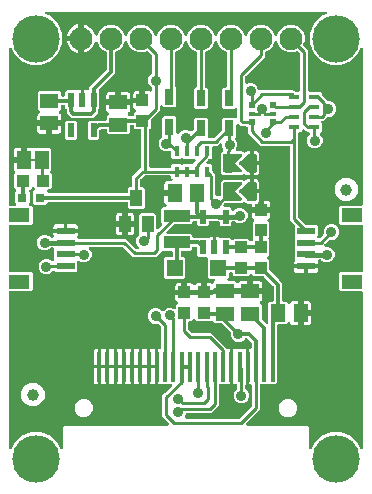
<source format=gbr>
G04 EAGLE Gerber RS-274X export*
G75*
%MOMM*%
%FSLAX34Y34*%
%LPD*%
%INTop Copper*%
%IPPOS*%
%AMOC8*
5,1,8,0,0,1.08239X$1,22.5*%
G01*
%ADD10R,1.500000X1.240000*%
%ADD11R,0.550000X1.200000*%
%ADD12R,1.000000X1.075000*%
%ADD13R,0.900000X0.450000*%
%ADD14R,0.500000X0.500000*%
%ADD15R,0.500000X0.400000*%
%ADD16C,4.016000*%
%ADD17R,1.550000X0.600000*%
%ADD18R,1.800000X1.200000*%
%ADD19C,1.000000*%
%ADD20R,0.800000X0.800000*%
%ADD21R,1.075000X1.000000*%
%ADD22R,1.000000X1.400000*%
%ADD23C,0.381000*%
%ADD24R,0.800000X1.350000*%
%ADD25C,1.930400*%
%ADD26R,1.240000X1.500000*%
%ADD27R,0.450000X0.900000*%
%ADD28R,2.200000X1.016000*%
%ADD29R,1.400000X1.400000*%
%ADD30R,0.400000X2.500000*%
%ADD31R,1.168400X1.600200*%
%ADD32R,0.635000X0.203200*%
%ADD33C,0.906400*%
%ADD34C,0.254000*%
%ADD35C,0.304800*%
%ADD36C,0.406400*%

G36*
X257957Y-17675D02*
X257957Y-17675D01*
X258047Y-17670D01*
X258113Y-17648D01*
X258182Y-17636D01*
X258264Y-17599D01*
X258349Y-17572D01*
X258408Y-17534D01*
X258472Y-17506D01*
X258542Y-17450D01*
X258618Y-17402D01*
X258666Y-17351D01*
X258720Y-17307D01*
X258775Y-17235D01*
X258836Y-17170D01*
X258870Y-17109D01*
X258912Y-17053D01*
X258983Y-16909D01*
X260654Y-12874D01*
X266874Y-6654D01*
X275001Y-3287D01*
X283799Y-3287D01*
X291926Y-6654D01*
X298146Y-12874D01*
X299817Y-16909D01*
X299852Y-16969D01*
X299878Y-17034D01*
X299930Y-17107D01*
X299975Y-17185D01*
X300023Y-17235D01*
X300064Y-17291D01*
X300134Y-17349D01*
X300196Y-17413D01*
X300256Y-17450D01*
X300309Y-17494D01*
X300391Y-17533D01*
X300467Y-17580D01*
X300534Y-17600D01*
X300597Y-17630D01*
X300685Y-17647D01*
X300771Y-17673D01*
X300841Y-17676D01*
X300910Y-17690D01*
X300999Y-17684D01*
X301089Y-17688D01*
X301157Y-17674D01*
X301227Y-17670D01*
X301312Y-17642D01*
X301400Y-17624D01*
X301463Y-17593D01*
X301529Y-17572D01*
X301605Y-17524D01*
X301686Y-17484D01*
X301739Y-17439D01*
X301798Y-17402D01*
X301860Y-17336D01*
X301928Y-17278D01*
X301968Y-17221D01*
X302016Y-17170D01*
X302059Y-17091D01*
X302111Y-17018D01*
X302136Y-16953D01*
X302170Y-16892D01*
X302192Y-16805D01*
X302224Y-16721D01*
X302232Y-16651D01*
X302249Y-16584D01*
X302259Y-16423D01*
X302259Y115098D01*
X302244Y115216D01*
X302237Y115335D01*
X302224Y115373D01*
X302219Y115414D01*
X302176Y115524D01*
X302139Y115637D01*
X302117Y115672D01*
X302102Y115709D01*
X302033Y115805D01*
X301969Y115906D01*
X301939Y115934D01*
X301916Y115967D01*
X301824Y116043D01*
X301737Y116124D01*
X301702Y116144D01*
X301671Y116169D01*
X301563Y116220D01*
X301459Y116278D01*
X301419Y116288D01*
X301383Y116305D01*
X301266Y116327D01*
X301151Y116357D01*
X301091Y116361D01*
X301071Y116365D01*
X301050Y116363D01*
X300990Y116367D01*
X283418Y116367D01*
X282227Y117558D01*
X282227Y131242D01*
X283418Y132433D01*
X300990Y132433D01*
X301108Y132448D01*
X301227Y132455D01*
X301265Y132468D01*
X301306Y132473D01*
X301416Y132516D01*
X301529Y132553D01*
X301564Y132575D01*
X301601Y132590D01*
X301697Y132659D01*
X301798Y132723D01*
X301826Y132753D01*
X301859Y132776D01*
X301935Y132868D01*
X302016Y132955D01*
X302036Y132990D01*
X302061Y133021D01*
X302112Y133129D01*
X302170Y133233D01*
X302180Y133273D01*
X302197Y133309D01*
X302219Y133426D01*
X302249Y133541D01*
X302253Y133601D01*
X302257Y133621D01*
X302255Y133642D01*
X302259Y133702D01*
X302259Y171098D01*
X302244Y171216D01*
X302237Y171335D01*
X302224Y171373D01*
X302219Y171414D01*
X302176Y171524D01*
X302139Y171637D01*
X302117Y171672D01*
X302102Y171709D01*
X302033Y171805D01*
X301969Y171906D01*
X301939Y171934D01*
X301916Y171967D01*
X301824Y172043D01*
X301737Y172124D01*
X301702Y172144D01*
X301671Y172169D01*
X301563Y172220D01*
X301459Y172278D01*
X301419Y172288D01*
X301383Y172305D01*
X301266Y172327D01*
X301151Y172357D01*
X301091Y172361D01*
X301071Y172365D01*
X301050Y172363D01*
X300990Y172367D01*
X283418Y172367D01*
X282227Y173558D01*
X282227Y187242D01*
X283418Y188433D01*
X300990Y188433D01*
X301108Y188448D01*
X301227Y188455D01*
X301265Y188468D01*
X301306Y188473D01*
X301416Y188516D01*
X301529Y188553D01*
X301564Y188575D01*
X301601Y188590D01*
X301697Y188659D01*
X301798Y188723D01*
X301826Y188753D01*
X301859Y188776D01*
X301935Y188868D01*
X302016Y188955D01*
X302036Y188990D01*
X302061Y189021D01*
X302112Y189129D01*
X302170Y189233D01*
X302180Y189273D01*
X302197Y189309D01*
X302219Y189426D01*
X302249Y189541D01*
X302253Y189601D01*
X302257Y189621D01*
X302255Y189642D01*
X302259Y189702D01*
X302259Y321223D01*
X302251Y321292D01*
X302252Y321362D01*
X302238Y321419D01*
X302237Y321435D01*
X302230Y321457D01*
X302219Y321538D01*
X302194Y321603D01*
X302177Y321671D01*
X302135Y321751D01*
X302102Y321834D01*
X302061Y321890D01*
X302029Y321952D01*
X301968Y322019D01*
X301916Y322091D01*
X301862Y322136D01*
X301815Y322188D01*
X301740Y322237D01*
X301671Y322294D01*
X301607Y322324D01*
X301549Y322362D01*
X301464Y322392D01*
X301383Y322430D01*
X301314Y322443D01*
X301248Y322466D01*
X301159Y322473D01*
X301071Y322490D01*
X301001Y322485D01*
X300931Y322491D01*
X300843Y322475D01*
X300753Y322470D01*
X300687Y322448D01*
X300618Y322436D01*
X300536Y322399D01*
X300451Y322372D01*
X300392Y322334D01*
X300328Y322306D01*
X300258Y322250D01*
X300182Y322202D01*
X300134Y322151D01*
X300080Y322107D01*
X300025Y322035D01*
X299964Y321970D01*
X299930Y321909D01*
X299888Y321853D01*
X299817Y321709D01*
X298146Y317674D01*
X291926Y311454D01*
X283799Y308087D01*
X275001Y308087D01*
X266874Y311454D01*
X260654Y317674D01*
X257287Y325801D01*
X257287Y334599D01*
X260654Y342726D01*
X266874Y348946D01*
X270909Y350617D01*
X270969Y350652D01*
X271034Y350678D01*
X271107Y350730D01*
X271185Y350775D01*
X271235Y350823D01*
X271291Y350864D01*
X271349Y350934D01*
X271413Y350996D01*
X271450Y351056D01*
X271494Y351109D01*
X271533Y351191D01*
X271580Y351267D01*
X271600Y351334D01*
X271630Y351397D01*
X271647Y351485D01*
X271673Y351571D01*
X271676Y351641D01*
X271690Y351710D01*
X271684Y351799D01*
X271688Y351889D01*
X271674Y351957D01*
X271670Y352027D01*
X271642Y352112D01*
X271624Y352200D01*
X271593Y352263D01*
X271572Y352329D01*
X271524Y352405D01*
X271484Y352486D01*
X271439Y352539D01*
X271402Y352598D01*
X271336Y352660D01*
X271278Y352728D01*
X271221Y352768D01*
X271170Y352816D01*
X271091Y352859D01*
X271018Y352911D01*
X270953Y352936D01*
X270892Y352970D01*
X270805Y352992D01*
X270721Y353024D01*
X270651Y353032D01*
X270584Y353049D01*
X270423Y353059D01*
X34377Y353059D01*
X34308Y353051D01*
X34238Y353052D01*
X34151Y353031D01*
X34062Y353019D01*
X33997Y352994D01*
X33929Y352977D01*
X33849Y352935D01*
X33766Y352902D01*
X33710Y352861D01*
X33648Y352829D01*
X33581Y352768D01*
X33509Y352716D01*
X33464Y352662D01*
X33412Y352615D01*
X33363Y352540D01*
X33306Y352471D01*
X33276Y352407D01*
X33238Y352349D01*
X33208Y352264D01*
X33170Y352183D01*
X33157Y352114D01*
X33134Y352048D01*
X33127Y351959D01*
X33110Y351871D01*
X33115Y351801D01*
X33109Y351731D01*
X33125Y351643D01*
X33130Y351553D01*
X33152Y351487D01*
X33164Y351418D01*
X33201Y351336D01*
X33228Y351251D01*
X33266Y351192D01*
X33294Y351128D01*
X33350Y351058D01*
X33398Y350982D01*
X33449Y350934D01*
X33493Y350880D01*
X33565Y350825D01*
X33630Y350764D01*
X33691Y350730D01*
X33747Y350688D01*
X33891Y350617D01*
X37926Y348946D01*
X44146Y342726D01*
X47513Y334599D01*
X47513Y325801D01*
X44146Y317674D01*
X37926Y311454D01*
X29799Y308087D01*
X21001Y308087D01*
X12874Y311454D01*
X6654Y317674D01*
X4983Y321709D01*
X4973Y321725D01*
X4969Y321737D01*
X4946Y321773D01*
X4922Y321834D01*
X4870Y321907D01*
X4825Y321985D01*
X4776Y322035D01*
X4736Y322091D01*
X4666Y322149D01*
X4604Y322213D01*
X4544Y322250D01*
X4491Y322294D01*
X4409Y322333D01*
X4333Y322379D01*
X4266Y322400D01*
X4203Y322430D01*
X4115Y322447D01*
X4029Y322473D01*
X3959Y322476D01*
X3890Y322490D01*
X3801Y322484D01*
X3711Y322488D01*
X3643Y322474D01*
X3573Y322470D01*
X3488Y322442D01*
X3400Y322424D01*
X3337Y322393D01*
X3271Y322372D01*
X3195Y322324D01*
X3114Y322284D01*
X3061Y322239D01*
X3002Y322202D01*
X2940Y322136D01*
X2872Y322078D01*
X2832Y322021D01*
X2784Y321970D01*
X2741Y321891D01*
X2689Y321818D01*
X2664Y321753D01*
X2630Y321691D01*
X2608Y321605D01*
X2576Y321520D01*
X2568Y321451D01*
X2551Y321384D01*
X2545Y321286D01*
X2543Y321278D01*
X2544Y321271D01*
X2541Y321223D01*
X2541Y189702D01*
X2556Y189584D01*
X2563Y189465D01*
X2576Y189427D01*
X2581Y189386D01*
X2624Y189276D01*
X2661Y189163D01*
X2683Y189128D01*
X2698Y189091D01*
X2767Y188995D01*
X2831Y188894D01*
X2861Y188866D01*
X2884Y188833D01*
X2976Y188757D01*
X3063Y188676D01*
X3098Y188656D01*
X3129Y188631D01*
X3237Y188580D01*
X3341Y188522D01*
X3381Y188512D01*
X3417Y188495D01*
X3534Y188473D01*
X3649Y188443D01*
X3709Y188439D01*
X3729Y188435D01*
X3750Y188437D01*
X3810Y188433D01*
X7298Y188433D01*
X7436Y188450D01*
X7575Y188463D01*
X7594Y188470D01*
X7614Y188473D01*
X7743Y188524D01*
X7874Y188571D01*
X7891Y188582D01*
X7910Y188590D01*
X8022Y188671D01*
X8137Y188749D01*
X8150Y188765D01*
X8167Y188776D01*
X8256Y188884D01*
X8348Y188988D01*
X8357Y189006D01*
X8370Y189021D01*
X8429Y189147D01*
X8492Y189271D01*
X8497Y189291D01*
X8505Y189309D01*
X8531Y189445D01*
X8562Y189581D01*
X8561Y189602D01*
X8565Y189621D01*
X8556Y189760D01*
X8552Y189899D01*
X8547Y189919D01*
X8545Y189939D01*
X8502Y190071D01*
X8464Y190205D01*
X8453Y190222D01*
X8447Y190241D01*
X8373Y190359D01*
X8302Y190479D01*
X8284Y190500D01*
X8277Y190510D01*
X8262Y190524D01*
X8196Y190600D01*
X8057Y190738D01*
X8057Y200422D01*
X8250Y200615D01*
X8323Y200709D01*
X8402Y200798D01*
X8420Y200834D01*
X8445Y200866D01*
X8492Y200975D01*
X8547Y201082D01*
X8555Y201121D01*
X8572Y201158D01*
X8590Y201276D01*
X8616Y201392D01*
X8615Y201432D01*
X8621Y201472D01*
X8610Y201591D01*
X8607Y201710D01*
X8595Y201749D01*
X8592Y201789D01*
X8551Y201901D01*
X8518Y202015D01*
X8498Y202050D01*
X8484Y202088D01*
X8417Y202186D01*
X8357Y202289D01*
X8317Y202334D01*
X8305Y202351D01*
X8290Y202365D01*
X8250Y202410D01*
X6952Y203708D01*
X6952Y215392D01*
X7450Y215889D01*
X7522Y215983D01*
X7601Y216073D01*
X7620Y216109D01*
X7645Y216141D01*
X7692Y216250D01*
X7746Y216356D01*
X7755Y216395D01*
X7771Y216432D01*
X7790Y216550D01*
X7816Y216666D01*
X7814Y216706D01*
X7821Y216747D01*
X7810Y216865D01*
X7806Y216984D01*
X7795Y217023D01*
X7791Y217063D01*
X7751Y217175D01*
X7718Y217290D01*
X7697Y217324D01*
X7683Y217362D01*
X7617Y217461D01*
X7556Y217564D01*
X7516Y217609D01*
X7505Y217626D01*
X7490Y217639D01*
X7450Y217684D01*
X7365Y217769D01*
X7030Y218348D01*
X6857Y218995D01*
X6857Y224791D01*
X13970Y224791D01*
X14088Y224806D01*
X14207Y224813D01*
X14245Y224826D01*
X14285Y224831D01*
X14396Y224874D01*
X14509Y224911D01*
X14544Y224933D01*
X14581Y224948D01*
X14677Y225018D01*
X14778Y225081D01*
X14806Y225111D01*
X14838Y225135D01*
X14914Y225226D01*
X14996Y225313D01*
X15015Y225348D01*
X15041Y225379D01*
X15092Y225487D01*
X15149Y225591D01*
X15160Y225631D01*
X15177Y225667D01*
X15199Y225784D01*
X15229Y225899D01*
X15233Y225960D01*
X15237Y225980D01*
X15235Y226000D01*
X15239Y226060D01*
X15239Y227331D01*
X16383Y227331D01*
X16501Y227346D01*
X16620Y227353D01*
X16658Y227366D01*
X16699Y227371D01*
X16809Y227415D01*
X16922Y227451D01*
X16957Y227473D01*
X16994Y227488D01*
X17090Y227558D01*
X17191Y227621D01*
X17219Y227651D01*
X17252Y227675D01*
X17328Y227766D01*
X17409Y227853D01*
X17429Y227888D01*
X17454Y227920D01*
X17505Y228027D01*
X17563Y228131D01*
X17573Y228171D01*
X17590Y228207D01*
X17612Y228324D01*
X17642Y228439D01*
X17646Y228500D01*
X17650Y228520D01*
X17648Y228540D01*
X17652Y228600D01*
X17652Y229304D01*
X17689Y229372D01*
X17705Y229431D01*
X17729Y229486D01*
X17744Y229584D01*
X17769Y229680D01*
X17775Y229780D01*
X17779Y229800D01*
X17777Y229812D01*
X17779Y229841D01*
X17779Y237872D01*
X21416Y237872D01*
X22063Y237699D01*
X22530Y237429D01*
X22634Y237385D01*
X22734Y237334D01*
X22780Y237324D01*
X22824Y237305D01*
X22935Y237289D01*
X23044Y237264D01*
X23091Y237266D01*
X23138Y237259D01*
X23250Y237270D01*
X23362Y237274D01*
X23408Y237287D01*
X23454Y237292D01*
X23560Y237331D01*
X23668Y237362D01*
X23670Y237364D01*
X37164Y237364D01*
X38355Y236173D01*
X38355Y218487D01*
X37911Y218043D01*
X37838Y217949D01*
X37759Y217860D01*
X37741Y217824D01*
X37716Y217792D01*
X37669Y217683D01*
X37615Y217577D01*
X37606Y217538D01*
X37590Y217500D01*
X37571Y217383D01*
X37545Y217267D01*
X37546Y217226D01*
X37540Y217186D01*
X37551Y217068D01*
X37555Y216949D01*
X37566Y216910D01*
X37570Y216870D01*
X37610Y216757D01*
X37643Y216643D01*
X37664Y216608D01*
X37677Y216570D01*
X37744Y216472D01*
X37805Y216369D01*
X37845Y216324D01*
X37856Y216307D01*
X37871Y216294D01*
X37911Y216248D01*
X38768Y215392D01*
X38768Y203708D01*
X37577Y202517D01*
X36092Y202517D01*
X35954Y202500D01*
X35815Y202487D01*
X35796Y202480D01*
X35776Y202477D01*
X35647Y202426D01*
X35516Y202379D01*
X35499Y202368D01*
X35480Y202360D01*
X35368Y202279D01*
X35253Y202201D01*
X35240Y202185D01*
X35223Y202174D01*
X35134Y202066D01*
X35042Y201962D01*
X35033Y201944D01*
X35020Y201929D01*
X34961Y201803D01*
X34898Y201679D01*
X34893Y201659D01*
X34885Y201641D01*
X34859Y201505D01*
X34828Y201369D01*
X34829Y201348D01*
X34825Y201329D01*
X34834Y201190D01*
X34838Y201051D01*
X34843Y201031D01*
X34845Y201011D01*
X34888Y200879D01*
X34926Y200745D01*
X34937Y200728D01*
X34943Y200709D01*
X35017Y200591D01*
X35088Y200471D01*
X35106Y200450D01*
X35113Y200440D01*
X35123Y200431D01*
X35123Y200406D01*
X35138Y200288D01*
X35145Y200169D01*
X35158Y200131D01*
X35163Y200090D01*
X35206Y199980D01*
X35243Y199867D01*
X35265Y199832D01*
X35280Y199795D01*
X35349Y199699D01*
X35413Y199598D01*
X35443Y199570D01*
X35466Y199537D01*
X35558Y199461D01*
X35645Y199380D01*
X35680Y199360D01*
X35711Y199335D01*
X35819Y199284D01*
X35923Y199226D01*
X35963Y199216D01*
X35999Y199199D01*
X36116Y199177D01*
X36231Y199147D01*
X36291Y199143D01*
X36311Y199139D01*
X36332Y199141D01*
X36392Y199137D01*
X102188Y199137D01*
X102306Y199152D01*
X102425Y199159D01*
X102463Y199172D01*
X102504Y199177D01*
X102614Y199220D01*
X102727Y199257D01*
X102762Y199279D01*
X102799Y199294D01*
X102895Y199363D01*
X102996Y199427D01*
X103024Y199457D01*
X103057Y199480D01*
X103133Y199572D01*
X103214Y199659D01*
X103234Y199694D01*
X103259Y199725D01*
X103310Y199833D01*
X103368Y199937D01*
X103378Y199977D01*
X103395Y200013D01*
X103417Y200130D01*
X103447Y200245D01*
X103451Y200305D01*
X103455Y200325D01*
X103453Y200346D01*
X103457Y200406D01*
X103457Y202992D01*
X104648Y204183D01*
X105918Y204183D01*
X106036Y204198D01*
X106155Y204205D01*
X106193Y204218D01*
X106234Y204223D01*
X106344Y204266D01*
X106457Y204303D01*
X106492Y204325D01*
X106529Y204340D01*
X106625Y204409D01*
X106726Y204473D01*
X106754Y204503D01*
X106787Y204526D01*
X106863Y204618D01*
X106944Y204705D01*
X106964Y204740D01*
X106989Y204771D01*
X107040Y204879D01*
X107098Y204983D01*
X107108Y205023D01*
X107125Y205059D01*
X107147Y205176D01*
X107177Y205291D01*
X107181Y205351D01*
X107185Y205371D01*
X107183Y205392D01*
X107187Y205452D01*
X107187Y213458D01*
X114436Y220706D01*
X114496Y220785D01*
X114564Y220857D01*
X114593Y220910D01*
X114630Y220958D01*
X114670Y221049D01*
X114718Y221135D01*
X114733Y221194D01*
X114757Y221249D01*
X114772Y221347D01*
X114797Y221443D01*
X114803Y221543D01*
X114807Y221564D01*
X114805Y221576D01*
X114807Y221604D01*
X114807Y252063D01*
X114792Y252181D01*
X114785Y252300D01*
X114772Y252338D01*
X114767Y252379D01*
X114724Y252489D01*
X114687Y252602D01*
X114665Y252637D01*
X114650Y252674D01*
X114581Y252770D01*
X114517Y252871D01*
X114487Y252899D01*
X114464Y252932D01*
X114372Y253008D01*
X114285Y253089D01*
X114250Y253109D01*
X114219Y253134D01*
X114111Y253185D01*
X114007Y253243D01*
X113967Y253253D01*
X113931Y253270D01*
X113814Y253292D01*
X113699Y253322D01*
X113639Y253326D01*
X113619Y253330D01*
X113598Y253328D01*
X113538Y253332D01*
X109728Y253332D01*
X108537Y254523D01*
X108537Y255914D01*
X108522Y256032D01*
X108515Y256151D01*
X108502Y256189D01*
X108497Y256230D01*
X108454Y256340D01*
X108417Y256453D01*
X108395Y256488D01*
X108380Y256525D01*
X108311Y256621D01*
X108247Y256722D01*
X108217Y256750D01*
X108194Y256783D01*
X108102Y256859D01*
X108015Y256940D01*
X107980Y256960D01*
X107949Y256985D01*
X107841Y257036D01*
X107737Y257094D01*
X107697Y257104D01*
X107661Y257121D01*
X107544Y257143D01*
X107429Y257173D01*
X107369Y257177D01*
X107349Y257181D01*
X107328Y257179D01*
X107268Y257183D01*
X106052Y257183D01*
X105934Y257168D01*
X105815Y257161D01*
X105777Y257148D01*
X105736Y257143D01*
X105626Y257100D01*
X105513Y257063D01*
X105478Y257041D01*
X105441Y257026D01*
X105345Y256957D01*
X105244Y256893D01*
X105216Y256863D01*
X105183Y256840D01*
X105107Y256748D01*
X105026Y256661D01*
X105006Y256626D01*
X104981Y256595D01*
X104930Y256487D01*
X104872Y256383D01*
X104862Y256343D01*
X104845Y256307D01*
X104823Y256190D01*
X104793Y256075D01*
X104789Y256015D01*
X104785Y255995D01*
X104787Y255974D01*
X104783Y255914D01*
X104783Y250158D01*
X103592Y248967D01*
X86908Y248967D01*
X85717Y250158D01*
X85717Y252374D01*
X85702Y252492D01*
X85695Y252611D01*
X85682Y252649D01*
X85677Y252690D01*
X85634Y252800D01*
X85597Y252913D01*
X85575Y252948D01*
X85560Y252985D01*
X85491Y253081D01*
X85427Y253182D01*
X85397Y253210D01*
X85374Y253243D01*
X85282Y253319D01*
X85195Y253400D01*
X85160Y253420D01*
X85129Y253445D01*
X85021Y253496D01*
X84917Y253554D01*
X84877Y253564D01*
X84841Y253581D01*
X84724Y253603D01*
X84609Y253633D01*
X84549Y253637D01*
X84529Y253641D01*
X84508Y253639D01*
X84448Y253643D01*
X81040Y253643D01*
X80942Y253631D01*
X80843Y253628D01*
X80785Y253611D01*
X80724Y253603D01*
X80632Y253567D01*
X80537Y253539D01*
X80485Y253509D01*
X80429Y253486D01*
X80349Y253428D01*
X80263Y253378D01*
X80188Y253312D01*
X80171Y253300D01*
X80164Y253290D01*
X80142Y253272D01*
X79424Y252554D01*
X79364Y252475D01*
X79296Y252403D01*
X79267Y252350D01*
X79230Y252302D01*
X79190Y252211D01*
X79142Y252125D01*
X79127Y252066D01*
X79103Y252010D01*
X79088Y251912D01*
X79063Y251817D01*
X79057Y251717D01*
X79053Y251696D01*
X79055Y251684D01*
X79053Y251656D01*
X79053Y245587D01*
X77862Y244396D01*
X70678Y244396D01*
X69487Y245587D01*
X69487Y259271D01*
X70678Y260462D01*
X76747Y260462D01*
X76845Y260474D01*
X76944Y260477D01*
X77002Y260494D01*
X77063Y260502D01*
X77155Y260538D01*
X77250Y260566D01*
X77302Y260596D01*
X77358Y260619D01*
X77438Y260677D01*
X77524Y260727D01*
X77557Y260757D01*
X84448Y260757D01*
X84566Y260772D01*
X84685Y260779D01*
X84723Y260792D01*
X84764Y260797D01*
X84874Y260840D01*
X84987Y260877D01*
X85022Y260899D01*
X85059Y260914D01*
X85155Y260983D01*
X85256Y261047D01*
X85284Y261077D01*
X85317Y261100D01*
X85393Y261192D01*
X85474Y261279D01*
X85494Y261314D01*
X85519Y261345D01*
X85570Y261453D01*
X85628Y261557D01*
X85638Y261597D01*
X85655Y261633D01*
X85677Y261750D01*
X85707Y261865D01*
X85711Y261925D01*
X85715Y261945D01*
X85713Y261966D01*
X85717Y262026D01*
X85717Y264242D01*
X87082Y265607D01*
X87159Y265706D01*
X87241Y265801D01*
X87256Y265831D01*
X87277Y265858D01*
X87327Y265973D01*
X87383Y266086D01*
X87390Y266119D01*
X87403Y266150D01*
X87423Y266274D01*
X87449Y266397D01*
X87448Y266431D01*
X87453Y266464D01*
X87442Y266589D01*
X87436Y266715D01*
X87427Y266747D01*
X87423Y266781D01*
X87381Y266899D01*
X87345Y267019D01*
X87327Y267048D01*
X87316Y267080D01*
X87245Y267184D01*
X87180Y267292D01*
X87156Y267315D01*
X87137Y267343D01*
X87043Y267426D01*
X86953Y267514D01*
X86913Y267541D01*
X86899Y267554D01*
X86879Y267564D01*
X86819Y267604D01*
X86190Y267967D01*
X85717Y268440D01*
X85382Y269019D01*
X85209Y269666D01*
X85209Y273661D01*
X93980Y273661D01*
X94098Y273676D01*
X94217Y273683D01*
X94255Y273696D01*
X94295Y273701D01*
X94406Y273744D01*
X94519Y273781D01*
X94554Y273803D01*
X94591Y273818D01*
X94687Y273888D01*
X94788Y273951D01*
X94816Y273981D01*
X94848Y274005D01*
X94924Y274096D01*
X95006Y274183D01*
X95025Y274218D01*
X95051Y274249D01*
X95102Y274357D01*
X95159Y274461D01*
X95170Y274501D01*
X95187Y274537D01*
X95209Y274654D01*
X95239Y274769D01*
X95243Y274830D01*
X95247Y274850D01*
X95245Y274870D01*
X95249Y274930D01*
X95249Y276201D01*
X95251Y276201D01*
X95251Y274930D01*
X95266Y274812D01*
X95273Y274693D01*
X95286Y274655D01*
X95291Y274615D01*
X95335Y274504D01*
X95371Y274391D01*
X95393Y274356D01*
X95408Y274319D01*
X95478Y274223D01*
X95541Y274122D01*
X95571Y274094D01*
X95595Y274061D01*
X95686Y273986D01*
X95773Y273904D01*
X95808Y273884D01*
X95840Y273859D01*
X95947Y273808D01*
X96051Y273750D01*
X96091Y273740D01*
X96127Y273723D01*
X96244Y273701D01*
X96359Y273671D01*
X96420Y273667D01*
X96440Y273663D01*
X96460Y273665D01*
X96520Y273661D01*
X105291Y273661D01*
X105291Y269666D01*
X105118Y269019D01*
X104783Y268440D01*
X104310Y267967D01*
X103681Y267604D01*
X103581Y267528D01*
X103477Y267457D01*
X103454Y267432D01*
X103427Y267411D01*
X103349Y267313D01*
X103266Y267219D01*
X103251Y267189D01*
X103230Y267162D01*
X103179Y267047D01*
X103121Y266935D01*
X103114Y266902D01*
X103100Y266872D01*
X103079Y266747D01*
X103052Y266625D01*
X103053Y266591D01*
X103047Y266558D01*
X103058Y266433D01*
X103061Y266307D01*
X103071Y266275D01*
X103074Y266241D01*
X103115Y266122D01*
X103150Y266002D01*
X103167Y265973D01*
X103178Y265941D01*
X103248Y265836D01*
X103311Y265728D01*
X103344Y265691D01*
X103354Y265676D01*
X103370Y265661D01*
X103418Y265607D01*
X104356Y264668D01*
X104434Y264608D01*
X104507Y264540D01*
X104560Y264511D01*
X104608Y264474D01*
X104698Y264434D01*
X104785Y264386D01*
X104844Y264371D01*
X104899Y264347D01*
X104997Y264332D01*
X105093Y264307D01*
X105193Y264301D01*
X105213Y264297D01*
X105226Y264299D01*
X105254Y264297D01*
X107268Y264297D01*
X107386Y264312D01*
X107505Y264319D01*
X107543Y264332D01*
X107584Y264337D01*
X107694Y264380D01*
X107807Y264417D01*
X107842Y264439D01*
X107879Y264454D01*
X107975Y264523D01*
X108076Y264587D01*
X108104Y264617D01*
X108137Y264640D01*
X108213Y264732D01*
X108294Y264819D01*
X108314Y264854D01*
X108339Y264885D01*
X108390Y264993D01*
X108448Y265097D01*
X108458Y265137D01*
X108475Y265173D01*
X108497Y265290D01*
X108527Y265405D01*
X108531Y265465D01*
X108535Y265485D01*
X108533Y265506D01*
X108537Y265566D01*
X108537Y266957D01*
X109680Y268100D01*
X109757Y268199D01*
X109840Y268294D01*
X109855Y268325D01*
X109875Y268351D01*
X109925Y268467D01*
X109981Y268579D01*
X109988Y268612D01*
X110002Y268643D01*
X110021Y268767D01*
X110048Y268890D01*
X110046Y268924D01*
X110051Y268957D01*
X110040Y269083D01*
X110034Y269208D01*
X110025Y269240D01*
X110022Y269274D01*
X109979Y269392D01*
X109943Y269513D01*
X109925Y269541D01*
X109914Y269573D01*
X109843Y269677D01*
X109778Y269785D01*
X109754Y269808D01*
X109735Y269836D01*
X109641Y269920D01*
X109551Y270008D01*
X109511Y270034D01*
X109497Y270047D01*
X109478Y270057D01*
X109417Y270097D01*
X109010Y270332D01*
X108537Y270805D01*
X108202Y271384D01*
X108029Y272031D01*
X108029Y275241D01*
X114340Y275241D01*
X114458Y275256D01*
X114577Y275263D01*
X114615Y275275D01*
X114655Y275281D01*
X114766Y275324D01*
X114879Y275361D01*
X114913Y275383D01*
X114951Y275398D01*
X115047Y275467D01*
X115148Y275531D01*
X115176Y275561D01*
X115208Y275584D01*
X115284Y275676D01*
X115366Y275763D01*
X115385Y275798D01*
X115411Y275829D01*
X115462Y275937D01*
X115519Y276041D01*
X115529Y276081D01*
X115547Y276117D01*
X115569Y276234D01*
X115599Y276349D01*
X115603Y276409D01*
X115606Y276429D01*
X115605Y276450D01*
X115609Y276510D01*
X115609Y277701D01*
X116800Y277701D01*
X116918Y277716D01*
X117037Y277723D01*
X117075Y277736D01*
X117116Y277741D01*
X117226Y277785D01*
X117339Y277821D01*
X117374Y277843D01*
X117411Y277858D01*
X117507Y277928D01*
X117608Y277991D01*
X117636Y278021D01*
X117669Y278045D01*
X117745Y278136D01*
X117826Y278223D01*
X117846Y278258D01*
X117871Y278290D01*
X117922Y278397D01*
X117980Y278502D01*
X117990Y278541D01*
X118007Y278577D01*
X118029Y278694D01*
X118059Y278810D01*
X118063Y278870D01*
X118067Y278890D01*
X118065Y278910D01*
X118069Y278970D01*
X118069Y285656D01*
X120904Y285656D01*
X121551Y285483D01*
X121793Y285342D01*
X121916Y285291D01*
X122035Y285235D01*
X122062Y285230D01*
X122087Y285219D01*
X122218Y285200D01*
X122348Y285175D01*
X122374Y285177D01*
X122401Y285173D01*
X122533Y285186D01*
X122665Y285195D01*
X122691Y285203D01*
X122717Y285206D01*
X122842Y285252D01*
X122967Y285293D01*
X122990Y285307D01*
X123016Y285317D01*
X123124Y285392D01*
X123236Y285463D01*
X123255Y285483D01*
X123277Y285498D01*
X123363Y285598D01*
X123454Y285695D01*
X123467Y285718D01*
X123485Y285739D01*
X123544Y285857D01*
X123608Y285973D01*
X123614Y285999D01*
X123626Y286023D01*
X123654Y286153D01*
X123687Y286281D01*
X123689Y286319D01*
X123693Y286334D01*
X123692Y286356D01*
X123697Y286442D01*
X123697Y288133D01*
X123685Y288231D01*
X123682Y288330D01*
X123665Y288389D01*
X123657Y288449D01*
X123621Y288541D01*
X123593Y288636D01*
X123563Y288688D01*
X123540Y288744D01*
X123482Y288824D01*
X123432Y288910D01*
X123366Y288985D01*
X123354Y289002D01*
X123344Y289009D01*
X123326Y289031D01*
X121435Y290921D01*
X120435Y293334D01*
X120435Y295946D01*
X121435Y298359D01*
X123326Y300249D01*
X123386Y300328D01*
X123454Y300400D01*
X123483Y300453D01*
X123520Y300501D01*
X123560Y300592D01*
X123608Y300678D01*
X123623Y300737D01*
X123647Y300793D01*
X123662Y300891D01*
X123687Y300986D01*
X123693Y301086D01*
X123697Y301107D01*
X123695Y301119D01*
X123697Y301147D01*
X123697Y315606D01*
X123685Y315704D01*
X123682Y315803D01*
X123665Y315862D01*
X123657Y315922D01*
X123621Y316014D01*
X123593Y316109D01*
X123563Y316161D01*
X123540Y316217D01*
X123482Y316297D01*
X123432Y316383D01*
X123366Y316458D01*
X123354Y316475D01*
X123344Y316483D01*
X123326Y316504D01*
X120540Y319289D01*
X120517Y319307D01*
X120498Y319330D01*
X120391Y319404D01*
X120289Y319484D01*
X120262Y319496D01*
X120238Y319513D01*
X120116Y319559D01*
X119997Y319610D01*
X119968Y319615D01*
X119940Y319626D01*
X119811Y319640D01*
X119683Y319660D01*
X119653Y319658D01*
X119624Y319661D01*
X119496Y319643D01*
X119366Y319630D01*
X119338Y319620D01*
X119309Y319616D01*
X119157Y319564D01*
X116624Y318515D01*
X111976Y318515D01*
X107681Y320294D01*
X104394Y323581D01*
X102773Y327496D01*
X102704Y327616D01*
X102639Y327739D01*
X102625Y327754D01*
X102615Y327772D01*
X102518Y327872D01*
X102425Y327975D01*
X102408Y327986D01*
X102394Y328000D01*
X102276Y328073D01*
X102159Y328150D01*
X102140Y328156D01*
X102123Y328167D01*
X101990Y328208D01*
X101858Y328253D01*
X101838Y328254D01*
X101819Y328260D01*
X101680Y328267D01*
X101541Y328278D01*
X101521Y328275D01*
X101501Y328275D01*
X101365Y328247D01*
X101228Y328224D01*
X101210Y328215D01*
X101190Y328211D01*
X101064Y328150D01*
X100938Y328093D01*
X100922Y328080D01*
X100904Y328071D01*
X100798Y327981D01*
X100690Y327894D01*
X100677Y327878D01*
X100662Y327865D01*
X100582Y327751D01*
X100498Y327640D01*
X100486Y327615D01*
X100479Y327605D01*
X100472Y327586D01*
X100427Y327496D01*
X98806Y323581D01*
X95519Y320294D01*
X93240Y319350D01*
X93215Y319336D01*
X93187Y319327D01*
X93077Y319257D01*
X92964Y319193D01*
X92943Y319172D01*
X92918Y319156D01*
X92829Y319062D01*
X92736Y318972D01*
X92720Y318946D01*
X92700Y318925D01*
X92637Y318811D01*
X92569Y318700D01*
X92561Y318672D01*
X92546Y318646D01*
X92514Y318521D01*
X92476Y318396D01*
X92474Y318367D01*
X92467Y318338D01*
X92457Y318178D01*
X92457Y300787D01*
X78895Y287225D01*
X78822Y287131D01*
X78744Y287042D01*
X78725Y287006D01*
X78700Y286974D01*
X78653Y286865D01*
X78599Y286759D01*
X78590Y286719D01*
X78574Y286682D01*
X78555Y286565D01*
X78529Y286449D01*
X78531Y286408D01*
X78524Y286368D01*
X78535Y286250D01*
X78539Y286131D01*
X78550Y286092D01*
X78554Y286052D01*
X78594Y285939D01*
X78627Y285825D01*
X78648Y285790D01*
X78662Y285752D01*
X78728Y285654D01*
X78789Y285551D01*
X78829Y285506D01*
X78840Y285489D01*
X78855Y285476D01*
X78895Y285430D01*
X79053Y285273D01*
X79053Y271589D01*
X78198Y270735D01*
X78138Y270656D01*
X78070Y270584D01*
X78041Y270531D01*
X78004Y270483D01*
X77964Y270393D01*
X77916Y270306D01*
X77901Y270247D01*
X77877Y270192D01*
X77862Y270094D01*
X77837Y269998D01*
X77831Y269898D01*
X77827Y269878D01*
X77829Y269865D01*
X77827Y269837D01*
X77827Y267107D01*
X73863Y263143D01*
X55677Y263143D01*
X51713Y267107D01*
X51713Y269837D01*
X51701Y269935D01*
X51698Y270034D01*
X51681Y270093D01*
X51673Y270153D01*
X51637Y270245D01*
X51609Y270340D01*
X51579Y270392D01*
X51556Y270448D01*
X51498Y270529D01*
X51448Y270614D01*
X51382Y270689D01*
X51370Y270706D01*
X51360Y270714D01*
X51342Y270735D01*
X50487Y271589D01*
X50487Y272644D01*
X50472Y272762D01*
X50465Y272881D01*
X50452Y272919D01*
X50447Y272960D01*
X50404Y273070D01*
X50367Y273183D01*
X50345Y273218D01*
X50330Y273255D01*
X50261Y273351D01*
X50197Y273452D01*
X50167Y273480D01*
X50144Y273513D01*
X50052Y273589D01*
X49965Y273670D01*
X49930Y273690D01*
X49899Y273715D01*
X49791Y273766D01*
X49687Y273824D01*
X49647Y273834D01*
X49611Y273851D01*
X49494Y273873D01*
X49379Y273903D01*
X49319Y273907D01*
X49299Y273911D01*
X49278Y273909D01*
X49218Y273913D01*
X47632Y273913D01*
X47514Y273898D01*
X47395Y273891D01*
X47357Y273878D01*
X47316Y273873D01*
X47206Y273830D01*
X47093Y273793D01*
X47058Y273771D01*
X47021Y273756D01*
X46925Y273687D01*
X46824Y273623D01*
X46796Y273593D01*
X46763Y273570D01*
X46687Y273478D01*
X46606Y273391D01*
X46586Y273356D01*
X46561Y273325D01*
X46510Y273217D01*
X46452Y273113D01*
X46442Y273073D01*
X46425Y273037D01*
X46403Y272920D01*
X46373Y272805D01*
X46369Y272745D01*
X46365Y272725D01*
X46367Y272704D01*
X46363Y272644D01*
X46363Y270428D01*
X44998Y269063D01*
X44921Y268964D01*
X44839Y268869D01*
X44824Y268839D01*
X44803Y268812D01*
X44753Y268697D01*
X44697Y268584D01*
X44690Y268551D01*
X44677Y268520D01*
X44657Y268396D01*
X44631Y268273D01*
X44632Y268239D01*
X44627Y268206D01*
X44638Y268081D01*
X44644Y267955D01*
X44653Y267923D01*
X44657Y267889D01*
X44699Y267771D01*
X44735Y267651D01*
X44753Y267622D01*
X44764Y267590D01*
X44835Y267486D01*
X44900Y267378D01*
X44924Y267355D01*
X44943Y267327D01*
X45037Y267244D01*
X45127Y267156D01*
X45167Y267129D01*
X45181Y267116D01*
X45201Y267106D01*
X45261Y267066D01*
X45890Y266703D01*
X46363Y266230D01*
X46698Y265651D01*
X46871Y265004D01*
X46871Y261009D01*
X38100Y261009D01*
X37982Y260994D01*
X37863Y260987D01*
X37825Y260974D01*
X37785Y260969D01*
X37674Y260925D01*
X37561Y260889D01*
X37526Y260867D01*
X37489Y260852D01*
X37393Y260782D01*
X37292Y260719D01*
X37264Y260689D01*
X37232Y260665D01*
X37156Y260574D01*
X37074Y260487D01*
X37055Y260452D01*
X37029Y260420D01*
X36978Y260313D01*
X36921Y260209D01*
X36910Y260169D01*
X36893Y260133D01*
X36871Y260016D01*
X36841Y259901D01*
X36837Y259840D01*
X36833Y259820D01*
X36835Y259800D01*
X36831Y259740D01*
X36831Y258469D01*
X36829Y258469D01*
X36829Y259740D01*
X36814Y259858D01*
X36807Y259977D01*
X36794Y260015D01*
X36789Y260055D01*
X36745Y260166D01*
X36709Y260279D01*
X36687Y260313D01*
X36672Y260351D01*
X36602Y260447D01*
X36539Y260548D01*
X36509Y260576D01*
X36485Y260608D01*
X36394Y260684D01*
X36307Y260766D01*
X36272Y260785D01*
X36240Y260811D01*
X36133Y260862D01*
X36029Y260919D01*
X35989Y260930D01*
X35953Y260947D01*
X35836Y260969D01*
X35721Y260999D01*
X35660Y261003D01*
X35640Y261007D01*
X35620Y261005D01*
X35560Y261009D01*
X26789Y261009D01*
X26789Y265004D01*
X26962Y265651D01*
X27297Y266230D01*
X27770Y266703D01*
X28399Y267066D01*
X28499Y267142D01*
X28603Y267213D01*
X28626Y267238D01*
X28653Y267259D01*
X28731Y267357D01*
X28814Y267451D01*
X28829Y267481D01*
X28850Y267508D01*
X28901Y267623D01*
X28959Y267735D01*
X28966Y267768D01*
X28980Y267798D01*
X29001Y267923D01*
X29028Y268045D01*
X29027Y268079D01*
X29033Y268112D01*
X29022Y268237D01*
X29019Y268363D01*
X29009Y268395D01*
X29006Y268429D01*
X28965Y268548D01*
X28930Y268668D01*
X28913Y268697D01*
X28902Y268729D01*
X28832Y268834D01*
X28769Y268942D01*
X28736Y268979D01*
X28726Y268994D01*
X28710Y269009D01*
X28662Y269063D01*
X27297Y270428D01*
X27297Y284512D01*
X28488Y285703D01*
X45172Y285703D01*
X46363Y284512D01*
X46363Y282296D01*
X46378Y282178D01*
X46385Y282059D01*
X46398Y282021D01*
X46403Y281980D01*
X46446Y281870D01*
X46483Y281757D01*
X46505Y281722D01*
X46520Y281685D01*
X46589Y281589D01*
X46653Y281488D01*
X46683Y281460D01*
X46706Y281427D01*
X46798Y281351D01*
X46885Y281270D01*
X46920Y281250D01*
X46951Y281225D01*
X47059Y281174D01*
X47163Y281116D01*
X47203Y281106D01*
X47239Y281089D01*
X47356Y281067D01*
X47471Y281037D01*
X47531Y281033D01*
X47551Y281029D01*
X47572Y281031D01*
X47632Y281027D01*
X49218Y281027D01*
X49336Y281042D01*
X49455Y281049D01*
X49493Y281062D01*
X49534Y281067D01*
X49644Y281110D01*
X49757Y281147D01*
X49792Y281169D01*
X49829Y281184D01*
X49925Y281253D01*
X50026Y281317D01*
X50054Y281347D01*
X50087Y281370D01*
X50163Y281462D01*
X50244Y281549D01*
X50264Y281584D01*
X50289Y281615D01*
X50340Y281723D01*
X50398Y281827D01*
X50408Y281867D01*
X50425Y281903D01*
X50447Y282020D01*
X50477Y282135D01*
X50481Y282195D01*
X50485Y282215D01*
X50483Y282236D01*
X50487Y282296D01*
X50487Y285273D01*
X51678Y286464D01*
X58887Y286464D01*
X58947Y286410D01*
X58983Y286392D01*
X59015Y286367D01*
X59124Y286320D01*
X59231Y286266D01*
X59270Y286257D01*
X59306Y286241D01*
X59424Y286222D01*
X59541Y286196D01*
X59581Y286198D01*
X59620Y286191D01*
X59739Y286202D01*
X59859Y286206D01*
X59897Y286217D01*
X59937Y286221D01*
X60049Y286261D01*
X60164Y286295D01*
X60199Y286315D01*
X60236Y286329D01*
X60306Y286376D01*
X60315Y286381D01*
X61039Y286799D01*
X61686Y286972D01*
X63396Y286972D01*
X63396Y278536D01*
X63411Y278418D01*
X63418Y278299D01*
X63430Y278261D01*
X63436Y278221D01*
X63479Y278110D01*
X63516Y277997D01*
X63538Y277963D01*
X63553Y277925D01*
X63622Y277829D01*
X63686Y277728D01*
X63716Y277700D01*
X63739Y277668D01*
X63831Y277592D01*
X63918Y277510D01*
X63953Y277491D01*
X63984Y277465D01*
X64092Y277414D01*
X64196Y277357D01*
X64236Y277347D01*
X64272Y277329D01*
X64389Y277307D01*
X64504Y277277D01*
X64564Y277273D01*
X64584Y277270D01*
X64605Y277271D01*
X64665Y277267D01*
X64875Y277267D01*
X64993Y277282D01*
X65112Y277289D01*
X65150Y277302D01*
X65191Y277307D01*
X65301Y277351D01*
X65414Y277387D01*
X65449Y277409D01*
X65486Y277424D01*
X65582Y277494D01*
X65683Y277557D01*
X65711Y277587D01*
X65744Y277611D01*
X65820Y277702D01*
X65901Y277789D01*
X65921Y277824D01*
X65946Y277856D01*
X65997Y277963D01*
X66055Y278068D01*
X66065Y278107D01*
X66082Y278143D01*
X66104Y278260D01*
X66134Y278376D01*
X66138Y278436D01*
X66142Y278456D01*
X66140Y278476D01*
X66144Y278536D01*
X66144Y286972D01*
X67854Y286972D01*
X68501Y286799D01*
X68809Y286620D01*
X68932Y286569D01*
X69051Y286513D01*
X69078Y286508D01*
X69103Y286497D01*
X69234Y286478D01*
X69364Y286453D01*
X69390Y286455D01*
X69417Y286451D01*
X69549Y286464D01*
X69681Y286473D01*
X69707Y286481D01*
X69733Y286484D01*
X69858Y286530D01*
X69983Y286571D01*
X70006Y286585D01*
X70032Y286594D01*
X70140Y286670D01*
X70252Y286741D01*
X70271Y286761D01*
X70293Y286776D01*
X70379Y286876D01*
X70470Y286972D01*
X70483Y286996D01*
X70501Y287016D01*
X70560Y287135D01*
X70624Y287251D01*
X70630Y287277D01*
X70642Y287301D01*
X70670Y287431D01*
X70703Y287559D01*
X70705Y287597D01*
X70709Y287612D01*
X70708Y287634D01*
X70713Y287720D01*
X70713Y289103D01*
X84972Y303361D01*
X85032Y303440D01*
X85100Y303512D01*
X85129Y303565D01*
X85166Y303613D01*
X85206Y303704D01*
X85254Y303790D01*
X85269Y303849D01*
X85293Y303905D01*
X85308Y304003D01*
X85333Y304098D01*
X85339Y304198D01*
X85343Y304219D01*
X85341Y304231D01*
X85343Y304259D01*
X85343Y318178D01*
X85340Y318207D01*
X85342Y318236D01*
X85320Y318365D01*
X85303Y318493D01*
X85293Y318521D01*
X85288Y318550D01*
X85234Y318668D01*
X85186Y318789D01*
X85169Y318813D01*
X85157Y318840D01*
X85076Y318941D01*
X85000Y319046D01*
X84977Y319065D01*
X84958Y319088D01*
X84855Y319166D01*
X84755Y319249D01*
X84728Y319262D01*
X84704Y319279D01*
X84560Y319350D01*
X82281Y320294D01*
X78994Y323581D01*
X77607Y326930D01*
X77592Y326956D01*
X77583Y326984D01*
X77514Y327094D01*
X77450Y327206D01*
X77429Y327228D01*
X77413Y327253D01*
X77319Y327341D01*
X77228Y327435D01*
X77203Y327450D01*
X77181Y327471D01*
X77068Y327533D01*
X76957Y327601D01*
X76929Y327610D01*
X76902Y327624D01*
X76777Y327656D01*
X76653Y327694D01*
X76623Y327696D01*
X76594Y327703D01*
X76465Y327703D01*
X76336Y327710D01*
X76306Y327704D01*
X76276Y327704D01*
X76151Y327671D01*
X76024Y327645D01*
X75997Y327632D01*
X75968Y327625D01*
X75855Y327563D01*
X75738Y327506D01*
X75716Y327486D01*
X75689Y327472D01*
X75595Y327383D01*
X75496Y327299D01*
X75479Y327275D01*
X75457Y327254D01*
X75388Y327145D01*
X75313Y327039D01*
X75303Y327011D01*
X75287Y326986D01*
X75227Y326836D01*
X74799Y325520D01*
X73928Y323810D01*
X72800Y322257D01*
X71443Y320900D01*
X69890Y319772D01*
X68180Y318901D01*
X66355Y318307D01*
X65999Y318251D01*
X65999Y328970D01*
X65984Y329088D01*
X65977Y329207D01*
X65964Y329245D01*
X65959Y329285D01*
X65916Y329396D01*
X65879Y329509D01*
X65857Y329543D01*
X65842Y329581D01*
X65773Y329677D01*
X65709Y329778D01*
X65679Y329806D01*
X65656Y329838D01*
X65564Y329914D01*
X65477Y329996D01*
X65442Y330015D01*
X65411Y330041D01*
X65303Y330092D01*
X65199Y330149D01*
X65159Y330159D01*
X65123Y330177D01*
X65016Y330197D01*
X65046Y330201D01*
X65156Y330245D01*
X65269Y330281D01*
X65304Y330303D01*
X65341Y330318D01*
X65437Y330388D01*
X65538Y330451D01*
X65566Y330481D01*
X65599Y330505D01*
X65675Y330596D01*
X65756Y330683D01*
X65776Y330718D01*
X65801Y330750D01*
X65852Y330857D01*
X65910Y330962D01*
X65920Y331001D01*
X65937Y331037D01*
X65959Y331154D01*
X65989Y331270D01*
X65993Y331330D01*
X65997Y331350D01*
X65995Y331370D01*
X65999Y331430D01*
X65999Y342149D01*
X66355Y342093D01*
X68180Y341499D01*
X69890Y340628D01*
X71443Y339500D01*
X72800Y338143D01*
X73928Y336590D01*
X74799Y334880D01*
X75227Y333564D01*
X75240Y333537D01*
X75247Y333508D01*
X75308Y333393D01*
X75363Y333276D01*
X75382Y333253D01*
X75396Y333226D01*
X75483Y333131D01*
X75565Y333031D01*
X75590Y333013D01*
X75610Y332991D01*
X75718Y332920D01*
X75823Y332844D01*
X75850Y332833D01*
X75875Y332816D01*
X75998Y332774D01*
X76118Y332727D01*
X76148Y332723D01*
X76176Y332713D01*
X76305Y332703D01*
X76434Y332687D01*
X76463Y332690D01*
X76493Y332688D01*
X76621Y332710D01*
X76749Y332726D01*
X76777Y332737D01*
X76806Y332742D01*
X76924Y332795D01*
X77045Y332843D01*
X77069Y332861D01*
X77096Y332873D01*
X77197Y332954D01*
X77303Y333030D01*
X77322Y333053D01*
X77345Y333071D01*
X77423Y333175D01*
X77505Y333275D01*
X77518Y333302D01*
X77536Y333326D01*
X77607Y333470D01*
X78994Y336819D01*
X82281Y340106D01*
X86576Y341885D01*
X91224Y341885D01*
X95519Y340106D01*
X98806Y336819D01*
X100427Y332904D01*
X100496Y332783D01*
X100561Y332661D01*
X100575Y332646D01*
X100585Y332628D01*
X100682Y332528D01*
X100775Y332425D01*
X100792Y332414D01*
X100806Y332399D01*
X100925Y332327D01*
X101041Y332250D01*
X101060Y332244D01*
X101077Y332233D01*
X101210Y332192D01*
X101342Y332147D01*
X101362Y332146D01*
X101381Y332140D01*
X101520Y332133D01*
X101659Y332122D01*
X101679Y332125D01*
X101699Y332125D01*
X101835Y332153D01*
X101972Y332176D01*
X101991Y332185D01*
X102010Y332189D01*
X102136Y332250D01*
X102262Y332307D01*
X102278Y332320D01*
X102296Y332329D01*
X102402Y332419D01*
X102510Y332506D01*
X102523Y332522D01*
X102538Y332535D01*
X102618Y332649D01*
X102702Y332760D01*
X102714Y332785D01*
X102721Y332795D01*
X102728Y332814D01*
X102773Y332904D01*
X104394Y336819D01*
X107681Y340106D01*
X111976Y341885D01*
X116624Y341885D01*
X120919Y340106D01*
X124206Y336819D01*
X125827Y332904D01*
X125896Y332783D01*
X125961Y332661D01*
X125975Y332646D01*
X125985Y332628D01*
X126082Y332528D01*
X126175Y332425D01*
X126192Y332414D01*
X126206Y332399D01*
X126325Y332327D01*
X126441Y332250D01*
X126460Y332244D01*
X126477Y332233D01*
X126610Y332192D01*
X126742Y332147D01*
X126762Y332146D01*
X126781Y332140D01*
X126920Y332133D01*
X127059Y332122D01*
X127079Y332125D01*
X127099Y332125D01*
X127235Y332153D01*
X127372Y332176D01*
X127391Y332185D01*
X127410Y332189D01*
X127536Y332250D01*
X127662Y332307D01*
X127678Y332320D01*
X127696Y332329D01*
X127802Y332419D01*
X127910Y332506D01*
X127923Y332522D01*
X127938Y332535D01*
X128018Y332649D01*
X128102Y332760D01*
X128114Y332785D01*
X128121Y332795D01*
X128128Y332814D01*
X128173Y332904D01*
X129794Y336819D01*
X133081Y340106D01*
X137376Y341885D01*
X142024Y341885D01*
X146319Y340106D01*
X149606Y336819D01*
X151227Y332904D01*
X151296Y332783D01*
X151361Y332661D01*
X151375Y332646D01*
X151385Y332628D01*
X151482Y332528D01*
X151575Y332425D01*
X151592Y332414D01*
X151606Y332399D01*
X151725Y332327D01*
X151841Y332250D01*
X151860Y332244D01*
X151877Y332233D01*
X152010Y332192D01*
X152142Y332147D01*
X152162Y332146D01*
X152181Y332140D01*
X152320Y332133D01*
X152459Y332122D01*
X152479Y332125D01*
X152499Y332125D01*
X152635Y332153D01*
X152772Y332176D01*
X152791Y332185D01*
X152810Y332189D01*
X152936Y332250D01*
X153062Y332307D01*
X153078Y332320D01*
X153096Y332329D01*
X153202Y332419D01*
X153310Y332506D01*
X153323Y332522D01*
X153338Y332535D01*
X153418Y332649D01*
X153502Y332760D01*
X153514Y332785D01*
X153521Y332795D01*
X153528Y332814D01*
X153573Y332904D01*
X155194Y336819D01*
X158481Y340106D01*
X162776Y341885D01*
X167424Y341885D01*
X171719Y340106D01*
X175006Y336819D01*
X176627Y332904D01*
X176696Y332783D01*
X176761Y332661D01*
X176775Y332646D01*
X176785Y332628D01*
X176882Y332528D01*
X176975Y332425D01*
X176992Y332414D01*
X177006Y332399D01*
X177125Y332327D01*
X177241Y332250D01*
X177260Y332244D01*
X177277Y332233D01*
X177410Y332192D01*
X177542Y332147D01*
X177562Y332146D01*
X177581Y332140D01*
X177720Y332133D01*
X177859Y332122D01*
X177879Y332125D01*
X177899Y332125D01*
X178035Y332153D01*
X178172Y332176D01*
X178191Y332185D01*
X178210Y332189D01*
X178336Y332250D01*
X178462Y332307D01*
X178478Y332320D01*
X178496Y332329D01*
X178602Y332419D01*
X178710Y332506D01*
X178723Y332522D01*
X178738Y332535D01*
X178818Y332649D01*
X178902Y332760D01*
X178914Y332785D01*
X178921Y332795D01*
X178928Y332814D01*
X178973Y332904D01*
X180594Y336819D01*
X183881Y340106D01*
X188176Y341885D01*
X192824Y341885D01*
X197119Y340106D01*
X200406Y336819D01*
X202027Y332904D01*
X202096Y332783D01*
X202161Y332661D01*
X202175Y332646D01*
X202185Y332628D01*
X202282Y332528D01*
X202375Y332425D01*
X202392Y332414D01*
X202406Y332399D01*
X202525Y332327D01*
X202641Y332250D01*
X202660Y332244D01*
X202677Y332233D01*
X202810Y332192D01*
X202942Y332147D01*
X202962Y332146D01*
X202981Y332140D01*
X203120Y332133D01*
X203259Y332122D01*
X203279Y332125D01*
X203299Y332125D01*
X203435Y332153D01*
X203572Y332176D01*
X203591Y332185D01*
X203610Y332189D01*
X203736Y332250D01*
X203862Y332307D01*
X203878Y332320D01*
X203896Y332329D01*
X204002Y332419D01*
X204110Y332506D01*
X204123Y332522D01*
X204138Y332535D01*
X204218Y332649D01*
X204302Y332760D01*
X204314Y332785D01*
X204321Y332795D01*
X204328Y332814D01*
X204373Y332904D01*
X205994Y336819D01*
X209281Y340106D01*
X213576Y341885D01*
X218224Y341885D01*
X222519Y340106D01*
X225806Y336819D01*
X227427Y332904D01*
X227496Y332783D01*
X227561Y332661D01*
X227575Y332646D01*
X227585Y332628D01*
X227682Y332528D01*
X227775Y332425D01*
X227792Y332414D01*
X227806Y332399D01*
X227925Y332327D01*
X228041Y332250D01*
X228060Y332244D01*
X228077Y332233D01*
X228210Y332192D01*
X228342Y332147D01*
X228362Y332146D01*
X228381Y332140D01*
X228520Y332133D01*
X228659Y332122D01*
X228679Y332125D01*
X228699Y332125D01*
X228835Y332153D01*
X228972Y332176D01*
X228991Y332185D01*
X229010Y332189D01*
X229136Y332250D01*
X229262Y332307D01*
X229278Y332320D01*
X229296Y332329D01*
X229402Y332419D01*
X229510Y332506D01*
X229523Y332522D01*
X229538Y332535D01*
X229618Y332649D01*
X229702Y332760D01*
X229714Y332785D01*
X229721Y332795D01*
X229728Y332814D01*
X229773Y332904D01*
X231394Y336819D01*
X234681Y340106D01*
X238976Y341885D01*
X243624Y341885D01*
X247919Y340106D01*
X251206Y336819D01*
X252985Y332524D01*
X252985Y327876D01*
X251936Y325343D01*
X251928Y325315D01*
X251914Y325288D01*
X251886Y325162D01*
X251852Y325036D01*
X251851Y325007D01*
X251845Y324978D01*
X251849Y324848D01*
X251847Y324718D01*
X251854Y324690D01*
X251854Y324660D01*
X251891Y324536D01*
X251921Y324409D01*
X251935Y324383D01*
X251943Y324355D01*
X252009Y324243D01*
X252070Y324128D01*
X252089Y324106D01*
X252104Y324081D01*
X252211Y323960D01*
X256033Y320138D01*
X256033Y286522D01*
X256048Y286404D01*
X256055Y286285D01*
X256068Y286247D01*
X256073Y286206D01*
X256116Y286096D01*
X256153Y285983D01*
X256175Y285948D01*
X256190Y285911D01*
X256260Y285814D01*
X256323Y285714D01*
X256353Y285686D01*
X256376Y285653D01*
X256468Y285577D01*
X256555Y285496D01*
X256590Y285476D01*
X256621Y285451D01*
X256729Y285400D01*
X256833Y285342D01*
X256873Y285332D01*
X256909Y285315D01*
X257026Y285293D01*
X257141Y285263D01*
X257201Y285259D01*
X257221Y285255D01*
X257242Y285257D01*
X257302Y285253D01*
X266572Y285253D01*
X267763Y284062D01*
X267763Y282264D01*
X267775Y282166D01*
X267778Y282067D01*
X267795Y282008D01*
X267803Y281948D01*
X267839Y281856D01*
X267867Y281761D01*
X267897Y281709D01*
X267920Y281653D01*
X267978Y281573D01*
X268028Y281487D01*
X268094Y281412D01*
X268106Y281395D01*
X268116Y281387D01*
X268134Y281366D01*
X272054Y277446D01*
X272133Y277386D01*
X272205Y277318D01*
X272258Y277289D01*
X272306Y277252D01*
X272397Y277212D01*
X272483Y277164D01*
X272542Y277149D01*
X272597Y277125D01*
X272695Y277110D01*
X272791Y277085D01*
X272891Y277079D01*
X272912Y277075D01*
X272924Y277077D01*
X272952Y277075D01*
X274356Y277075D01*
X276769Y276075D01*
X278615Y274229D01*
X279615Y271816D01*
X279615Y269204D01*
X278615Y266791D01*
X276769Y264945D01*
X274356Y263945D01*
X272952Y263945D01*
X272854Y263933D01*
X272755Y263930D01*
X272696Y263913D01*
X272636Y263905D01*
X272544Y263869D01*
X272449Y263841D01*
X272397Y263811D01*
X272341Y263788D01*
X272261Y263730D01*
X272175Y263680D01*
X272100Y263614D01*
X272083Y263602D01*
X272075Y263592D01*
X272054Y263574D01*
X269148Y260667D01*
X268222Y260667D01*
X268084Y260650D01*
X267945Y260637D01*
X267926Y260630D01*
X267906Y260627D01*
X267777Y260576D01*
X267646Y260529D01*
X267629Y260518D01*
X267610Y260510D01*
X267498Y260429D01*
X267383Y260351D01*
X267370Y260335D01*
X267353Y260324D01*
X267264Y260216D01*
X267172Y260112D01*
X267163Y260094D01*
X267150Y260079D01*
X267091Y259953D01*
X267028Y259829D01*
X267023Y259809D01*
X267015Y259791D01*
X266989Y259654D01*
X266958Y259519D01*
X266959Y259498D01*
X266955Y259479D01*
X266964Y259340D01*
X266968Y259201D01*
X266973Y259181D01*
X266975Y259161D01*
X267017Y259029D01*
X267056Y258895D01*
X267067Y258878D01*
X267073Y258859D01*
X267147Y258741D01*
X267218Y258621D01*
X267236Y258600D01*
X267243Y258590D01*
X267258Y258576D01*
X267324Y258501D01*
X267763Y258062D01*
X267763Y251878D01*
X266212Y250327D01*
X266139Y250233D01*
X266060Y250144D01*
X266042Y250108D01*
X266017Y250076D01*
X265969Y249966D01*
X265915Y249861D01*
X265907Y249821D01*
X265891Y249784D01*
X265872Y249666D01*
X265846Y249550D01*
X265847Y249510D01*
X265841Y249470D01*
X265852Y249351D01*
X265855Y249232D01*
X265867Y249194D01*
X265870Y249153D01*
X265911Y249041D01*
X265944Y248927D01*
X265964Y248892D01*
X265978Y248854D01*
X266045Y248755D01*
X266105Y248653D01*
X266145Y248608D01*
X266157Y248591D01*
X266172Y248577D01*
X266212Y248532D01*
X267185Y247559D01*
X268185Y245146D01*
X268185Y242534D01*
X267185Y240121D01*
X265339Y238275D01*
X262926Y237275D01*
X260314Y237275D01*
X257901Y238275D01*
X256055Y240121D01*
X255055Y242534D01*
X255055Y245146D01*
X256055Y247559D01*
X257017Y248521D01*
X257101Y248630D01*
X257190Y248737D01*
X257199Y248756D01*
X257212Y248772D01*
X257267Y248899D01*
X257326Y249025D01*
X257330Y249045D01*
X257338Y249064D01*
X257360Y249202D01*
X257386Y249338D01*
X257385Y249358D01*
X257388Y249378D01*
X257375Y249517D01*
X257366Y249655D01*
X257360Y249674D01*
X257358Y249694D01*
X257311Y249826D01*
X257268Y249957D01*
X257257Y249975D01*
X257250Y249994D01*
X257172Y250109D01*
X257098Y250226D01*
X257083Y250240D01*
X257072Y250257D01*
X256968Y250349D01*
X256866Y250444D01*
X256848Y250454D01*
X256833Y250467D01*
X256710Y250530D01*
X256588Y250598D01*
X256568Y250603D01*
X256550Y250612D01*
X256414Y250642D01*
X256280Y250677D01*
X256252Y250679D01*
X256240Y250682D01*
X256219Y250681D01*
X256119Y250687D01*
X255888Y250687D01*
X255280Y251295D01*
X255202Y251356D01*
X255129Y251424D01*
X255076Y251453D01*
X255029Y251490D01*
X254938Y251530D01*
X254851Y251578D01*
X254792Y251593D01*
X254737Y251617D01*
X254639Y251632D01*
X254543Y251657D01*
X254443Y251663D01*
X254423Y251667D01*
X254410Y251665D01*
X254382Y251667D01*
X254202Y251667D01*
X252929Y252940D01*
X252820Y253025D01*
X252713Y253114D01*
X252694Y253122D01*
X252678Y253135D01*
X252550Y253190D01*
X252425Y253249D01*
X252405Y253253D01*
X252386Y253261D01*
X252248Y253283D01*
X252112Y253309D01*
X252092Y253308D01*
X252072Y253311D01*
X251933Y253298D01*
X251795Y253289D01*
X251776Y253283D01*
X251756Y253281D01*
X251624Y253234D01*
X251493Y253191D01*
X251475Y253180D01*
X251456Y253173D01*
X251341Y253095D01*
X251224Y253021D01*
X251210Y253006D01*
X251193Y252995D01*
X251101Y252891D01*
X251006Y252789D01*
X250996Y252772D01*
X250983Y252756D01*
X250919Y252632D01*
X250852Y252511D01*
X250847Y252491D01*
X250838Y252473D01*
X250808Y252337D01*
X250773Y252203D01*
X250771Y252175D01*
X250768Y252163D01*
X250769Y252142D01*
X250763Y252042D01*
X250763Y251878D01*
X249572Y250687D01*
X248802Y250687D01*
X248684Y250672D01*
X248565Y250665D01*
X248527Y250652D01*
X248486Y250647D01*
X248376Y250604D01*
X248263Y250567D01*
X248228Y250545D01*
X248191Y250530D01*
X248095Y250461D01*
X247994Y250397D01*
X247966Y250367D01*
X247933Y250344D01*
X247857Y250252D01*
X247776Y250165D01*
X247756Y250130D01*
X247731Y250099D01*
X247680Y249991D01*
X247622Y249887D01*
X247612Y249847D01*
X247595Y249811D01*
X247573Y249694D01*
X247543Y249579D01*
X247539Y249519D01*
X247535Y249499D01*
X247537Y249478D01*
X247533Y249418D01*
X247533Y179324D01*
X247545Y179226D01*
X247548Y179127D01*
X247565Y179068D01*
X247573Y179008D01*
X247609Y178916D01*
X247637Y178821D01*
X247667Y178769D01*
X247690Y178713D01*
X247748Y178633D01*
X247798Y178547D01*
X247864Y178472D01*
X247876Y178455D01*
X247886Y178447D01*
X247904Y178426D01*
X253526Y172804D01*
X253605Y172744D01*
X253677Y172676D01*
X253730Y172647D01*
X253778Y172610D01*
X253869Y172570D01*
X253955Y172522D01*
X254014Y172507D01*
X254069Y172483D01*
X254167Y172468D01*
X254263Y172443D01*
X254363Y172437D01*
X254384Y172433D01*
X254396Y172435D01*
X254424Y172433D01*
X262852Y172433D01*
X264043Y171242D01*
X264043Y163558D01*
X263782Y163297D01*
X263709Y163203D01*
X263630Y163114D01*
X263612Y163078D01*
X263587Y163046D01*
X263540Y162937D01*
X263486Y162831D01*
X263477Y162792D01*
X263461Y162754D01*
X263442Y162636D01*
X263416Y162521D01*
X263417Y162480D01*
X263411Y162440D01*
X263422Y162322D01*
X263426Y162203D01*
X263437Y162164D01*
X263441Y162124D01*
X263481Y162011D01*
X263514Y161897D01*
X263535Y161862D01*
X263548Y161824D01*
X263615Y161726D01*
X263676Y161623D01*
X263716Y161578D01*
X263727Y161561D01*
X263742Y161548D01*
X263782Y161502D01*
X264019Y161265D01*
X264114Y161192D01*
X264203Y161113D01*
X264239Y161095D01*
X264271Y161070D01*
X264380Y161023D01*
X264486Y160969D01*
X264525Y160960D01*
X264563Y160944D01*
X264680Y160925D01*
X264796Y160899D01*
X264837Y160900D01*
X264877Y160894D01*
X264995Y160905D01*
X265114Y160909D01*
X265153Y160920D01*
X265193Y160924D01*
X265305Y160964D01*
X265420Y160997D01*
X265454Y161018D01*
X265493Y161032D01*
X265591Y161098D01*
X265694Y161159D01*
X265739Y161199D01*
X265756Y161210D01*
X265769Y161225D01*
X265814Y161265D01*
X268654Y164104D01*
X268714Y164183D01*
X268782Y164255D01*
X268811Y164308D01*
X268848Y164356D01*
X268888Y164447D01*
X268936Y164533D01*
X268951Y164592D01*
X268975Y164647D01*
X268990Y164745D01*
X269015Y164841D01*
X269021Y164941D01*
X269025Y164962D01*
X269023Y164974D01*
X269025Y165002D01*
X269025Y167676D01*
X270025Y170089D01*
X271871Y171935D01*
X274284Y172935D01*
X276896Y172935D01*
X279309Y171935D01*
X281155Y170089D01*
X282155Y167676D01*
X282155Y165064D01*
X281155Y162651D01*
X279309Y160805D01*
X276896Y159805D01*
X274222Y159805D01*
X274124Y159793D01*
X274025Y159790D01*
X273966Y159773D01*
X273906Y159765D01*
X273814Y159729D01*
X273719Y159701D01*
X273667Y159671D01*
X273611Y159648D01*
X273531Y159590D01*
X273445Y159540D01*
X273370Y159474D01*
X273353Y159462D01*
X273345Y159452D01*
X273324Y159434D01*
X270294Y156404D01*
X269942Y156052D01*
X269857Y155942D01*
X269768Y155835D01*
X269760Y155816D01*
X269747Y155800D01*
X269692Y155673D01*
X269633Y155547D01*
X269629Y155527D01*
X269621Y155508D01*
X269599Y155371D01*
X269573Y155234D01*
X269574Y155214D01*
X269571Y155194D01*
X269584Y155056D01*
X269593Y154917D01*
X269599Y154898D01*
X269601Y154878D01*
X269648Y154746D01*
X269691Y154615D01*
X269702Y154598D01*
X269708Y154578D01*
X269787Y154463D01*
X269861Y154346D01*
X269876Y154332D01*
X269887Y154315D01*
X269991Y154223D01*
X270093Y154128D01*
X270110Y154118D01*
X270125Y154105D01*
X270250Y154041D01*
X270371Y153974D01*
X270391Y153969D01*
X270409Y153960D01*
X270545Y153930D01*
X270679Y153895D01*
X270707Y153893D01*
X270719Y153890D01*
X270740Y153891D01*
X270840Y153885D01*
X273086Y153885D01*
X275499Y152885D01*
X277345Y151039D01*
X278345Y148626D01*
X278345Y146014D01*
X277345Y143601D01*
X275499Y141755D01*
X273086Y140755D01*
X270474Y140755D01*
X268061Y141755D01*
X266933Y142884D01*
X266854Y142944D01*
X266782Y143012D01*
X266729Y143041D01*
X266681Y143078D01*
X266590Y143118D01*
X266504Y143166D01*
X266445Y143181D01*
X266389Y143205D01*
X266291Y143220D01*
X266196Y143245D01*
X266096Y143251D01*
X266075Y143255D01*
X266063Y143253D01*
X266035Y143255D01*
X265494Y143255D01*
X265362Y143239D01*
X265230Y143228D01*
X265205Y143219D01*
X265178Y143215D01*
X265055Y143167D01*
X264930Y143123D01*
X264907Y143108D01*
X264882Y143098D01*
X264775Y143021D01*
X264665Y142947D01*
X264647Y142927D01*
X264625Y142912D01*
X264541Y142809D01*
X264452Y142711D01*
X264439Y142687D01*
X264422Y142667D01*
X264366Y142547D01*
X264304Y142429D01*
X264298Y142403D01*
X264287Y142379D01*
X264262Y142249D01*
X264231Y142120D01*
X264232Y142093D01*
X264227Y142067D01*
X264235Y141934D01*
X264238Y141802D01*
X264245Y141776D01*
X264247Y141749D01*
X264288Y141623D01*
X264323Y141495D01*
X264340Y141461D01*
X264345Y141447D01*
X264356Y141428D01*
X264375Y141391D01*
X264551Y140734D01*
X264551Y138899D01*
X254490Y138899D01*
X254372Y138884D01*
X254253Y138877D01*
X254246Y138875D01*
X254190Y138889D01*
X254130Y138893D01*
X254110Y138897D01*
X254090Y138895D01*
X254030Y138899D01*
X243969Y138899D01*
X243969Y140734D01*
X244142Y141381D01*
X244518Y142031D01*
X244530Y142045D01*
X244549Y142081D01*
X244573Y142112D01*
X244621Y142222D01*
X244675Y142328D01*
X244684Y142367D01*
X244700Y142404D01*
X244718Y142522D01*
X244745Y142639D01*
X244743Y142678D01*
X244750Y142718D01*
X244739Y142837D01*
X244735Y142957D01*
X244724Y142995D01*
X244720Y143035D01*
X244680Y143147D01*
X244647Y143262D01*
X244626Y143296D01*
X244613Y143334D01*
X244546Y143433D01*
X244485Y143536D01*
X244477Y143545D01*
X244477Y151242D01*
X244738Y151503D01*
X244811Y151597D01*
X244890Y151686D01*
X244908Y151722D01*
X244933Y151754D01*
X244980Y151863D01*
X245034Y151969D01*
X245043Y152008D01*
X245059Y152046D01*
X245078Y152163D01*
X245104Y152279D01*
X245103Y152320D01*
X245109Y152360D01*
X245098Y152479D01*
X245094Y152597D01*
X245083Y152636D01*
X245079Y152676D01*
X245039Y152789D01*
X245006Y152903D01*
X244985Y152938D01*
X244972Y152976D01*
X244905Y153074D01*
X244844Y153177D01*
X244804Y153222D01*
X244793Y153239D01*
X244778Y153252D01*
X244738Y153298D01*
X244477Y153558D01*
X244477Y161242D01*
X244738Y161502D01*
X244811Y161597D01*
X244890Y161686D01*
X244908Y161722D01*
X244933Y161754D01*
X244980Y161863D01*
X245034Y161969D01*
X245043Y162008D01*
X245059Y162046D01*
X245078Y162163D01*
X245104Y162279D01*
X245103Y162320D01*
X245109Y162360D01*
X245098Y162478D01*
X245094Y162597D01*
X245083Y162636D01*
X245079Y162676D01*
X245039Y162788D01*
X245006Y162903D01*
X244985Y162938D01*
X244972Y162976D01*
X244905Y163074D01*
X244844Y163177D01*
X244804Y163222D01*
X244793Y163239D01*
X244778Y163252D01*
X244738Y163297D01*
X244477Y163558D01*
X244477Y171380D01*
X244511Y171446D01*
X244520Y171485D01*
X244536Y171522D01*
X244555Y171640D01*
X244581Y171756D01*
X244580Y171797D01*
X244586Y171837D01*
X244575Y171955D01*
X244571Y172074D01*
X244560Y172113D01*
X244556Y172153D01*
X244516Y172265D01*
X244483Y172380D01*
X244462Y172414D01*
X244449Y172452D01*
X244382Y172551D01*
X244321Y172654D01*
X244281Y172699D01*
X244270Y172716D01*
X244255Y172729D01*
X244215Y172774D01*
X240927Y176062D01*
X240927Y237998D01*
X240912Y238116D01*
X240905Y238235D01*
X240892Y238273D01*
X240887Y238314D01*
X240844Y238424D01*
X240807Y238537D01*
X240785Y238572D01*
X240770Y238609D01*
X240701Y238705D01*
X240637Y238806D01*
X240607Y238834D01*
X240584Y238867D01*
X240492Y238943D01*
X240405Y239024D01*
X240370Y239044D01*
X240339Y239069D01*
X240231Y239120D01*
X240127Y239178D01*
X240087Y239188D01*
X240051Y239205D01*
X239934Y239227D01*
X239819Y239257D01*
X239759Y239261D01*
X239739Y239265D01*
X239718Y239263D01*
X239658Y239267D01*
X215802Y239267D01*
X204867Y250202D01*
X204867Y254102D01*
X204855Y254200D01*
X204852Y254299D01*
X204835Y254358D01*
X204827Y254418D01*
X204791Y254510D01*
X204763Y254605D01*
X204733Y254657D01*
X204710Y254713D01*
X204652Y254794D01*
X204602Y254879D01*
X204536Y254954D01*
X204524Y254971D01*
X204514Y254979D01*
X204496Y255000D01*
X203970Y255526D01*
X203891Y255586D01*
X203819Y255654D01*
X203766Y255683D01*
X203718Y255720D01*
X203628Y255760D01*
X203541Y255808D01*
X203482Y255823D01*
X203427Y255847D01*
X203329Y255862D01*
X203233Y255887D01*
X203133Y255893D01*
X203113Y255897D01*
X203100Y255895D01*
X203072Y255897D01*
X199172Y255897D01*
X198394Y256676D01*
X197429Y257640D01*
X197320Y257725D01*
X197213Y257814D01*
X197194Y257822D01*
X197178Y257835D01*
X197051Y257890D01*
X196925Y257949D01*
X196905Y257953D01*
X196886Y257961D01*
X196748Y257983D01*
X196612Y258009D01*
X196592Y258008D01*
X196572Y258011D01*
X196433Y257998D01*
X196295Y257989D01*
X196276Y257983D01*
X196256Y257981D01*
X196124Y257934D01*
X195993Y257891D01*
X195975Y257880D01*
X195956Y257873D01*
X195841Y257795D01*
X195724Y257721D01*
X195710Y257706D01*
X195693Y257695D01*
X195601Y257591D01*
X195506Y257489D01*
X195496Y257472D01*
X195483Y257456D01*
X195420Y257333D01*
X195352Y257211D01*
X195347Y257191D01*
X195338Y257173D01*
X195308Y257037D01*
X195273Y256903D01*
X195271Y256875D01*
X195268Y256863D01*
X195269Y256842D01*
X195263Y256742D01*
X195263Y246662D01*
X194597Y245996D01*
X194524Y245902D01*
X194445Y245813D01*
X194427Y245777D01*
X194402Y245745D01*
X194355Y245636D01*
X194300Y245530D01*
X194292Y245490D01*
X194276Y245453D01*
X194257Y245335D01*
X194231Y245219D01*
X194232Y245179D01*
X194226Y245139D01*
X194237Y245020D01*
X194240Y244901D01*
X194252Y244863D01*
X194255Y244822D01*
X194296Y244710D01*
X194329Y244596D01*
X194349Y244561D01*
X194363Y244523D01*
X194430Y244425D01*
X194490Y244322D01*
X194530Y244277D01*
X194542Y244260D01*
X194557Y244246D01*
X194597Y244201D01*
X194922Y243876D01*
X195922Y241463D01*
X195922Y238851D01*
X194931Y236460D01*
X194918Y236412D01*
X194897Y236367D01*
X194876Y236259D01*
X194847Y236153D01*
X194846Y236103D01*
X194837Y236054D01*
X194844Y235945D01*
X194842Y235835D01*
X194854Y235787D01*
X194857Y235737D01*
X194891Y235633D01*
X194916Y235526D01*
X194940Y235482D01*
X194955Y235435D01*
X195014Y235342D01*
X195065Y235245D01*
X195098Y235208D01*
X195125Y235166D01*
X195205Y235091D01*
X195279Y235009D01*
X195320Y234982D01*
X195357Y234948D01*
X195453Y234895D01*
X195545Y234835D01*
X195592Y234818D01*
X195635Y234794D01*
X195741Y234767D01*
X195845Y234731D01*
X195895Y234727D01*
X195943Y234715D01*
X196104Y234705D01*
X198849Y234705D01*
X198857Y234706D01*
X198873Y234705D01*
X200129Y234729D01*
X200856Y234002D01*
X200950Y233929D01*
X201039Y233850D01*
X201075Y233832D01*
X201107Y233807D01*
X201216Y233760D01*
X201322Y233705D01*
X201362Y233697D01*
X201399Y233680D01*
X201517Y233662D01*
X201633Y233636D01*
X201673Y233637D01*
X201713Y233631D01*
X201832Y233642D01*
X201951Y233645D01*
X201989Y233657D01*
X202030Y233660D01*
X202142Y233701D01*
X202256Y233734D01*
X202291Y233754D01*
X202329Y233768D01*
X202427Y233835D01*
X202530Y233895D01*
X202575Y233935D01*
X202592Y233947D01*
X202605Y233962D01*
X202651Y234002D01*
X203151Y234502D01*
X203962Y234970D01*
X204867Y235213D01*
X206376Y235213D01*
X206376Y232671D01*
X205335Y232671D01*
X205248Y232659D01*
X205161Y232656D01*
X205108Y232639D01*
X205054Y232631D01*
X204974Y232596D01*
X204890Y232569D01*
X204851Y232541D01*
X204794Y232515D01*
X204681Y232419D01*
X204617Y232374D01*
X198938Y226694D01*
X198884Y226694D01*
X198774Y226680D01*
X198663Y226675D01*
X198617Y226661D01*
X198569Y226654D01*
X198465Y226614D01*
X198360Y226581D01*
X198318Y226555D01*
X198273Y226537D01*
X198183Y226472D01*
X198089Y226414D01*
X198033Y226363D01*
X198016Y226351D01*
X198004Y226337D01*
X197970Y226305D01*
X197358Y225670D01*
X197301Y225594D01*
X197237Y225524D01*
X197207Y225467D01*
X197168Y225415D01*
X197132Y225327D01*
X197087Y225243D01*
X197072Y225181D01*
X197047Y225121D01*
X197034Y225027D01*
X197012Y224934D01*
X197012Y224870D01*
X197003Y224806D01*
X197014Y224711D01*
X197015Y224616D01*
X197032Y224554D01*
X197039Y224490D01*
X197073Y224401D01*
X197098Y224309D01*
X197130Y224253D01*
X197152Y224193D01*
X197207Y224115D01*
X197254Y224032D01*
X197325Y223949D01*
X197336Y223933D01*
X197344Y223927D01*
X197358Y223910D01*
X197970Y223275D01*
X198056Y223205D01*
X198137Y223129D01*
X198180Y223105D01*
X198218Y223075D01*
X198318Y223029D01*
X198416Y222975D01*
X198463Y222963D01*
X198507Y222943D01*
X198616Y222924D01*
X198724Y222896D01*
X198799Y222891D01*
X198820Y222887D01*
X198838Y222889D01*
X198848Y222888D01*
X204091Y217234D01*
X204173Y217166D01*
X204251Y217094D01*
X204283Y217077D01*
X204311Y217054D01*
X204409Y217013D01*
X204504Y216964D01*
X204536Y216959D01*
X204573Y216943D01*
X204778Y216918D01*
X204835Y216909D01*
X206376Y216909D01*
X206376Y214367D01*
X205378Y214367D01*
X205316Y214359D01*
X205255Y214361D01*
X205193Y214351D01*
X204792Y214366D01*
X204777Y214365D01*
X204744Y214367D01*
X204341Y214367D01*
X204318Y214374D01*
X204285Y214377D01*
X204271Y214381D01*
X204249Y214382D01*
X203873Y214499D01*
X203865Y214500D01*
X203847Y214506D01*
X203840Y214507D01*
X203826Y214512D01*
X203437Y214616D01*
X203417Y214629D01*
X203375Y214645D01*
X203361Y214653D01*
X203352Y214655D01*
X203019Y214864D01*
X203006Y214870D01*
X202978Y214889D01*
X202629Y215091D01*
X202612Y215108D01*
X202568Y215140D01*
X202553Y215154D01*
X202429Y215288D01*
X202319Y215380D01*
X202212Y215475D01*
X202197Y215482D01*
X202185Y215492D01*
X202056Y215554D01*
X201929Y215619D01*
X201913Y215623D01*
X201898Y215630D01*
X201757Y215658D01*
X201618Y215689D01*
X201602Y215688D01*
X201586Y215691D01*
X201443Y215683D01*
X201301Y215679D01*
X201285Y215675D01*
X201269Y215674D01*
X201133Y215631D01*
X200995Y215591D01*
X200981Y215582D01*
X200965Y215577D01*
X200844Y215502D01*
X200721Y215429D01*
X200704Y215414D01*
X200696Y215409D01*
X200683Y215395D01*
X200600Y215323D01*
X200129Y214851D01*
X198873Y214875D01*
X198866Y214874D01*
X198849Y214875D01*
X183927Y214875D01*
X182141Y216661D01*
X182141Y216894D01*
X182129Y216992D01*
X182126Y217091D01*
X182117Y217121D01*
X182117Y232472D01*
X182131Y232525D01*
X182137Y232625D01*
X182141Y232646D01*
X182139Y232658D01*
X182141Y232686D01*
X182141Y232919D01*
X183829Y234606D01*
X183902Y234700D01*
X183981Y234790D01*
X183999Y234826D01*
X184024Y234858D01*
X184071Y234967D01*
X184125Y235073D01*
X184134Y235112D01*
X184150Y235149D01*
X184169Y235267D01*
X184195Y235383D01*
X184194Y235423D01*
X184200Y235464D01*
X184189Y235582D01*
X184185Y235701D01*
X184174Y235740D01*
X184170Y235780D01*
X184130Y235892D01*
X184097Y236007D01*
X184076Y236041D01*
X184062Y236079D01*
X183996Y236178D01*
X183935Y236280D01*
X183895Y236326D01*
X183884Y236343D01*
X183869Y236356D01*
X183829Y236401D01*
X183792Y236438D01*
X182792Y238851D01*
X182792Y240081D01*
X182775Y240219D01*
X182762Y240358D01*
X182755Y240377D01*
X182752Y240397D01*
X182701Y240526D01*
X182654Y240657D01*
X182643Y240674D01*
X182635Y240692D01*
X182554Y240805D01*
X182476Y240920D01*
X182460Y240933D01*
X182449Y240950D01*
X182341Y241039D01*
X182237Y241131D01*
X182219Y241140D01*
X182204Y241153D01*
X182078Y241212D01*
X181954Y241275D01*
X181934Y241280D01*
X181916Y241288D01*
X181780Y241314D01*
X181644Y241345D01*
X181623Y241344D01*
X181604Y241348D01*
X181465Y241339D01*
X181326Y241335D01*
X181306Y241329D01*
X181286Y241328D01*
X181154Y241285D01*
X181020Y241247D01*
X181003Y241236D01*
X180984Y241230D01*
X180866Y241156D01*
X180746Y241085D01*
X180725Y241067D01*
X180715Y241060D01*
X180701Y241045D01*
X180626Y240979D01*
X178914Y239267D01*
X176032Y239267D01*
X175914Y239252D01*
X175795Y239245D01*
X175757Y239232D01*
X175716Y239227D01*
X175606Y239184D01*
X175493Y239147D01*
X175458Y239125D01*
X175421Y239110D01*
X175325Y239041D01*
X175224Y238977D01*
X175196Y238947D01*
X175163Y238924D01*
X175087Y238832D01*
X175006Y238745D01*
X174986Y238710D01*
X174961Y238679D01*
X174910Y238571D01*
X174852Y238467D01*
X174842Y238427D01*
X174825Y238391D01*
X174803Y238274D01*
X174773Y238159D01*
X174769Y238099D01*
X174765Y238079D01*
X174767Y238058D01*
X174763Y237998D01*
X174763Y229218D01*
X173572Y228027D01*
X172264Y228027D01*
X172166Y228015D01*
X172067Y228012D01*
X172008Y227995D01*
X171948Y227987D01*
X171856Y227951D01*
X171761Y227923D01*
X171709Y227893D01*
X171653Y227870D01*
X171573Y227812D01*
X171487Y227762D01*
X171412Y227696D01*
X171395Y227684D01*
X171387Y227674D01*
X171366Y227656D01*
X169970Y226259D01*
X169885Y226150D01*
X169796Y226043D01*
X169788Y226024D01*
X169775Y226008D01*
X169720Y225881D01*
X169661Y225755D01*
X169657Y225735D01*
X169649Y225716D01*
X169627Y225578D01*
X169601Y225442D01*
X169602Y225422D01*
X169599Y225402D01*
X169612Y225263D01*
X169621Y225125D01*
X169627Y225106D01*
X169629Y225086D01*
X169676Y224954D01*
X169719Y224823D01*
X169730Y224805D01*
X169737Y224786D01*
X169815Y224671D01*
X169889Y224554D01*
X169904Y224540D01*
X169915Y224523D01*
X170019Y224431D01*
X170121Y224336D01*
X170138Y224326D01*
X170154Y224313D01*
X170278Y224249D01*
X170399Y224182D01*
X170419Y224177D01*
X170437Y224168D01*
X170573Y224138D01*
X170707Y224103D01*
X170735Y224101D01*
X170747Y224098D01*
X170768Y224099D01*
X170868Y224093D01*
X173572Y224093D01*
X174763Y222902D01*
X174763Y218474D01*
X174775Y218376D01*
X174778Y218277D01*
X174795Y218218D01*
X174803Y218158D01*
X174839Y218066D01*
X174867Y217971D01*
X174897Y217919D01*
X174920Y217863D01*
X174978Y217783D01*
X175028Y217697D01*
X175094Y217622D01*
X175106Y217605D01*
X175116Y217597D01*
X175134Y217576D01*
X177293Y215418D01*
X177293Y198334D01*
X177308Y198216D01*
X177315Y198097D01*
X177328Y198059D01*
X177333Y198018D01*
X177376Y197908D01*
X177413Y197795D01*
X177435Y197760D01*
X177450Y197723D01*
X177519Y197627D01*
X177583Y197526D01*
X177613Y197498D01*
X177636Y197465D01*
X177728Y197389D01*
X177815Y197308D01*
X177850Y197288D01*
X177881Y197263D01*
X177989Y197212D01*
X178093Y197154D01*
X178133Y197144D01*
X178169Y197127D01*
X178286Y197105D01*
X178401Y197075D01*
X178461Y197071D01*
X178481Y197067D01*
X178502Y197069D01*
X178562Y197065D01*
X179106Y197065D01*
X180362Y196544D01*
X180410Y196531D01*
X180455Y196510D01*
X180563Y196489D01*
X180669Y196460D01*
X180719Y196460D01*
X180768Y196450D01*
X180877Y196457D01*
X180987Y196455D01*
X181035Y196467D01*
X181085Y196470D01*
X181189Y196504D01*
X181296Y196529D01*
X181340Y196553D01*
X181387Y196568D01*
X181480Y196627D01*
X181577Y196678D01*
X181614Y196712D01*
X181656Y196738D01*
X181731Y196818D01*
X181813Y196892D01*
X181840Y196934D01*
X181874Y196970D01*
X181927Y197066D01*
X181987Y197158D01*
X182004Y197205D01*
X182028Y197248D01*
X182055Y197354D01*
X182091Y197459D01*
X182095Y197508D01*
X182107Y197556D01*
X182117Y197717D01*
X182117Y208568D01*
X182131Y208621D01*
X182137Y208721D01*
X182141Y208742D01*
X182139Y208754D01*
X182141Y208782D01*
X182141Y209015D01*
X183927Y210801D01*
X198849Y210801D01*
X198857Y210802D01*
X198873Y210801D01*
X200129Y210825D01*
X200856Y210098D01*
X200950Y210025D01*
X201039Y209946D01*
X201075Y209928D01*
X201107Y209903D01*
X201216Y209856D01*
X201322Y209801D01*
X201362Y209793D01*
X201399Y209776D01*
X201517Y209758D01*
X201633Y209732D01*
X201673Y209733D01*
X201713Y209727D01*
X201832Y209738D01*
X201951Y209741D01*
X201989Y209753D01*
X202030Y209756D01*
X202142Y209797D01*
X202256Y209830D01*
X202291Y209850D01*
X202329Y209864D01*
X202427Y209931D01*
X202530Y209991D01*
X202575Y210031D01*
X202592Y210043D01*
X202605Y210058D01*
X202651Y210098D01*
X203151Y210598D01*
X203962Y211066D01*
X204867Y211309D01*
X206376Y211309D01*
X206376Y208767D01*
X205335Y208767D01*
X205248Y208755D01*
X205161Y208752D01*
X205108Y208735D01*
X205054Y208727D01*
X204974Y208692D01*
X204890Y208665D01*
X204851Y208637D01*
X204794Y208611D01*
X204681Y208515D01*
X204617Y208470D01*
X198938Y202790D01*
X198884Y202790D01*
X198774Y202776D01*
X198663Y202771D01*
X198617Y202757D01*
X198569Y202750D01*
X198465Y202710D01*
X198360Y202677D01*
X198318Y202651D01*
X198273Y202633D01*
X198183Y202568D01*
X198089Y202510D01*
X198033Y202459D01*
X198016Y202447D01*
X198004Y202433D01*
X197970Y202401D01*
X197358Y201766D01*
X197301Y201690D01*
X197237Y201620D01*
X197207Y201563D01*
X197168Y201511D01*
X197132Y201423D01*
X197087Y201339D01*
X197072Y201277D01*
X197047Y201217D01*
X197034Y201123D01*
X197012Y201030D01*
X197012Y200966D01*
X197003Y200902D01*
X197014Y200807D01*
X197015Y200712D01*
X197032Y200650D01*
X197039Y200586D01*
X197073Y200497D01*
X197098Y200405D01*
X197130Y200349D01*
X197152Y200289D01*
X197207Y200211D01*
X197254Y200128D01*
X197325Y200045D01*
X197336Y200029D01*
X197344Y200023D01*
X197358Y200006D01*
X197970Y199371D01*
X198056Y199301D01*
X198137Y199225D01*
X198180Y199201D01*
X198218Y199171D01*
X198318Y199125D01*
X198416Y199071D01*
X198463Y199059D01*
X198507Y199039D01*
X198616Y199020D01*
X198724Y198992D01*
X198799Y198987D01*
X198820Y198983D01*
X198838Y198985D01*
X198848Y198984D01*
X204091Y193330D01*
X204173Y193262D01*
X204251Y193190D01*
X204283Y193173D01*
X204311Y193150D01*
X204409Y193109D01*
X204504Y193060D01*
X204536Y193055D01*
X204573Y193039D01*
X204778Y193014D01*
X204835Y193005D01*
X211050Y193005D01*
X211108Y193013D01*
X211166Y193011D01*
X211248Y193033D01*
X211332Y193045D01*
X211385Y193069D01*
X211441Y193083D01*
X211514Y193126D01*
X211591Y193161D01*
X211636Y193199D01*
X211686Y193229D01*
X211744Y193290D01*
X211808Y193345D01*
X211840Y193393D01*
X211880Y193436D01*
X211919Y193511D01*
X211966Y193581D01*
X211983Y193637D01*
X212010Y193689D01*
X212021Y193757D01*
X212051Y193852D01*
X212054Y193952D01*
X212065Y194020D01*
X212065Y198982D01*
X214631Y198982D01*
X214631Y194543D01*
X214617Y194490D01*
X214608Y194353D01*
X214607Y194343D01*
X214607Y194338D01*
X214607Y194329D01*
X214607Y193552D01*
X214364Y192647D01*
X213896Y191836D01*
X213772Y191712D01*
X213712Y191634D01*
X213644Y191562D01*
X213615Y191509D01*
X213578Y191461D01*
X213538Y191370D01*
X213490Y191284D01*
X213475Y191225D01*
X213451Y191169D01*
X213436Y191071D01*
X213411Y190976D01*
X213405Y190876D01*
X213401Y190855D01*
X213402Y190843D01*
X213401Y190815D01*
X213401Y187529D01*
X208359Y187529D01*
X208359Y189194D01*
X208344Y189312D01*
X208337Y189431D01*
X208324Y189469D01*
X208319Y189510D01*
X208276Y189620D01*
X208239Y189733D01*
X208217Y189768D01*
X208202Y189805D01*
X208133Y189901D01*
X208069Y190002D01*
X208039Y190030D01*
X208016Y190063D01*
X207924Y190138D01*
X207837Y190220D01*
X207802Y190240D01*
X207771Y190265D01*
X207663Y190316D01*
X207559Y190374D01*
X207519Y190384D01*
X207483Y190401D01*
X207366Y190423D01*
X207251Y190453D01*
X207191Y190457D01*
X207171Y190461D01*
X207150Y190459D01*
X207090Y190463D01*
X205378Y190463D01*
X205316Y190455D01*
X205255Y190457D01*
X205193Y190447D01*
X204792Y190462D01*
X204777Y190461D01*
X204744Y190463D01*
X204341Y190463D01*
X204318Y190470D01*
X204284Y190474D01*
X204271Y190477D01*
X204249Y190478D01*
X203873Y190595D01*
X203859Y190597D01*
X203826Y190608D01*
X203437Y190712D01*
X203417Y190725D01*
X203376Y190741D01*
X203361Y190749D01*
X203352Y190751D01*
X203019Y190960D01*
X203018Y190961D01*
X203016Y190962D01*
X203004Y190968D01*
X202978Y190985D01*
X202629Y191187D01*
X202612Y191204D01*
X202562Y191241D01*
X202429Y191384D01*
X202319Y191476D01*
X202212Y191571D01*
X202197Y191578D01*
X202185Y191588D01*
X202056Y191650D01*
X201929Y191715D01*
X201913Y191719D01*
X201898Y191726D01*
X201757Y191754D01*
X201618Y191785D01*
X201602Y191784D01*
X201586Y191787D01*
X201443Y191779D01*
X201301Y191775D01*
X201285Y191771D01*
X201269Y191770D01*
X201133Y191727D01*
X200995Y191687D01*
X200981Y191678D01*
X200965Y191673D01*
X200844Y191598D01*
X200721Y191525D01*
X200704Y191510D01*
X200696Y191505D01*
X200683Y191491D01*
X200600Y191419D01*
X200129Y190947D01*
X198873Y190971D01*
X198866Y190970D01*
X198849Y190971D01*
X185782Y190971D01*
X185684Y190959D01*
X185585Y190956D01*
X185526Y190939D01*
X185466Y190931D01*
X185374Y190895D01*
X185279Y190867D01*
X185227Y190837D01*
X185171Y190814D01*
X185091Y190756D01*
X185005Y190706D01*
X184930Y190640D01*
X184913Y190628D01*
X184905Y190618D01*
X184884Y190600D01*
X184736Y190452D01*
X184676Y190373D01*
X184608Y190301D01*
X184579Y190248D01*
X184542Y190200D01*
X184502Y190109D01*
X184454Y190023D01*
X184439Y189964D01*
X184415Y189909D01*
X184400Y189811D01*
X184375Y189715D01*
X184369Y189615D01*
X184365Y189594D01*
X184367Y189582D01*
X184365Y189554D01*
X184365Y189194D01*
X184350Y189159D01*
X184337Y189111D01*
X184316Y189066D01*
X184295Y188958D01*
X184266Y188852D01*
X184265Y188802D01*
X184256Y188753D01*
X184263Y188644D01*
X184261Y188534D01*
X184273Y188486D01*
X184276Y188436D01*
X184310Y188332D01*
X184335Y188225D01*
X184358Y188181D01*
X184374Y188134D01*
X184432Y188041D01*
X184484Y187944D01*
X184517Y187907D01*
X184544Y187865D01*
X184624Y187790D01*
X184698Y187708D01*
X184739Y187681D01*
X184776Y187647D01*
X184872Y187594D01*
X184963Y187534D01*
X185010Y187517D01*
X185054Y187493D01*
X185160Y187466D01*
X185264Y187430D01*
X185314Y187426D01*
X185362Y187414D01*
X185523Y187404D01*
X189622Y187404D01*
X190813Y186213D01*
X190813Y185381D01*
X190829Y185256D01*
X190835Y185151D01*
X190840Y185135D01*
X190843Y185105D01*
X190850Y185086D01*
X190853Y185065D01*
X190904Y184936D01*
X190913Y184910D01*
X190933Y184848D01*
X190938Y184841D01*
X190951Y184805D01*
X190962Y184788D01*
X190970Y184770D01*
X191051Y184657D01*
X191095Y184593D01*
X191103Y184580D01*
X191105Y184578D01*
X191129Y184542D01*
X191145Y184529D01*
X191156Y184512D01*
X191264Y184424D01*
X191368Y184332D01*
X191386Y184322D01*
X191401Y184310D01*
X191527Y184250D01*
X191651Y184187D01*
X191671Y184183D01*
X191689Y184174D01*
X191826Y184148D01*
X191961Y184117D01*
X191982Y184118D01*
X192001Y184114D01*
X192077Y184119D01*
X192082Y184119D01*
X192089Y184119D01*
X192105Y184121D01*
X192140Y184123D01*
X192279Y184127D01*
X192299Y184133D01*
X192319Y184134D01*
X192388Y184156D01*
X192405Y184158D01*
X192449Y184176D01*
X192451Y184177D01*
X192585Y184215D01*
X192602Y184226D01*
X192621Y184232D01*
X192673Y184265D01*
X192700Y184276D01*
X192759Y184318D01*
X192859Y184377D01*
X192880Y184396D01*
X192890Y184402D01*
X192904Y184417D01*
X192946Y184454D01*
X192958Y184462D01*
X192963Y184469D01*
X192979Y184483D01*
X194401Y185905D01*
X196814Y186905D01*
X199426Y186905D01*
X201839Y185905D01*
X203685Y184059D01*
X204685Y181646D01*
X204685Y179034D01*
X203685Y176621D01*
X201839Y174775D01*
X199426Y173775D01*
X196814Y173775D01*
X194401Y174775D01*
X194242Y174935D01*
X194163Y174995D01*
X194091Y175063D01*
X194038Y175092D01*
X193990Y175129D01*
X193899Y175169D01*
X193813Y175217D01*
X193754Y175232D01*
X193698Y175256D01*
X193600Y175271D01*
X193505Y175296D01*
X193405Y175302D01*
X193384Y175306D01*
X193372Y175304D01*
X193344Y175306D01*
X192082Y175306D01*
X191964Y175291D01*
X191845Y175284D01*
X191807Y175271D01*
X191766Y175266D01*
X191656Y175223D01*
X191543Y175186D01*
X191508Y175164D01*
X191471Y175149D01*
X191375Y175080D01*
X191274Y175016D01*
X191246Y174986D01*
X191213Y174963D01*
X191137Y174871D01*
X191056Y174784D01*
X191036Y174749D01*
X191011Y174718D01*
X190960Y174610D01*
X190902Y174506D01*
X190892Y174466D01*
X190875Y174430D01*
X190853Y174313D01*
X190823Y174198D01*
X190819Y174138D01*
X190815Y174118D01*
X190817Y174097D01*
X190813Y174037D01*
X190813Y172529D01*
X189622Y171338D01*
X182438Y171338D01*
X181247Y172529D01*
X181247Y174037D01*
X181232Y174155D01*
X181225Y174274D01*
X181212Y174312D01*
X181207Y174353D01*
X181164Y174463D01*
X181127Y174576D01*
X181105Y174611D01*
X181090Y174648D01*
X181021Y174744D01*
X180957Y174845D01*
X180927Y174873D01*
X180904Y174906D01*
X180812Y174982D01*
X180725Y175063D01*
X180690Y175083D01*
X180659Y175108D01*
X180551Y175159D01*
X180447Y175217D01*
X180407Y175227D01*
X180371Y175244D01*
X180254Y175266D01*
X180139Y175296D01*
X180079Y175300D01*
X180059Y175304D01*
X180038Y175302D01*
X179978Y175306D01*
X178656Y175306D01*
X178520Y175442D01*
X178442Y175503D01*
X178370Y175571D01*
X178317Y175600D01*
X178269Y175637D01*
X178178Y175677D01*
X178091Y175725D01*
X178033Y175740D01*
X177977Y175764D01*
X177879Y175779D01*
X177783Y175804D01*
X177683Y175810D01*
X177663Y175814D01*
X177651Y175812D01*
X177623Y175814D01*
X173082Y175814D01*
X172964Y175799D01*
X172845Y175792D01*
X172807Y175779D01*
X172766Y175774D01*
X172656Y175731D01*
X172543Y175694D01*
X172508Y175672D01*
X172471Y175657D01*
X172375Y175588D01*
X172274Y175524D01*
X172246Y175494D01*
X172213Y175471D01*
X172137Y175379D01*
X172056Y175292D01*
X172036Y175257D01*
X172011Y175226D01*
X171960Y175118D01*
X171902Y175014D01*
X171892Y174974D01*
X171875Y174938D01*
X171853Y174821D01*
X171823Y174706D01*
X171819Y174646D01*
X171815Y174626D01*
X171817Y174605D01*
X171813Y174545D01*
X171813Y172529D01*
X170622Y171338D01*
X163438Y171338D01*
X162247Y172529D01*
X162247Y174545D01*
X162232Y174663D01*
X162225Y174782D01*
X162212Y174820D01*
X162207Y174861D01*
X162164Y174971D01*
X162127Y175084D01*
X162105Y175119D01*
X162090Y175156D01*
X162021Y175252D01*
X161957Y175353D01*
X161927Y175381D01*
X161904Y175414D01*
X161812Y175490D01*
X161725Y175571D01*
X161690Y175591D01*
X161659Y175616D01*
X161551Y175667D01*
X161447Y175725D01*
X161407Y175735D01*
X161371Y175752D01*
X161254Y175774D01*
X161139Y175804D01*
X161079Y175808D01*
X161059Y175812D01*
X161038Y175810D01*
X160978Y175814D01*
X159082Y175814D01*
X158964Y175799D01*
X158845Y175792D01*
X158807Y175779D01*
X158766Y175774D01*
X158656Y175731D01*
X158543Y175694D01*
X158508Y175672D01*
X158471Y175657D01*
X158375Y175588D01*
X158274Y175524D01*
X158246Y175494D01*
X158213Y175471D01*
X158137Y175379D01*
X158056Y175292D01*
X158036Y175257D01*
X158011Y175226D01*
X157960Y175118D01*
X157902Y175014D01*
X157892Y174974D01*
X157875Y174938D01*
X157853Y174821D01*
X157823Y174706D01*
X157819Y174646D01*
X157815Y174626D01*
X157817Y174605D01*
X157813Y174545D01*
X157813Y174258D01*
X156622Y173067D01*
X142864Y173067D01*
X142766Y173055D01*
X142667Y173052D01*
X142608Y173035D01*
X142548Y173027D01*
X142456Y172991D01*
X142361Y172963D01*
X142309Y172933D01*
X142253Y172910D01*
X142173Y172852D01*
X142087Y172802D01*
X142012Y172736D01*
X141995Y172724D01*
X141987Y172714D01*
X141966Y172696D01*
X136190Y166919D01*
X136105Y166810D01*
X136016Y166703D01*
X136008Y166684D01*
X135995Y166668D01*
X135940Y166540D01*
X135881Y166415D01*
X135877Y166395D01*
X135869Y166376D01*
X135847Y166238D01*
X135821Y166102D01*
X135822Y166082D01*
X135819Y166062D01*
X135832Y165923D01*
X135841Y165785D01*
X135847Y165766D01*
X135849Y165746D01*
X135896Y165614D01*
X135939Y165483D01*
X135950Y165465D01*
X135957Y165446D01*
X136035Y165331D01*
X136109Y165214D01*
X136124Y165200D01*
X136135Y165183D01*
X136239Y165091D01*
X136341Y164996D01*
X136358Y164986D01*
X136374Y164973D01*
X136497Y164909D01*
X136619Y164842D01*
X136639Y164837D01*
X136657Y164828D01*
X136793Y164798D01*
X136927Y164763D01*
X136955Y164761D01*
X136967Y164758D01*
X136988Y164759D01*
X137088Y164753D01*
X156622Y164753D01*
X157813Y163562D01*
X157813Y162466D01*
X157828Y162348D01*
X157835Y162229D01*
X157848Y162191D01*
X157853Y162150D01*
X157896Y162040D01*
X157933Y161927D01*
X157955Y161892D01*
X157970Y161855D01*
X158039Y161759D01*
X158103Y161658D01*
X158133Y161630D01*
X158156Y161597D01*
X158248Y161521D01*
X158335Y161440D01*
X158370Y161420D01*
X158401Y161395D01*
X158509Y161344D01*
X158613Y161286D01*
X158653Y161276D01*
X158689Y161259D01*
X158806Y161237D01*
X158921Y161207D01*
X158981Y161203D01*
X159001Y161199D01*
X159022Y161201D01*
X159082Y161197D01*
X162707Y161197D01*
X162805Y161209D01*
X162904Y161212D01*
X162963Y161229D01*
X163023Y161237D01*
X163115Y161273D01*
X163210Y161301D01*
X163262Y161331D01*
X163318Y161354D01*
X163385Y161402D01*
X170647Y161402D01*
X170707Y161348D01*
X170743Y161330D01*
X170775Y161305D01*
X170884Y161258D01*
X170991Y161204D01*
X171030Y161195D01*
X171066Y161179D01*
X171184Y161160D01*
X171301Y161134D01*
X171341Y161136D01*
X171380Y161129D01*
X171499Y161140D01*
X171619Y161144D01*
X171657Y161155D01*
X171697Y161159D01*
X171809Y161199D01*
X171924Y161233D01*
X171959Y161253D01*
X171996Y161267D01*
X172066Y161314D01*
X172075Y161319D01*
X172799Y161737D01*
X173446Y161910D01*
X175156Y161910D01*
X175156Y153474D01*
X175171Y153356D01*
X175178Y153237D01*
X175190Y153199D01*
X175196Y153159D01*
X175239Y153048D01*
X175276Y152935D01*
X175298Y152901D01*
X175313Y152863D01*
X175382Y152767D01*
X175446Y152666D01*
X175476Y152638D01*
X175499Y152606D01*
X175591Y152530D01*
X175678Y152448D01*
X175713Y152429D01*
X175744Y152403D01*
X175852Y152352D01*
X175956Y152295D01*
X175996Y152285D01*
X176032Y152267D01*
X176149Y152245D01*
X176264Y152215D01*
X176324Y152211D01*
X176344Y152208D01*
X176365Y152209D01*
X176425Y152205D01*
X176635Y152205D01*
X176753Y152220D01*
X176872Y152227D01*
X176910Y152240D01*
X176951Y152245D01*
X177061Y152289D01*
X177174Y152325D01*
X177209Y152347D01*
X177246Y152362D01*
X177342Y152432D01*
X177443Y152495D01*
X177471Y152525D01*
X177504Y152549D01*
X177580Y152640D01*
X177661Y152727D01*
X177681Y152762D01*
X177706Y152794D01*
X177757Y152901D01*
X177815Y153006D01*
X177825Y153045D01*
X177842Y153081D01*
X177864Y153198D01*
X177894Y153314D01*
X177898Y153374D01*
X177902Y153394D01*
X177900Y153414D01*
X177904Y153474D01*
X177904Y161910D01*
X179614Y161910D01*
X180261Y161737D01*
X180911Y161361D01*
X180925Y161349D01*
X180961Y161330D01*
X180992Y161306D01*
X181102Y161258D01*
X181208Y161204D01*
X181247Y161195D01*
X181284Y161179D01*
X181402Y161161D01*
X181519Y161134D01*
X181558Y161136D01*
X181598Y161129D01*
X181717Y161140D01*
X181837Y161144D01*
X181875Y161155D01*
X181915Y161159D01*
X182027Y161199D01*
X182142Y161232D01*
X182176Y161253D01*
X182214Y161266D01*
X182313Y161333D01*
X182416Y161394D01*
X182425Y161402D01*
X189622Y161402D01*
X191044Y159979D01*
X191139Y159906D01*
X191228Y159827D01*
X191264Y159809D01*
X191296Y159784D01*
X191405Y159737D01*
X191511Y159683D01*
X191550Y159674D01*
X191588Y159658D01*
X191705Y159639D01*
X191821Y159613D01*
X191862Y159614D01*
X191902Y159608D01*
X192020Y159619D01*
X192139Y159623D01*
X192178Y159634D01*
X192218Y159638D01*
X192331Y159678D01*
X192445Y159711D01*
X192479Y159732D01*
X192518Y159745D01*
X192616Y159812D01*
X192719Y159873D01*
X192764Y159913D01*
X192781Y159924D01*
X192794Y159939D01*
X192839Y159979D01*
X193548Y160688D01*
X205232Y160688D01*
X206748Y159172D01*
X206842Y159099D01*
X206931Y159020D01*
X206967Y159002D01*
X206999Y158977D01*
X207108Y158930D01*
X207214Y158876D01*
X207254Y158867D01*
X207291Y158851D01*
X207408Y158832D01*
X207524Y158806D01*
X207565Y158807D01*
X207605Y158801D01*
X207724Y158812D01*
X207842Y158816D01*
X207881Y158827D01*
X207921Y158831D01*
X208034Y158871D01*
X208148Y158904D01*
X208183Y158925D01*
X208221Y158938D01*
X208319Y159005D01*
X208422Y159066D01*
X208467Y159106D01*
X208484Y159117D01*
X208497Y159132D01*
X208543Y159172D01*
X209128Y159758D01*
X209201Y159852D01*
X209280Y159941D01*
X209298Y159977D01*
X209323Y160009D01*
X209370Y160118D01*
X209424Y160224D01*
X209433Y160264D01*
X209449Y160301D01*
X209468Y160418D01*
X209494Y160534D01*
X209493Y160575D01*
X209499Y160615D01*
X209488Y160734D01*
X209484Y160852D01*
X209473Y160891D01*
X209469Y160931D01*
X209429Y161043D01*
X209396Y161158D01*
X209375Y161193D01*
X209361Y161231D01*
X209295Y161329D01*
X209234Y161432D01*
X209194Y161477D01*
X209183Y161494D01*
X209168Y161507D01*
X209128Y161553D01*
X208867Y161813D01*
X208867Y174247D01*
X210010Y175390D01*
X210087Y175489D01*
X210170Y175584D01*
X210185Y175615D01*
X210205Y175641D01*
X210255Y175757D01*
X210311Y175869D01*
X210318Y175902D01*
X210332Y175933D01*
X210351Y176057D01*
X210378Y176180D01*
X210376Y176214D01*
X210381Y176247D01*
X210370Y176373D01*
X210364Y176498D01*
X210355Y176530D01*
X210352Y176564D01*
X210309Y176682D01*
X210273Y176803D01*
X210255Y176831D01*
X210244Y176863D01*
X210173Y176967D01*
X210108Y177075D01*
X210084Y177098D01*
X210065Y177126D01*
X209971Y177210D01*
X209881Y177298D01*
X209841Y177324D01*
X209827Y177337D01*
X209808Y177347D01*
X209747Y177387D01*
X209340Y177622D01*
X208867Y178095D01*
X208532Y178674D01*
X208359Y179321D01*
X208359Y182531D01*
X214670Y182531D01*
X214788Y182546D01*
X214907Y182553D01*
X214945Y182565D01*
X214985Y182571D01*
X215096Y182614D01*
X215209Y182651D01*
X215243Y182673D01*
X215281Y182688D01*
X215377Y182757D01*
X215478Y182821D01*
X215506Y182851D01*
X215538Y182874D01*
X215614Y182966D01*
X215696Y183053D01*
X215715Y183088D01*
X215741Y183119D01*
X215792Y183227D01*
X215849Y183331D01*
X215859Y183371D01*
X215877Y183407D01*
X215897Y183514D01*
X215901Y183484D01*
X215945Y183374D01*
X215981Y183261D01*
X216003Y183226D01*
X216018Y183189D01*
X216088Y183092D01*
X216151Y182992D01*
X216181Y182964D01*
X216205Y182931D01*
X216296Y182855D01*
X216383Y182774D01*
X216418Y182754D01*
X216450Y182729D01*
X216557Y182678D01*
X216662Y182620D01*
X216701Y182610D01*
X216737Y182593D01*
X216854Y182571D01*
X216970Y182541D01*
X217030Y182537D01*
X217050Y182533D01*
X217070Y182535D01*
X217130Y182531D01*
X223441Y182531D01*
X223441Y179321D01*
X223268Y178674D01*
X222933Y178095D01*
X222460Y177622D01*
X222053Y177387D01*
X221953Y177311D01*
X221848Y177240D01*
X221826Y177215D01*
X221799Y177194D01*
X221721Y177096D01*
X221638Y177002D01*
X221623Y176972D01*
X221602Y176945D01*
X221551Y176830D01*
X221493Y176718D01*
X221486Y176686D01*
X221472Y176655D01*
X221451Y176531D01*
X221424Y176408D01*
X221425Y176374D01*
X221419Y176341D01*
X221430Y176216D01*
X221433Y176090D01*
X221443Y176058D01*
X221446Y176024D01*
X221487Y175906D01*
X221522Y175785D01*
X221539Y175756D01*
X221550Y175724D01*
X221620Y175619D01*
X221683Y175511D01*
X221716Y175474D01*
X221726Y175459D01*
X221742Y175444D01*
X221790Y175390D01*
X222933Y174247D01*
X222933Y161813D01*
X222672Y161553D01*
X222599Y161458D01*
X222520Y161369D01*
X222502Y161333D01*
X222477Y161301D01*
X222430Y161192D01*
X222376Y161086D01*
X222367Y161047D01*
X222351Y161009D01*
X222332Y160891D01*
X222306Y160776D01*
X222307Y160735D01*
X222301Y160695D01*
X222312Y160577D01*
X222316Y160458D01*
X222327Y160419D01*
X222331Y160379D01*
X222371Y160267D01*
X222404Y160152D01*
X222425Y160117D01*
X222438Y160079D01*
X222505Y159981D01*
X222566Y159878D01*
X222606Y159833D01*
X222617Y159816D01*
X222632Y159803D01*
X222672Y159758D01*
X222933Y159497D01*
X222933Y147063D01*
X221547Y145677D01*
X221474Y145583D01*
X221395Y145494D01*
X221377Y145458D01*
X221352Y145426D01*
X221305Y145317D01*
X221251Y145211D01*
X221242Y145172D01*
X221226Y145134D01*
X221207Y145017D01*
X221181Y144901D01*
X221182Y144860D01*
X221176Y144820D01*
X221187Y144702D01*
X221191Y144583D01*
X221202Y144544D01*
X221206Y144504D01*
X221246Y144392D01*
X221279Y144277D01*
X221300Y144242D01*
X221313Y144204D01*
X221380Y144106D01*
X221441Y144003D01*
X221470Y143970D01*
X221474Y143964D01*
X221482Y143957D01*
X221492Y143941D01*
X221507Y143928D01*
X221547Y143882D01*
X222933Y142497D01*
X222933Y134803D01*
X222945Y134705D01*
X222948Y134606D01*
X222965Y134548D01*
X222973Y134487D01*
X223009Y134395D01*
X223037Y134300D01*
X223067Y134248D01*
X223090Y134192D01*
X223148Y134112D01*
X223198Y134026D01*
X223264Y133951D01*
X223276Y133934D01*
X223286Y133927D01*
X223304Y133905D01*
X231631Y125578D01*
X231632Y125578D01*
X234087Y123123D01*
X234087Y108592D01*
X234102Y108474D01*
X234109Y108355D01*
X234122Y108317D01*
X234127Y108276D01*
X234170Y108166D01*
X234207Y108053D01*
X234229Y108018D01*
X234244Y107981D01*
X234313Y107885D01*
X234377Y107784D01*
X234407Y107756D01*
X234430Y107723D01*
X234522Y107647D01*
X234609Y107566D01*
X234644Y107546D01*
X234675Y107521D01*
X234783Y107470D01*
X234887Y107412D01*
X234927Y107402D01*
X234963Y107385D01*
X235080Y107363D01*
X235195Y107333D01*
X235255Y107329D01*
X235275Y107325D01*
X235296Y107327D01*
X235356Y107323D01*
X237572Y107323D01*
X238937Y105958D01*
X239036Y105881D01*
X239131Y105799D01*
X239161Y105784D01*
X239188Y105763D01*
X239303Y105713D01*
X239416Y105657D01*
X239449Y105650D01*
X239480Y105637D01*
X239604Y105617D01*
X239727Y105591D01*
X239761Y105592D01*
X239794Y105587D01*
X239919Y105598D01*
X240045Y105604D01*
X240077Y105613D01*
X240111Y105617D01*
X240229Y105659D01*
X240349Y105695D01*
X240378Y105713D01*
X240410Y105724D01*
X240514Y105795D01*
X240622Y105860D01*
X240645Y105884D01*
X240673Y105903D01*
X240756Y105997D01*
X240844Y106087D01*
X240871Y106127D01*
X240884Y106141D01*
X240894Y106161D01*
X240934Y106221D01*
X241297Y106850D01*
X241770Y107323D01*
X242349Y107658D01*
X242996Y107831D01*
X246991Y107831D01*
X246991Y99060D01*
X247006Y98942D01*
X247013Y98823D01*
X247026Y98785D01*
X247031Y98745D01*
X247074Y98634D01*
X247111Y98521D01*
X247133Y98486D01*
X247148Y98449D01*
X247218Y98353D01*
X247281Y98252D01*
X247311Y98224D01*
X247335Y98192D01*
X247426Y98116D01*
X247513Y98034D01*
X247548Y98015D01*
X247579Y97989D01*
X247687Y97938D01*
X247791Y97881D01*
X247831Y97870D01*
X247867Y97853D01*
X247984Y97831D01*
X248099Y97801D01*
X248160Y97797D01*
X248180Y97793D01*
X248200Y97795D01*
X248260Y97791D01*
X249531Y97791D01*
X249531Y97789D01*
X248260Y97789D01*
X248142Y97774D01*
X248023Y97767D01*
X247985Y97754D01*
X247945Y97749D01*
X247834Y97705D01*
X247721Y97669D01*
X247686Y97647D01*
X247649Y97632D01*
X247553Y97562D01*
X247452Y97499D01*
X247424Y97469D01*
X247391Y97445D01*
X247316Y97354D01*
X247234Y97267D01*
X247214Y97232D01*
X247189Y97200D01*
X247138Y97093D01*
X247080Y96989D01*
X247070Y96949D01*
X247053Y96913D01*
X247031Y96796D01*
X247001Y96681D01*
X246997Y96620D01*
X246993Y96600D01*
X246995Y96580D01*
X246991Y96520D01*
X246991Y87749D01*
X242996Y87749D01*
X242349Y87922D01*
X241770Y88257D01*
X241297Y88730D01*
X240934Y89359D01*
X240858Y89459D01*
X240787Y89563D01*
X240762Y89586D01*
X240741Y89613D01*
X240643Y89691D01*
X240549Y89774D01*
X240519Y89789D01*
X240492Y89810D01*
X240377Y89861D01*
X240265Y89919D01*
X240232Y89926D01*
X240202Y89940D01*
X240077Y89961D01*
X239955Y89988D01*
X239921Y89987D01*
X239888Y89993D01*
X239763Y89982D01*
X239637Y89979D01*
X239605Y89969D01*
X239571Y89966D01*
X239452Y89925D01*
X239332Y89890D01*
X239303Y89873D01*
X239271Y89862D01*
X239166Y89792D01*
X239058Y89729D01*
X239021Y89696D01*
X239006Y89686D01*
X238991Y89670D01*
X238937Y89622D01*
X237572Y88257D01*
X230726Y88257D01*
X230608Y88242D01*
X230489Y88235D01*
X230451Y88222D01*
X230410Y88217D01*
X230300Y88174D01*
X230187Y88137D01*
X230152Y88115D01*
X230115Y88100D01*
X230019Y88031D01*
X229918Y87967D01*
X229890Y87937D01*
X229857Y87914D01*
X229781Y87822D01*
X229700Y87735D01*
X229680Y87700D01*
X229655Y87669D01*
X229604Y87561D01*
X229546Y87457D01*
X229536Y87417D01*
X229519Y87381D01*
X229497Y87264D01*
X229467Y87149D01*
X229463Y87089D01*
X229459Y87069D01*
X229461Y87048D01*
X229457Y86988D01*
X229457Y66744D01*
X229469Y66645D01*
X229472Y66546D01*
X229489Y66488D01*
X229497Y66428D01*
X229533Y66336D01*
X229561Y66241D01*
X229591Y66189D01*
X229614Y66132D01*
X229672Y66052D01*
X229722Y65967D01*
X229788Y65892D01*
X229800Y65875D01*
X229810Y65867D01*
X229829Y65846D01*
X229933Y65742D01*
X229933Y39058D01*
X228742Y37867D01*
X222943Y37867D01*
X222937Y37870D01*
X222831Y37924D01*
X222792Y37933D01*
X222755Y37949D01*
X222637Y37968D01*
X222521Y37994D01*
X222480Y37993D01*
X222440Y37999D01*
X222322Y37988D01*
X222203Y37984D01*
X222164Y37973D01*
X222124Y37969D01*
X222012Y37929D01*
X221897Y37896D01*
X221863Y37875D01*
X221840Y37867D01*
X216472Y37867D01*
X216354Y37852D01*
X216235Y37845D01*
X216197Y37832D01*
X216156Y37827D01*
X216046Y37784D01*
X215933Y37747D01*
X215898Y37725D01*
X215861Y37710D01*
X215765Y37641D01*
X215664Y37577D01*
X215636Y37547D01*
X215603Y37524D01*
X215527Y37432D01*
X215446Y37345D01*
X215426Y37310D01*
X215401Y37279D01*
X215350Y37171D01*
X215292Y37067D01*
X215282Y37027D01*
X215265Y36991D01*
X215243Y36874D01*
X215213Y36759D01*
X215209Y36699D01*
X215205Y36679D01*
X215207Y36658D01*
X215203Y36598D01*
X215203Y16222D01*
X203688Y4707D01*
X203603Y4598D01*
X203514Y4491D01*
X203506Y4472D01*
X203493Y4456D01*
X203438Y4328D01*
X203379Y4203D01*
X203375Y4183D01*
X203367Y4164D01*
X203345Y4026D01*
X203319Y3890D01*
X203320Y3870D01*
X203317Y3850D01*
X203330Y3711D01*
X203339Y3573D01*
X203345Y3554D01*
X203347Y3534D01*
X203394Y3402D01*
X203437Y3271D01*
X203448Y3253D01*
X203455Y3234D01*
X203533Y3119D01*
X203607Y3002D01*
X203622Y2988D01*
X203633Y2971D01*
X203737Y2879D01*
X203839Y2784D01*
X203856Y2774D01*
X203872Y2761D01*
X203996Y2697D01*
X204117Y2630D01*
X204137Y2625D01*
X204155Y2616D01*
X204291Y2586D01*
X204425Y2551D01*
X204453Y2549D01*
X204465Y2546D01*
X204486Y2547D01*
X204586Y2541D01*
X255052Y2541D01*
X256541Y1052D01*
X256541Y-16423D01*
X256549Y-16492D01*
X256548Y-16562D01*
X256569Y-16649D01*
X256581Y-16738D01*
X256606Y-16803D01*
X256623Y-16871D01*
X256665Y-16951D01*
X256698Y-17034D01*
X256739Y-17090D01*
X256771Y-17152D01*
X256832Y-17219D01*
X256884Y-17291D01*
X256938Y-17336D01*
X256985Y-17388D01*
X257060Y-17437D01*
X257129Y-17494D01*
X257193Y-17524D01*
X257251Y-17562D01*
X257336Y-17592D01*
X257417Y-17630D01*
X257486Y-17643D01*
X257552Y-17666D01*
X257641Y-17673D01*
X257729Y-17690D01*
X257799Y-17685D01*
X257869Y-17691D01*
X257957Y-17675D01*
G37*
G36*
X3957Y-17675D02*
X3957Y-17675D01*
X4047Y-17670D01*
X4113Y-17648D01*
X4182Y-17636D01*
X4264Y-17599D01*
X4349Y-17572D01*
X4408Y-17534D01*
X4472Y-17506D01*
X4542Y-17450D01*
X4618Y-17402D01*
X4666Y-17351D01*
X4720Y-17307D01*
X4775Y-17235D01*
X4836Y-17170D01*
X4870Y-17109D01*
X4912Y-17053D01*
X4983Y-16909D01*
X6654Y-12874D01*
X12874Y-6654D01*
X21001Y-3287D01*
X29799Y-3287D01*
X37926Y-6654D01*
X44146Y-12874D01*
X45817Y-16909D01*
X45852Y-16969D01*
X45878Y-17034D01*
X45930Y-17107D01*
X45975Y-17185D01*
X46023Y-17235D01*
X46064Y-17291D01*
X46134Y-17349D01*
X46196Y-17413D01*
X46256Y-17450D01*
X46309Y-17494D01*
X46391Y-17533D01*
X46467Y-17580D01*
X46534Y-17600D01*
X46597Y-17630D01*
X46685Y-17647D01*
X46771Y-17673D01*
X46841Y-17676D01*
X46910Y-17690D01*
X46999Y-17684D01*
X47089Y-17688D01*
X47157Y-17674D01*
X47227Y-17670D01*
X47312Y-17642D01*
X47400Y-17624D01*
X47463Y-17593D01*
X47529Y-17572D01*
X47605Y-17524D01*
X47686Y-17484D01*
X47739Y-17439D01*
X47798Y-17402D01*
X47860Y-17336D01*
X47928Y-17278D01*
X47968Y-17221D01*
X48016Y-17170D01*
X48059Y-17091D01*
X48111Y-17018D01*
X48136Y-16953D01*
X48170Y-16892D01*
X48192Y-16805D01*
X48224Y-16721D01*
X48232Y-16651D01*
X48249Y-16584D01*
X48259Y-16423D01*
X48259Y1052D01*
X49748Y2541D01*
X137044Y2541D01*
X137182Y2558D01*
X137321Y2571D01*
X137340Y2578D01*
X137360Y2581D01*
X137489Y2632D01*
X137620Y2679D01*
X137637Y2690D01*
X137655Y2698D01*
X137768Y2779D01*
X137883Y2857D01*
X137896Y2873D01*
X137913Y2884D01*
X138002Y2992D01*
X138094Y3096D01*
X138103Y3114D01*
X138116Y3129D01*
X138175Y3255D01*
X138238Y3379D01*
X138243Y3399D01*
X138251Y3417D01*
X138277Y3553D01*
X138308Y3689D01*
X138307Y3710D01*
X138311Y3729D01*
X138302Y3868D01*
X138298Y4007D01*
X138292Y4027D01*
X138291Y4047D01*
X138248Y4179D01*
X138210Y4313D01*
X138199Y4330D01*
X138193Y4349D01*
X138119Y4467D01*
X138048Y4587D01*
X138030Y4608D01*
X138023Y4618D01*
X138008Y4632D01*
X137942Y4707D01*
X134894Y7756D01*
X132587Y10062D01*
X132587Y28038D01*
X134894Y30344D01*
X140250Y35701D01*
X140335Y35810D01*
X140424Y35917D01*
X140432Y35936D01*
X140445Y35952D01*
X140500Y36080D01*
X140559Y36205D01*
X140563Y36225D01*
X140571Y36244D01*
X140593Y36382D01*
X140619Y36518D01*
X140618Y36538D01*
X140621Y36558D01*
X140608Y36697D01*
X140599Y36835D01*
X140593Y36854D01*
X140591Y36874D01*
X140544Y37006D01*
X140501Y37137D01*
X140490Y37155D01*
X140483Y37174D01*
X140405Y37289D01*
X140331Y37406D01*
X140316Y37420D01*
X140305Y37437D01*
X140201Y37529D01*
X140099Y37624D01*
X140082Y37634D01*
X140066Y37647D01*
X139942Y37711D01*
X139821Y37778D01*
X139801Y37783D01*
X139783Y37792D01*
X139647Y37822D01*
X139513Y37857D01*
X139485Y37859D01*
X139473Y37862D01*
X139452Y37861D01*
X139352Y37867D01*
X138943Y37867D01*
X138937Y37870D01*
X138831Y37924D01*
X138792Y37933D01*
X138755Y37949D01*
X138637Y37968D01*
X138521Y37994D01*
X138480Y37993D01*
X138440Y37999D01*
X138322Y37988D01*
X138203Y37984D01*
X138164Y37973D01*
X138124Y37969D01*
X138012Y37929D01*
X137897Y37896D01*
X137863Y37875D01*
X137840Y37867D01*
X131801Y37867D01*
X131709Y37856D01*
X131617Y37854D01*
X131552Y37836D01*
X131485Y37827D01*
X131399Y37793D01*
X131310Y37769D01*
X131205Y37717D01*
X131190Y37710D01*
X131183Y37705D01*
X131166Y37697D01*
X130881Y37532D01*
X130234Y37359D01*
X129169Y37359D01*
X129169Y52400D01*
X129169Y67441D01*
X130328Y67441D01*
X130446Y67456D01*
X130565Y67463D01*
X130603Y67476D01*
X130644Y67481D01*
X130754Y67524D01*
X130867Y67561D01*
X130902Y67583D01*
X130939Y67598D01*
X131035Y67667D01*
X131136Y67731D01*
X131164Y67761D01*
X131197Y67784D01*
X131273Y67876D01*
X131354Y67963D01*
X131374Y67998D01*
X131399Y68029D01*
X131450Y68137D01*
X131508Y68241D01*
X131518Y68281D01*
X131535Y68317D01*
X131557Y68434D01*
X131587Y68549D01*
X131591Y68609D01*
X131595Y68629D01*
X131593Y68650D01*
X131597Y68710D01*
X131597Y85456D01*
X131585Y85554D01*
X131582Y85653D01*
X131565Y85712D01*
X131557Y85772D01*
X131521Y85864D01*
X131493Y85959D01*
X131463Y86011D01*
X131440Y86067D01*
X131382Y86147D01*
X131332Y86233D01*
X131266Y86308D01*
X131254Y86325D01*
X131244Y86333D01*
X131226Y86354D01*
X129266Y88314D01*
X129187Y88374D01*
X129115Y88442D01*
X129062Y88471D01*
X129014Y88508D01*
X128923Y88548D01*
X128837Y88596D01*
X128778Y88611D01*
X128723Y88635D01*
X128625Y88650D01*
X128529Y88675D01*
X128429Y88681D01*
X128409Y88685D01*
X128396Y88683D01*
X128368Y88685D01*
X125694Y88685D01*
X123281Y89685D01*
X121435Y91531D01*
X120435Y93944D01*
X120435Y96556D01*
X121435Y98969D01*
X123281Y100815D01*
X125694Y101815D01*
X128306Y101815D01*
X130719Y100815D01*
X131817Y99716D01*
X131911Y99644D01*
X132001Y99565D01*
X132037Y99546D01*
X132069Y99522D01*
X132178Y99474D01*
X132284Y99420D01*
X132323Y99411D01*
X132361Y99395D01*
X132478Y99376D01*
X132594Y99350D01*
X132635Y99352D01*
X132675Y99345D01*
X132793Y99356D01*
X132912Y99360D01*
X132951Y99371D01*
X132991Y99375D01*
X133104Y99415D01*
X133218Y99448D01*
X133252Y99469D01*
X133291Y99483D01*
X133389Y99550D01*
X133492Y99610D01*
X133537Y99650D01*
X133554Y99661D01*
X133567Y99677D01*
X133612Y99716D01*
X135171Y101275D01*
X137584Y102274D01*
X140195Y102274D01*
X142342Y101385D01*
X142390Y101372D01*
X142435Y101351D01*
X142543Y101330D01*
X142649Y101301D01*
X142699Y101300D01*
X142748Y101291D01*
X142857Y101298D01*
X142967Y101296D01*
X143015Y101308D01*
X143065Y101311D01*
X143169Y101344D01*
X143276Y101370D01*
X143320Y101393D01*
X143367Y101409D01*
X143460Y101467D01*
X143557Y101519D01*
X143594Y101552D01*
X143636Y101579D01*
X143711Y101659D01*
X143793Y101733D01*
X143820Y101774D01*
X143854Y101810D01*
X143907Y101907D01*
X143967Y101998D01*
X143984Y102045D01*
X144008Y102089D01*
X144035Y102195D01*
X144071Y102299D01*
X144075Y102349D01*
X144087Y102397D01*
X144097Y102558D01*
X144097Y104397D01*
X145240Y105540D01*
X145317Y105639D01*
X145400Y105734D01*
X145415Y105765D01*
X145435Y105791D01*
X145485Y105907D01*
X145541Y106019D01*
X145548Y106052D01*
X145562Y106083D01*
X145581Y106207D01*
X145608Y106330D01*
X145606Y106364D01*
X145611Y106397D01*
X145600Y106523D01*
X145594Y106648D01*
X145585Y106680D01*
X145582Y106714D01*
X145539Y106832D01*
X145503Y106953D01*
X145485Y106981D01*
X145474Y107013D01*
X145403Y107117D01*
X145338Y107225D01*
X145314Y107248D01*
X145295Y107276D01*
X145201Y107360D01*
X145111Y107448D01*
X145071Y107474D01*
X145057Y107487D01*
X145038Y107497D01*
X144977Y107537D01*
X144570Y107772D01*
X144097Y108245D01*
X143762Y108824D01*
X143589Y109471D01*
X143589Y112681D01*
X149900Y112681D01*
X150018Y112696D01*
X150137Y112703D01*
X150175Y112715D01*
X150215Y112721D01*
X150326Y112764D01*
X150439Y112801D01*
X150473Y112823D01*
X150511Y112838D01*
X150607Y112907D01*
X150708Y112971D01*
X150736Y113001D01*
X150768Y113024D01*
X150844Y113116D01*
X150926Y113203D01*
X150945Y113238D01*
X150971Y113269D01*
X151022Y113377D01*
X151079Y113481D01*
X151089Y113521D01*
X151107Y113557D01*
X151127Y113664D01*
X151131Y113634D01*
X151175Y113524D01*
X151211Y113411D01*
X151233Y113376D01*
X151248Y113339D01*
X151318Y113242D01*
X151381Y113142D01*
X151411Y113114D01*
X151435Y113081D01*
X151526Y113005D01*
X151613Y112924D01*
X151648Y112904D01*
X151680Y112879D01*
X151787Y112828D01*
X151892Y112770D01*
X151931Y112760D01*
X151967Y112743D01*
X152084Y112721D01*
X152200Y112691D01*
X152260Y112687D01*
X152280Y112683D01*
X152300Y112685D01*
X152360Y112681D01*
X166410Y112681D01*
X166528Y112696D01*
X166647Y112703D01*
X166685Y112715D01*
X166725Y112721D01*
X166836Y112764D01*
X166949Y112801D01*
X166983Y112823D01*
X167021Y112838D01*
X167117Y112907D01*
X167218Y112971D01*
X167246Y113001D01*
X167278Y113024D01*
X167354Y113116D01*
X167436Y113203D01*
X167455Y113238D01*
X167481Y113269D01*
X167532Y113377D01*
X167589Y113481D01*
X167599Y113521D01*
X167617Y113557D01*
X167637Y113664D01*
X167641Y113634D01*
X167685Y113524D01*
X167721Y113411D01*
X167743Y113376D01*
X167758Y113339D01*
X167828Y113242D01*
X167891Y113142D01*
X167921Y113114D01*
X167945Y113081D01*
X168036Y113005D01*
X168123Y112924D01*
X168158Y112904D01*
X168190Y112879D01*
X168297Y112828D01*
X168402Y112770D01*
X168441Y112760D01*
X168477Y112743D01*
X168594Y112721D01*
X168710Y112691D01*
X168770Y112687D01*
X168790Y112683D01*
X168810Y112685D01*
X168870Y112681D01*
X174110Y112681D01*
X174228Y112696D01*
X174347Y112703D01*
X174385Y112715D01*
X174426Y112721D01*
X174536Y112764D01*
X174649Y112801D01*
X174684Y112823D01*
X174721Y112838D01*
X174817Y112907D01*
X174918Y112971D01*
X174946Y113001D01*
X174979Y113024D01*
X175055Y113116D01*
X175136Y113203D01*
X175156Y113238D01*
X175181Y113269D01*
X175232Y113377D01*
X175290Y113481D01*
X175300Y113521D01*
X175317Y113557D01*
X175333Y113641D01*
X184150Y113641D01*
X184268Y113656D01*
X184387Y113663D01*
X184425Y113676D01*
X184465Y113681D01*
X184576Y113724D01*
X184689Y113761D01*
X184724Y113783D01*
X184761Y113798D01*
X184857Y113868D01*
X184958Y113931D01*
X184986Y113961D01*
X185018Y113985D01*
X185094Y114076D01*
X185176Y114163D01*
X185195Y114198D01*
X185221Y114229D01*
X185272Y114337D01*
X185329Y114441D01*
X185340Y114481D01*
X185357Y114517D01*
X185379Y114634D01*
X185409Y114749D01*
X185413Y114810D01*
X185417Y114830D01*
X185415Y114850D01*
X185419Y114910D01*
X185419Y117450D01*
X185404Y117568D01*
X185397Y117687D01*
X185384Y117725D01*
X185379Y117765D01*
X185335Y117876D01*
X185299Y117989D01*
X185277Y118024D01*
X185262Y118061D01*
X185192Y118157D01*
X185129Y118258D01*
X185099Y118286D01*
X185075Y118318D01*
X184984Y118394D01*
X184897Y118476D01*
X184862Y118495D01*
X184830Y118521D01*
X184723Y118572D01*
X184619Y118629D01*
X184579Y118640D01*
X184543Y118657D01*
X184426Y118679D01*
X184311Y118709D01*
X184250Y118713D01*
X184230Y118717D01*
X184210Y118715D01*
X184150Y118719D01*
X176450Y118719D01*
X176332Y118704D01*
X176213Y118697D01*
X176175Y118684D01*
X176134Y118679D01*
X176024Y118635D01*
X175911Y118599D01*
X175876Y118577D01*
X175839Y118562D01*
X175743Y118492D01*
X175642Y118429D01*
X175614Y118399D01*
X175581Y118375D01*
X175505Y118284D01*
X175424Y118197D01*
X175404Y118162D01*
X175379Y118130D01*
X175328Y118023D01*
X175270Y117919D01*
X175260Y117879D01*
X175243Y117843D01*
X175221Y117726D01*
X175209Y117679D01*
X170139Y117679D01*
X170139Y123096D01*
X172974Y123096D01*
X173621Y122923D01*
X173781Y122830D01*
X173890Y122784D01*
X173997Y122731D01*
X174036Y122723D01*
X174074Y122707D01*
X174191Y122690D01*
X174308Y122665D01*
X174348Y122666D01*
X174388Y122660D01*
X174507Y122673D01*
X174626Y122678D01*
X174665Y122689D01*
X174705Y122694D01*
X174816Y122735D01*
X174930Y122769D01*
X174965Y122790D01*
X175003Y122804D01*
X175100Y122872D01*
X175202Y122934D01*
X175231Y122963D01*
X175264Y122986D01*
X175342Y123076D01*
X175425Y123161D01*
X175459Y123211D01*
X175472Y123226D01*
X175481Y123245D01*
X175514Y123295D01*
X175887Y123940D01*
X176360Y124413D01*
X176491Y124489D01*
X176607Y124577D01*
X176725Y124662D01*
X176734Y124673D01*
X176744Y124681D01*
X176834Y124795D01*
X176928Y124907D01*
X176934Y124920D01*
X176942Y124930D01*
X177001Y125064D01*
X177063Y125195D01*
X177066Y125208D01*
X177071Y125221D01*
X177096Y125365D01*
X177123Y125508D01*
X177122Y125521D01*
X177125Y125534D01*
X177112Y125680D01*
X177103Y125825D01*
X177099Y125838D01*
X177098Y125851D01*
X177050Y125989D01*
X177005Y126127D01*
X176998Y126139D01*
X176994Y126152D01*
X176914Y126273D01*
X176835Y126396D01*
X176825Y126405D01*
X176818Y126417D01*
X176710Y126514D01*
X176604Y126614D01*
X176592Y126621D01*
X176582Y126630D01*
X176453Y126697D01*
X176325Y126768D01*
X176312Y126771D01*
X176300Y126777D01*
X176158Y126811D01*
X176017Y126847D01*
X175999Y126848D01*
X175991Y126850D01*
X175973Y126850D01*
X175857Y126857D01*
X171948Y126857D01*
X170757Y128048D01*
X170757Y144067D01*
X170742Y144185D01*
X170735Y144304D01*
X170722Y144342D01*
X170717Y144383D01*
X170674Y144493D01*
X170637Y144606D01*
X170615Y144641D01*
X170600Y144678D01*
X170531Y144774D01*
X170467Y144875D01*
X170437Y144903D01*
X170414Y144936D01*
X170322Y145012D01*
X170235Y145093D01*
X170200Y145113D01*
X170169Y145138D01*
X170061Y145189D01*
X169957Y145247D01*
X169917Y145257D01*
X169881Y145274D01*
X169764Y145296D01*
X169649Y145326D01*
X169589Y145330D01*
X169569Y145334D01*
X169548Y145332D01*
X169488Y145336D01*
X163438Y145336D01*
X162247Y146527D01*
X162247Y152596D01*
X162235Y152694D01*
X162232Y152793D01*
X162215Y152851D01*
X162207Y152912D01*
X162171Y153004D01*
X162143Y153099D01*
X162113Y153151D01*
X162090Y153207D01*
X162032Y153287D01*
X161982Y153373D01*
X161916Y153448D01*
X161904Y153465D01*
X161894Y153472D01*
X161875Y153494D01*
X161657Y153712D01*
X161579Y153772D01*
X161507Y153840D01*
X161454Y153869D01*
X161406Y153906D01*
X161315Y153946D01*
X161229Y153994D01*
X161170Y154009D01*
X161114Y154033D01*
X161016Y154048D01*
X160921Y154073D01*
X160821Y154079D01*
X160800Y154083D01*
X160788Y154081D01*
X160760Y154083D01*
X159082Y154083D01*
X158964Y154068D01*
X158845Y154061D01*
X158807Y154048D01*
X158766Y154043D01*
X158656Y154000D01*
X158543Y153963D01*
X158508Y153941D01*
X158471Y153926D01*
X158375Y153857D01*
X158274Y153793D01*
X158246Y153763D01*
X158213Y153740D01*
X158137Y153648D01*
X158056Y153561D01*
X158036Y153526D01*
X158011Y153495D01*
X157960Y153387D01*
X157902Y153283D01*
X157892Y153243D01*
X157875Y153207D01*
X157853Y153090D01*
X157823Y152975D01*
X157819Y152915D01*
X157815Y152895D01*
X157817Y152874D01*
X157813Y152814D01*
X157813Y151718D01*
X156622Y150527D01*
X149606Y150527D01*
X149488Y150512D01*
X149369Y150505D01*
X149331Y150492D01*
X149290Y150487D01*
X149180Y150444D01*
X149067Y150407D01*
X149032Y150385D01*
X148995Y150370D01*
X148899Y150301D01*
X148798Y150237D01*
X148770Y150207D01*
X148737Y150184D01*
X148661Y150092D01*
X148580Y150005D01*
X148560Y149970D01*
X148535Y149939D01*
X148484Y149831D01*
X148426Y149727D01*
X148416Y149687D01*
X148399Y149651D01*
X148377Y149534D01*
X148347Y149419D01*
X148343Y149359D01*
X148339Y149339D01*
X148341Y149318D01*
X148337Y149258D01*
X148337Y146192D01*
X148352Y146074D01*
X148359Y145955D01*
X148372Y145917D01*
X148377Y145876D01*
X148420Y145766D01*
X148457Y145653D01*
X148479Y145618D01*
X148494Y145581D01*
X148563Y145485D01*
X148627Y145384D01*
X148657Y145356D01*
X148680Y145323D01*
X148772Y145247D01*
X148859Y145166D01*
X148894Y145146D01*
X148925Y145121D01*
X149033Y145070D01*
X149137Y145012D01*
X149177Y145002D01*
X149213Y144985D01*
X149330Y144963D01*
X149445Y144933D01*
X149505Y144929D01*
X149525Y144925D01*
X149546Y144927D01*
X149606Y144923D01*
X150632Y144923D01*
X151823Y143732D01*
X151823Y128048D01*
X150632Y126857D01*
X134948Y126857D01*
X133757Y128048D01*
X133757Y143732D01*
X134948Y144923D01*
X139954Y144923D01*
X140072Y144938D01*
X140191Y144945D01*
X140229Y144958D01*
X140270Y144963D01*
X140380Y145006D01*
X140493Y145043D01*
X140528Y145065D01*
X140565Y145080D01*
X140661Y145149D01*
X140762Y145213D01*
X140790Y145243D01*
X140823Y145266D01*
X140899Y145358D01*
X140980Y145445D01*
X141000Y145480D01*
X141025Y145511D01*
X141076Y145619D01*
X141134Y145723D01*
X141144Y145763D01*
X141161Y145799D01*
X141183Y145916D01*
X141213Y146031D01*
X141217Y146091D01*
X141221Y146111D01*
X141219Y146132D01*
X141223Y146192D01*
X141223Y149258D01*
X141208Y149376D01*
X141201Y149495D01*
X141188Y149533D01*
X141183Y149574D01*
X141140Y149684D01*
X141103Y149797D01*
X141081Y149832D01*
X141066Y149869D01*
X140997Y149965D01*
X140933Y150066D01*
X140903Y150094D01*
X140880Y150127D01*
X140788Y150203D01*
X140701Y150284D01*
X140666Y150304D01*
X140635Y150329D01*
X140527Y150380D01*
X140423Y150438D01*
X140383Y150448D01*
X140347Y150465D01*
X140230Y150487D01*
X140115Y150517D01*
X140055Y150521D01*
X140035Y150525D01*
X140014Y150523D01*
X139954Y150527D01*
X132842Y150527D01*
X132724Y150512D01*
X132605Y150505D01*
X132567Y150492D01*
X132526Y150487D01*
X132416Y150444D01*
X132303Y150407D01*
X132268Y150385D01*
X132231Y150370D01*
X132135Y150301D01*
X132034Y150237D01*
X132006Y150207D01*
X131973Y150184D01*
X131897Y150092D01*
X131816Y150005D01*
X127098Y145287D01*
X107852Y145287D01*
X99414Y153726D01*
X99335Y153786D01*
X99263Y153854D01*
X99210Y153883D01*
X99162Y153920D01*
X99071Y153960D01*
X98985Y154008D01*
X98926Y154023D01*
X98871Y154047D01*
X98773Y154062D01*
X98677Y154087D01*
X98577Y154093D01*
X98556Y154097D01*
X98544Y154095D01*
X98516Y154097D01*
X71611Y154097D01*
X71473Y154080D01*
X71335Y154067D01*
X71316Y154060D01*
X71295Y154057D01*
X71166Y154006D01*
X71035Y153959D01*
X71018Y153948D01*
X71000Y153940D01*
X70887Y153859D01*
X70772Y153781D01*
X70759Y153765D01*
X70742Y153754D01*
X70654Y153646D01*
X70562Y153542D01*
X70552Y153524D01*
X70540Y153509D01*
X70480Y153383D01*
X70417Y153259D01*
X70413Y153239D01*
X70404Y153221D01*
X70378Y153084D01*
X70347Y152949D01*
X70348Y152928D01*
X70344Y152909D01*
X70353Y152770D01*
X70357Y152631D01*
X70363Y152611D01*
X70364Y152591D01*
X70407Y152459D01*
X70445Y152325D01*
X70456Y152308D01*
X70462Y152289D01*
X70536Y152171D01*
X70607Y152051D01*
X70626Y152030D01*
X70632Y152020D01*
X70647Y152006D01*
X70713Y151931D01*
X71605Y151039D01*
X72605Y148626D01*
X72605Y146014D01*
X71605Y143601D01*
X69759Y141755D01*
X67346Y140755D01*
X64734Y140755D01*
X62088Y141851D01*
X62068Y141857D01*
X61985Y141896D01*
X61966Y141900D01*
X61948Y141907D01*
X61809Y141930D01*
X61785Y141934D01*
X61781Y141935D01*
X61780Y141935D01*
X61672Y141956D01*
X61653Y141955D01*
X61634Y141958D01*
X61494Y141945D01*
X61355Y141936D01*
X61337Y141930D01*
X61317Y141928D01*
X61186Y141881D01*
X61053Y141838D01*
X61036Y141828D01*
X61018Y141821D01*
X60902Y141743D01*
X60784Y141668D01*
X60771Y141654D01*
X60755Y141643D01*
X60662Y141538D01*
X60566Y141436D01*
X60557Y141419D01*
X60544Y141405D01*
X60480Y141281D01*
X60412Y141158D01*
X60408Y141139D01*
X60399Y141122D01*
X60368Y140985D01*
X60333Y140850D01*
X60331Y140823D01*
X60329Y140812D01*
X60329Y140792D01*
X60323Y140689D01*
X60323Y133558D01*
X59132Y132367D01*
X41948Y132367D01*
X41262Y133053D01*
X41168Y133126D01*
X41079Y133205D01*
X41043Y133223D01*
X41011Y133248D01*
X40902Y133295D01*
X40796Y133350D01*
X40756Y133358D01*
X40719Y133374D01*
X40601Y133393D01*
X40485Y133419D01*
X40445Y133418D01*
X40405Y133424D01*
X40286Y133413D01*
X40167Y133410D01*
X40129Y133398D01*
X40088Y133395D01*
X39976Y133354D01*
X39862Y133321D01*
X39827Y133301D01*
X39789Y133287D01*
X39690Y133220D01*
X39588Y133160D01*
X39543Y133120D01*
X39526Y133108D01*
X39512Y133093D01*
X39467Y133053D01*
X38009Y131595D01*
X35596Y130595D01*
X32984Y130595D01*
X30571Y131595D01*
X28725Y133441D01*
X27725Y135854D01*
X27725Y138466D01*
X28725Y140879D01*
X30571Y142725D01*
X32984Y143725D01*
X35596Y143725D01*
X38009Y142725D01*
X38591Y142143D01*
X38700Y142058D01*
X38807Y141970D01*
X38826Y141961D01*
X38842Y141948D01*
X38970Y141893D01*
X39095Y141834D01*
X39115Y141830D01*
X39134Y141822D01*
X39272Y141800D01*
X39408Y141774D01*
X39428Y141775D01*
X39448Y141772D01*
X39587Y141785D01*
X39725Y141794D01*
X39744Y141800D01*
X39764Y141802D01*
X39895Y141849D01*
X40027Y141892D01*
X40045Y141903D01*
X40064Y141910D01*
X40178Y141988D01*
X40296Y142062D01*
X40310Y142077D01*
X40327Y142088D01*
X40419Y142192D01*
X40514Y142294D01*
X40524Y142312D01*
X40537Y142327D01*
X40600Y142450D01*
X40668Y142572D01*
X40673Y142592D01*
X40682Y142610D01*
X40712Y142746D01*
X40747Y142880D01*
X40749Y142908D01*
X40752Y142920D01*
X40751Y142941D01*
X40757Y143041D01*
X40757Y151263D01*
X40769Y151278D01*
X40858Y151385D01*
X40866Y151404D01*
X40879Y151420D01*
X40934Y151548D01*
X40993Y151673D01*
X40997Y151693D01*
X41005Y151712D01*
X41027Y151849D01*
X41053Y151986D01*
X41052Y152006D01*
X41055Y152026D01*
X41042Y152164D01*
X41033Y152303D01*
X41027Y152322D01*
X41025Y152342D01*
X40978Y152473D01*
X40935Y152605D01*
X40924Y152623D01*
X40918Y152642D01*
X40839Y152757D01*
X40765Y152874D01*
X40750Y152888D01*
X40739Y152905D01*
X40635Y152997D01*
X40533Y153092D01*
X40516Y153102D01*
X40501Y153115D01*
X40377Y153178D01*
X40255Y153246D01*
X40235Y153251D01*
X40217Y153260D01*
X40082Y153290D01*
X39947Y153325D01*
X39919Y153327D01*
X39907Y153330D01*
X39887Y153329D01*
X39786Y153335D01*
X38685Y153335D01*
X38587Y153323D01*
X38488Y153320D01*
X38429Y153303D01*
X38369Y153295D01*
X38277Y153259D01*
X38182Y153231D01*
X38130Y153201D01*
X38074Y153178D01*
X37994Y153120D01*
X37908Y153070D01*
X37833Y153004D01*
X37816Y152992D01*
X37808Y152982D01*
X37787Y152963D01*
X36739Y151915D01*
X34326Y150915D01*
X31714Y150915D01*
X29301Y151915D01*
X27455Y153761D01*
X26455Y156174D01*
X26455Y158786D01*
X27455Y161199D01*
X29301Y163045D01*
X31714Y164045D01*
X34326Y164045D01*
X36739Y163045D01*
X37947Y161836D01*
X38026Y161776D01*
X38098Y161708D01*
X38151Y161679D01*
X38199Y161642D01*
X38290Y161602D01*
X38376Y161554D01*
X38435Y161539D01*
X38491Y161515D01*
X38589Y161500D01*
X38684Y161475D01*
X38784Y161469D01*
X38805Y161465D01*
X38817Y161467D01*
X38845Y161465D01*
X39353Y161465D01*
X39484Y161481D01*
X39616Y161492D01*
X39641Y161501D01*
X39668Y161505D01*
X39791Y161553D01*
X39916Y161597D01*
X39939Y161612D01*
X39964Y161622D01*
X40071Y161699D01*
X40181Y161773D01*
X40199Y161793D01*
X40221Y161808D01*
X40306Y161911D01*
X40394Y162009D01*
X40407Y162033D01*
X40424Y162053D01*
X40480Y162173D01*
X40542Y162291D01*
X40548Y162317D01*
X40559Y162341D01*
X40584Y162471D01*
X40615Y162600D01*
X40614Y162627D01*
X40619Y162653D01*
X40611Y162785D01*
X40608Y162918D01*
X40601Y162944D01*
X40599Y162971D01*
X40559Y163097D01*
X40523Y163224D01*
X40506Y163259D01*
X40501Y163273D01*
X40490Y163292D01*
X40452Y163369D01*
X40422Y163419D01*
X40249Y164066D01*
X40249Y165901D01*
X50310Y165901D01*
X50428Y165916D01*
X50547Y165923D01*
X50554Y165925D01*
X50610Y165911D01*
X50670Y165907D01*
X50690Y165903D01*
X50710Y165905D01*
X50770Y165901D01*
X60831Y165901D01*
X60831Y164066D01*
X60658Y163419D01*
X60282Y162769D01*
X60269Y162755D01*
X60251Y162719D01*
X60227Y162688D01*
X60179Y162578D01*
X60125Y162471D01*
X60116Y162433D01*
X60100Y162396D01*
X60082Y162278D01*
X60055Y162161D01*
X60057Y162121D01*
X60050Y162082D01*
X60061Y161963D01*
X60065Y161843D01*
X60076Y161805D01*
X60080Y161765D01*
X60120Y161653D01*
X60154Y161538D01*
X60174Y161503D01*
X60187Y161466D01*
X60254Y161367D01*
X60315Y161264D01*
X60354Y161220D01*
X60366Y161203D01*
X60381Y161189D01*
X60422Y161143D01*
X60490Y161074D01*
X60568Y161014D01*
X60641Y160946D01*
X60694Y160917D01*
X60742Y160879D01*
X60832Y160840D01*
X60919Y160792D01*
X60978Y160777D01*
X61034Y160753D01*
X61131Y160738D01*
X61227Y160713D01*
X61328Y160707D01*
X61348Y160703D01*
X61360Y160705D01*
X61388Y160703D01*
X101778Y160703D01*
X110216Y152264D01*
X110295Y152204D01*
X110367Y152136D01*
X110420Y152107D01*
X110468Y152070D01*
X110559Y152030D01*
X110645Y151982D01*
X110704Y151967D01*
X110759Y151943D01*
X110857Y151928D01*
X110953Y151903D01*
X111053Y151897D01*
X111074Y151893D01*
X111086Y151895D01*
X111114Y151893D01*
X111349Y151893D01*
X111487Y151910D01*
X111625Y151923D01*
X111644Y151930D01*
X111665Y151933D01*
X111794Y151984D01*
X111925Y152031D01*
X111942Y152042D01*
X111960Y152050D01*
X112073Y152131D01*
X112188Y152209D01*
X112201Y152225D01*
X112218Y152236D01*
X112306Y152344D01*
X112398Y152448D01*
X112408Y152466D01*
X112420Y152481D01*
X112480Y152607D01*
X112543Y152731D01*
X112547Y152751D01*
X112556Y152769D01*
X112582Y152906D01*
X112613Y153041D01*
X112612Y153062D01*
X112616Y153081D01*
X112607Y153220D01*
X112603Y153359D01*
X112597Y153379D01*
X112596Y153399D01*
X112553Y153531D01*
X112515Y153665D01*
X112504Y153682D01*
X112498Y153701D01*
X112424Y153819D01*
X112353Y153939D01*
X112334Y153960D01*
X112328Y153970D01*
X112313Y153984D01*
X112247Y154059D01*
X111275Y155031D01*
X110275Y157444D01*
X110275Y160056D01*
X111275Y162469D01*
X112638Y163832D01*
X112711Y163926D01*
X112790Y164016D01*
X112808Y164052D01*
X112833Y164083D01*
X112881Y164193D01*
X112935Y164299D01*
X112943Y164338D01*
X112959Y164375D01*
X112978Y164493D01*
X113004Y164609D01*
X113003Y164649D01*
X113009Y164689D01*
X112998Y164808D01*
X112994Y164927D01*
X112983Y164966D01*
X112980Y165006D01*
X112957Y165068D01*
X112957Y180992D01*
X114148Y182183D01*
X125832Y182183D01*
X127023Y180992D01*
X127023Y170158D01*
X127040Y170020D01*
X127053Y169881D01*
X127060Y169862D01*
X127063Y169842D01*
X127114Y169713D01*
X127161Y169582D01*
X127172Y169565D01*
X127180Y169547D01*
X127261Y169434D01*
X127339Y169319D01*
X127355Y169306D01*
X127366Y169289D01*
X127474Y169200D01*
X127578Y169108D01*
X127596Y169099D01*
X127611Y169086D01*
X127737Y169027D01*
X127861Y168964D01*
X127881Y168959D01*
X127899Y168951D01*
X128035Y168925D01*
X128171Y168894D01*
X128192Y168895D01*
X128211Y168891D01*
X128350Y168900D01*
X128489Y168904D01*
X128509Y168910D01*
X128529Y168911D01*
X128661Y168954D01*
X128795Y168992D01*
X128812Y169003D01*
X128831Y169009D01*
X128949Y169083D01*
X129069Y169154D01*
X129090Y169172D01*
X129100Y169179D01*
X129114Y169194D01*
X129189Y169260D01*
X132070Y172141D01*
X132143Y172235D01*
X132222Y172324D01*
X132240Y172360D01*
X132265Y172392D01*
X132312Y172501D01*
X132366Y172607D01*
X132375Y172646D01*
X132391Y172684D01*
X132410Y172801D01*
X132436Y172917D01*
X132435Y172958D01*
X132441Y172998D01*
X132430Y173116D01*
X132426Y173235D01*
X132415Y173274D01*
X132411Y173314D01*
X132371Y173427D01*
X132338Y173541D01*
X132317Y173576D01*
X132303Y173614D01*
X132237Y173712D01*
X132176Y173815D01*
X132136Y173860D01*
X132125Y173877D01*
X132110Y173890D01*
X132070Y173936D01*
X131747Y174258D01*
X131747Y186102D01*
X132938Y187293D01*
X134844Y187293D01*
X134989Y187311D01*
X135134Y187326D01*
X135147Y187331D01*
X135160Y187333D01*
X135295Y187386D01*
X135432Y187437D01*
X135443Y187445D01*
X135456Y187450D01*
X135573Y187535D01*
X135693Y187618D01*
X135702Y187628D01*
X135713Y187636D01*
X135806Y187749D01*
X135901Y187859D01*
X135907Y187871D01*
X135916Y187881D01*
X135978Y188013D01*
X136043Y188144D01*
X136046Y188157D01*
X136051Y188169D01*
X136079Y188312D01*
X136109Y188455D01*
X136109Y188468D01*
X136111Y188481D01*
X136102Y188626D01*
X136096Y188772D01*
X136092Y188786D01*
X136091Y188799D01*
X136047Y188937D01*
X136004Y189077D01*
X135997Y189089D01*
X135993Y189101D01*
X135915Y189225D01*
X135840Y189349D01*
X135830Y189359D01*
X135823Y189370D01*
X135717Y189470D01*
X135613Y189572D01*
X135598Y189582D01*
X135591Y189588D01*
X135577Y189596D01*
X135479Y189661D01*
X135140Y189857D01*
X134667Y190330D01*
X134332Y190909D01*
X134159Y191556D01*
X134159Y196851D01*
X141630Y196851D01*
X141748Y196866D01*
X141867Y196873D01*
X141905Y196886D01*
X141945Y196891D01*
X142056Y196934D01*
X142169Y196971D01*
X142204Y196993D01*
X142241Y197008D01*
X142337Y197078D01*
X142438Y197141D01*
X142466Y197171D01*
X142498Y197195D01*
X142574Y197286D01*
X142656Y197373D01*
X142675Y197408D01*
X142701Y197439D01*
X142752Y197547D01*
X142809Y197651D01*
X142820Y197691D01*
X142837Y197727D01*
X142859Y197844D01*
X142889Y197959D01*
X142893Y198020D01*
X142897Y198040D01*
X142895Y198060D01*
X142899Y198120D01*
X142899Y200660D01*
X142884Y200778D01*
X142877Y200897D01*
X142864Y200935D01*
X142859Y200975D01*
X142815Y201086D01*
X142779Y201199D01*
X142757Y201234D01*
X142742Y201271D01*
X142672Y201367D01*
X142609Y201468D01*
X142579Y201496D01*
X142555Y201528D01*
X142464Y201604D01*
X142377Y201686D01*
X142342Y201705D01*
X142310Y201731D01*
X142203Y201782D01*
X142099Y201839D01*
X142059Y201850D01*
X142023Y201867D01*
X141906Y201889D01*
X141791Y201919D01*
X141730Y201923D01*
X141710Y201927D01*
X141690Y201925D01*
X141630Y201929D01*
X134159Y201929D01*
X134159Y207224D01*
X134332Y207871D01*
X134667Y208450D01*
X135140Y208923D01*
X135719Y209258D01*
X136366Y209431D01*
X139920Y209431D01*
X140058Y209448D01*
X140197Y209461D01*
X140216Y209468D01*
X140236Y209471D01*
X140365Y209522D01*
X140496Y209569D01*
X140513Y209580D01*
X140532Y209588D01*
X140644Y209669D01*
X140759Y209747D01*
X140772Y209763D01*
X140789Y209774D01*
X140878Y209882D01*
X140970Y209986D01*
X140979Y210004D01*
X140992Y210019D01*
X141051Y210145D01*
X141114Y210269D01*
X141119Y210289D01*
X141127Y210307D01*
X141153Y210444D01*
X141184Y210579D01*
X141183Y210600D01*
X141187Y210619D01*
X141178Y210758D01*
X141174Y210897D01*
X141169Y210917D01*
X141167Y210937D01*
X141125Y211069D01*
X141086Y211203D01*
X141075Y211220D01*
X141069Y211239D01*
X140995Y211357D01*
X140924Y211477D01*
X140906Y211498D01*
X140899Y211508D01*
X140884Y211522D01*
X140818Y211597D01*
X140197Y212218D01*
X140197Y212988D01*
X140182Y213106D01*
X140175Y213225D01*
X140162Y213263D01*
X140157Y213304D01*
X140114Y213414D01*
X140077Y213527D01*
X140055Y213562D01*
X140040Y213599D01*
X139971Y213695D01*
X139907Y213796D01*
X139877Y213824D01*
X139854Y213857D01*
X139762Y213933D01*
X139675Y214014D01*
X139640Y214034D01*
X139609Y214059D01*
X139501Y214110D01*
X139397Y214168D01*
X139357Y214178D01*
X139321Y214195D01*
X139204Y214217D01*
X139089Y214247D01*
X139029Y214251D01*
X139009Y214255D01*
X138988Y214253D01*
X138928Y214257D01*
X117854Y214257D01*
X117756Y214245D01*
X117657Y214242D01*
X117598Y214225D01*
X117538Y214217D01*
X117446Y214181D01*
X117351Y214153D01*
X117299Y214123D01*
X117243Y214100D01*
X117163Y214042D01*
X117077Y213992D01*
X117002Y213926D01*
X116985Y213914D01*
X116977Y213904D01*
X116956Y213886D01*
X114164Y211094D01*
X114104Y211015D01*
X114036Y210943D01*
X114007Y210890D01*
X113970Y210842D01*
X113930Y210751D01*
X113882Y210665D01*
X113867Y210606D01*
X113843Y210551D01*
X113828Y210453D01*
X113803Y210357D01*
X113797Y210257D01*
X113793Y210236D01*
X113795Y210224D01*
X113793Y210196D01*
X113793Y205452D01*
X113808Y205334D01*
X113815Y205215D01*
X113828Y205177D01*
X113833Y205136D01*
X113876Y205026D01*
X113913Y204913D01*
X113935Y204878D01*
X113950Y204841D01*
X114019Y204745D01*
X114083Y204644D01*
X114113Y204616D01*
X114136Y204583D01*
X114228Y204507D01*
X114315Y204426D01*
X114350Y204406D01*
X114381Y204381D01*
X114489Y204330D01*
X114593Y204272D01*
X114633Y204262D01*
X114669Y204245D01*
X114786Y204223D01*
X114901Y204193D01*
X114961Y204189D01*
X114981Y204185D01*
X115002Y204187D01*
X115062Y204183D01*
X116332Y204183D01*
X117523Y202992D01*
X117523Y187308D01*
X116332Y186117D01*
X104648Y186117D01*
X103457Y187308D01*
X103457Y190754D01*
X103442Y190872D01*
X103435Y190991D01*
X103422Y191029D01*
X103417Y191070D01*
X103374Y191180D01*
X103337Y191293D01*
X103315Y191328D01*
X103300Y191365D01*
X103231Y191461D01*
X103167Y191562D01*
X103137Y191590D01*
X103114Y191623D01*
X103022Y191699D01*
X102935Y191780D01*
X102900Y191800D01*
X102869Y191825D01*
X102761Y191876D01*
X102657Y191934D01*
X102617Y191944D01*
X102581Y191961D01*
X102464Y191983D01*
X102349Y192013D01*
X102289Y192017D01*
X102269Y192021D01*
X102248Y192019D01*
X102188Y192023D01*
X36392Y192023D01*
X36274Y192008D01*
X36155Y192001D01*
X36117Y191988D01*
X36076Y191983D01*
X35966Y191940D01*
X35853Y191903D01*
X35818Y191881D01*
X35781Y191866D01*
X35685Y191797D01*
X35584Y191733D01*
X35556Y191703D01*
X35523Y191680D01*
X35447Y191588D01*
X35366Y191501D01*
X35346Y191466D01*
X35321Y191435D01*
X35270Y191327D01*
X35212Y191223D01*
X35202Y191183D01*
X35185Y191147D01*
X35163Y191030D01*
X35133Y190915D01*
X35129Y190855D01*
X35125Y190835D01*
X35127Y190814D01*
X35123Y190754D01*
X35123Y190738D01*
X33932Y189547D01*
X24248Y189547D01*
X23057Y190738D01*
X23057Y200422D01*
X24250Y201615D01*
X24323Y201709D01*
X24402Y201798D01*
X24420Y201834D01*
X24445Y201866D01*
X24492Y201975D01*
X24547Y202082D01*
X24555Y202121D01*
X24572Y202158D01*
X24590Y202276D01*
X24616Y202392D01*
X24615Y202432D01*
X24621Y202472D01*
X24610Y202591D01*
X24607Y202710D01*
X24595Y202749D01*
X24592Y202789D01*
X24551Y202901D01*
X24518Y203015D01*
X24498Y203050D01*
X24484Y203088D01*
X24417Y203187D01*
X24357Y203289D01*
X24317Y203334D01*
X24305Y203351D01*
X24290Y203365D01*
X24250Y203410D01*
X23757Y203903D01*
X23663Y203976D01*
X23574Y204055D01*
X23538Y204073D01*
X23506Y204098D01*
X23397Y204145D01*
X23291Y204199D01*
X23252Y204208D01*
X23214Y204224D01*
X23097Y204243D01*
X22981Y204269D01*
X22940Y204268D01*
X22900Y204274D01*
X22782Y204263D01*
X22663Y204259D01*
X22624Y204248D01*
X22584Y204244D01*
X22472Y204204D01*
X22357Y204171D01*
X22322Y204150D01*
X22284Y204137D01*
X22186Y204070D01*
X22083Y204009D01*
X22038Y203969D01*
X22021Y203958D01*
X22008Y203943D01*
X21962Y203903D01*
X20276Y202216D01*
X20253Y202201D01*
X20240Y202185D01*
X20223Y202174D01*
X20134Y202066D01*
X20042Y201962D01*
X20033Y201944D01*
X20020Y201929D01*
X19961Y201803D01*
X19898Y201679D01*
X19893Y201659D01*
X19885Y201641D01*
X19859Y201505D01*
X19828Y201369D01*
X19829Y201348D01*
X19825Y201329D01*
X19834Y201190D01*
X19838Y201051D01*
X19843Y201031D01*
X19845Y201011D01*
X19888Y200879D01*
X19926Y200745D01*
X19937Y200728D01*
X19943Y200709D01*
X20017Y200591D01*
X20088Y200471D01*
X20106Y200450D01*
X20113Y200440D01*
X20123Y200431D01*
X20123Y190738D01*
X19984Y190600D01*
X19899Y190490D01*
X19810Y190383D01*
X19802Y190364D01*
X19789Y190348D01*
X19734Y190220D01*
X19675Y190095D01*
X19671Y190075D01*
X19663Y190056D01*
X19641Y189918D01*
X19615Y189782D01*
X19616Y189762D01*
X19613Y189742D01*
X19626Y189603D01*
X19635Y189465D01*
X19641Y189446D01*
X19643Y189426D01*
X19690Y189295D01*
X19733Y189163D01*
X19744Y189145D01*
X19750Y189126D01*
X19828Y189012D01*
X19903Y188894D01*
X19918Y188880D01*
X19929Y188863D01*
X20033Y188771D01*
X20135Y188676D01*
X20152Y188666D01*
X20167Y188653D01*
X20291Y188590D01*
X20413Y188522D01*
X20433Y188517D01*
X20451Y188508D01*
X20587Y188478D01*
X20721Y188443D01*
X20749Y188441D01*
X20761Y188438D01*
X20781Y188439D01*
X20882Y188433D01*
X21382Y188433D01*
X22573Y187242D01*
X22573Y173558D01*
X21382Y172367D01*
X3810Y172367D01*
X3692Y172352D01*
X3573Y172345D01*
X3535Y172332D01*
X3494Y172327D01*
X3384Y172284D01*
X3271Y172247D01*
X3236Y172225D01*
X3199Y172210D01*
X3103Y172141D01*
X3002Y172077D01*
X2974Y172047D01*
X2941Y172024D01*
X2865Y171932D01*
X2784Y171845D01*
X2764Y171810D01*
X2739Y171779D01*
X2688Y171671D01*
X2630Y171567D01*
X2620Y171527D01*
X2603Y171491D01*
X2581Y171374D01*
X2551Y171259D01*
X2547Y171199D01*
X2543Y171179D01*
X2545Y171158D01*
X2541Y171098D01*
X2541Y133702D01*
X2556Y133584D01*
X2563Y133465D01*
X2576Y133427D01*
X2581Y133386D01*
X2624Y133276D01*
X2661Y133163D01*
X2683Y133128D01*
X2698Y133091D01*
X2768Y132994D01*
X2831Y132894D01*
X2861Y132866D01*
X2884Y132833D01*
X2976Y132757D01*
X3063Y132676D01*
X3098Y132656D01*
X3129Y132631D01*
X3237Y132580D01*
X3341Y132522D01*
X3381Y132512D01*
X3417Y132495D01*
X3534Y132473D01*
X3649Y132443D01*
X3709Y132439D01*
X3729Y132435D01*
X3750Y132437D01*
X3810Y132433D01*
X21382Y132433D01*
X22573Y131242D01*
X22573Y117558D01*
X21382Y116367D01*
X3810Y116367D01*
X3692Y116352D01*
X3573Y116345D01*
X3535Y116332D01*
X3494Y116327D01*
X3384Y116284D01*
X3271Y116247D01*
X3236Y116225D01*
X3199Y116210D01*
X3103Y116141D01*
X3002Y116077D01*
X2974Y116047D01*
X2941Y116024D01*
X2865Y115932D01*
X2784Y115845D01*
X2764Y115810D01*
X2739Y115779D01*
X2688Y115671D01*
X2630Y115567D01*
X2620Y115527D01*
X2603Y115491D01*
X2581Y115374D01*
X2551Y115259D01*
X2547Y115199D01*
X2543Y115179D01*
X2545Y115158D01*
X2541Y115098D01*
X2541Y-16423D01*
X2549Y-16492D01*
X2548Y-16562D01*
X2569Y-16649D01*
X2581Y-16738D01*
X2606Y-16803D01*
X2623Y-16871D01*
X2665Y-16951D01*
X2698Y-17034D01*
X2739Y-17090D01*
X2771Y-17152D01*
X2832Y-17219D01*
X2884Y-17291D01*
X2938Y-17336D01*
X2985Y-17388D01*
X3060Y-17437D01*
X3129Y-17494D01*
X3193Y-17524D01*
X3251Y-17562D01*
X3336Y-17592D01*
X3417Y-17630D01*
X3486Y-17643D01*
X3552Y-17666D01*
X3641Y-17673D01*
X3729Y-17690D01*
X3799Y-17685D01*
X3869Y-17691D01*
X3957Y-17675D01*
G37*
G36*
X139046Y220878D02*
X139046Y220878D01*
X139165Y220885D01*
X139203Y220898D01*
X139244Y220903D01*
X139354Y220946D01*
X139467Y220983D01*
X139502Y221005D01*
X139539Y221020D01*
X139635Y221089D01*
X139736Y221153D01*
X139764Y221183D01*
X139797Y221206D01*
X139873Y221298D01*
X139954Y221385D01*
X139974Y221420D01*
X139999Y221451D01*
X140050Y221559D01*
X140108Y221663D01*
X140118Y221703D01*
X140135Y221739D01*
X140157Y221856D01*
X140187Y221971D01*
X140191Y222031D01*
X140195Y222051D01*
X140193Y222072D01*
X140197Y222132D01*
X140197Y222902D01*
X141388Y224093D01*
X147572Y224093D01*
X148083Y223582D01*
X148177Y223509D01*
X148266Y223430D01*
X148302Y223412D01*
X148334Y223387D01*
X148443Y223340D01*
X148549Y223286D01*
X148588Y223277D01*
X148626Y223261D01*
X148743Y223242D01*
X148859Y223216D01*
X148900Y223217D01*
X148940Y223211D01*
X149058Y223222D01*
X149177Y223226D01*
X149216Y223237D01*
X149256Y223241D01*
X149368Y223281D01*
X149483Y223314D01*
X149518Y223335D01*
X149556Y223348D01*
X149654Y223415D01*
X149757Y223476D01*
X149802Y223516D01*
X149819Y223527D01*
X149832Y223542D01*
X149878Y223582D01*
X150388Y224093D01*
X156572Y224093D01*
X156583Y224082D01*
X156677Y224009D01*
X156766Y223930D01*
X156802Y223912D01*
X156834Y223887D01*
X156943Y223840D01*
X157049Y223786D01*
X157089Y223777D01*
X157126Y223761D01*
X157243Y223742D01*
X157359Y223716D01*
X157400Y223717D01*
X157440Y223711D01*
X157559Y223722D01*
X157677Y223726D01*
X157716Y223737D01*
X157756Y223741D01*
X157868Y223781D01*
X157983Y223814D01*
X158018Y223835D01*
X158056Y223848D01*
X158154Y223915D01*
X158257Y223976D01*
X158302Y224016D01*
X158319Y224027D01*
X158332Y224042D01*
X158378Y224082D01*
X158543Y224248D01*
X158547Y224250D01*
X158627Y224308D01*
X158713Y224358D01*
X158788Y224424D01*
X158805Y224436D01*
X158813Y224446D01*
X158834Y224464D01*
X160230Y225861D01*
X160315Y225970D01*
X160404Y226077D01*
X160412Y226096D01*
X160425Y226112D01*
X160480Y226239D01*
X160539Y226365D01*
X160543Y226385D01*
X160551Y226404D01*
X160573Y226542D01*
X160599Y226678D01*
X160598Y226698D01*
X160601Y226718D01*
X160588Y226857D01*
X160579Y226995D01*
X160573Y227014D01*
X160571Y227034D01*
X160524Y227166D01*
X160481Y227297D01*
X160470Y227315D01*
X160463Y227334D01*
X160385Y227449D01*
X160311Y227566D01*
X160296Y227580D01*
X160285Y227597D01*
X160181Y227689D01*
X160079Y227784D01*
X160062Y227794D01*
X160046Y227807D01*
X159922Y227871D01*
X159801Y227938D01*
X159781Y227943D01*
X159763Y227952D01*
X159627Y227982D01*
X159493Y228017D01*
X159465Y228019D01*
X159453Y228022D01*
X159432Y228021D01*
X159332Y228027D01*
X158388Y228027D01*
X158378Y228038D01*
X158283Y228111D01*
X158194Y228190D01*
X158158Y228208D01*
X158126Y228233D01*
X158017Y228280D01*
X157911Y228334D01*
X157871Y228343D01*
X157834Y228359D01*
X157717Y228378D01*
X157601Y228404D01*
X157560Y228403D01*
X157520Y228409D01*
X157402Y228398D01*
X157283Y228394D01*
X157244Y228383D01*
X157204Y228379D01*
X157091Y228339D01*
X156977Y228306D01*
X156943Y228285D01*
X156904Y228272D01*
X156806Y228205D01*
X156703Y228144D01*
X156658Y228104D01*
X156641Y228093D01*
X156628Y228078D01*
X156583Y228038D01*
X156572Y228027D01*
X150388Y228027D01*
X149877Y228538D01*
X149783Y228611D01*
X149694Y228690D01*
X149658Y228708D01*
X149626Y228733D01*
X149517Y228780D01*
X149411Y228834D01*
X149372Y228843D01*
X149334Y228859D01*
X149217Y228878D01*
X149101Y228904D01*
X149060Y228903D01*
X149020Y228909D01*
X148902Y228898D01*
X148783Y228894D01*
X148744Y228883D01*
X148704Y228879D01*
X148592Y228839D01*
X148477Y228806D01*
X148442Y228785D01*
X148404Y228772D01*
X148306Y228705D01*
X148203Y228644D01*
X148158Y228604D01*
X148141Y228593D01*
X148128Y228578D01*
X148082Y228538D01*
X147572Y228027D01*
X141388Y228027D01*
X140197Y229218D01*
X140197Y233646D01*
X140185Y233744D01*
X140182Y233843D01*
X140165Y233902D01*
X140157Y233962D01*
X140121Y234054D01*
X140093Y234149D01*
X140063Y234201D01*
X140040Y234257D01*
X139982Y234338D01*
X139932Y234423D01*
X139866Y234498D01*
X139854Y234515D01*
X139844Y234523D01*
X139826Y234544D01*
X139520Y234850D01*
X139496Y234868D01*
X139477Y234890D01*
X139371Y234965D01*
X139268Y235045D01*
X139241Y235056D01*
X139217Y235073D01*
X139096Y235119D01*
X138976Y235171D01*
X138947Y235176D01*
X138920Y235186D01*
X138790Y235201D01*
X138662Y235221D01*
X138633Y235218D01*
X138604Y235221D01*
X138475Y235203D01*
X138346Y235191D01*
X138318Y235181D01*
X138289Y235177D01*
X138136Y235125D01*
X137196Y234735D01*
X134584Y234735D01*
X132171Y235735D01*
X130325Y237581D01*
X129325Y239994D01*
X129325Y242606D01*
X130325Y245019D01*
X132026Y246719D01*
X132086Y246798D01*
X132154Y246870D01*
X132183Y246923D01*
X132220Y246971D01*
X132260Y247062D01*
X132308Y247148D01*
X132323Y247207D01*
X132347Y247263D01*
X132362Y247361D01*
X132387Y247456D01*
X132393Y247556D01*
X132397Y247577D01*
X132395Y247589D01*
X132397Y247617D01*
X132397Y263116D01*
X133588Y264307D01*
X143272Y264307D01*
X144463Y263116D01*
X144463Y250753D01*
X144472Y250684D01*
X144470Y250614D01*
X144491Y250526D01*
X144503Y250438D01*
X144528Y250372D01*
X144545Y250304D01*
X144587Y250225D01*
X144620Y250142D01*
X144661Y250085D01*
X144694Y250023D01*
X144754Y249957D01*
X144806Y249885D01*
X144860Y249840D01*
X144908Y249788D01*
X144982Y249739D01*
X145051Y249682D01*
X145115Y249652D01*
X145173Y249613D01*
X145258Y249584D01*
X145339Y249546D01*
X145408Y249533D01*
X145474Y249510D01*
X145564Y249503D01*
X145651Y249486D01*
X145721Y249491D01*
X145791Y249485D01*
X145880Y249501D01*
X145969Y249506D01*
X146035Y249528D01*
X146105Y249540D01*
X146186Y249577D01*
X146271Y249604D01*
X146331Y249642D01*
X146394Y249670D01*
X146464Y249726D01*
X146540Y249774D01*
X146588Y249825D01*
X146643Y249869D01*
X146697Y249941D01*
X146758Y250006D01*
X146778Y250042D01*
X148681Y251945D01*
X151094Y252945D01*
X153706Y252945D01*
X156119Y251945D01*
X156222Y251842D01*
X156316Y251769D01*
X156405Y251690D01*
X156441Y251672D01*
X156473Y251647D01*
X156583Y251600D01*
X156689Y251545D01*
X156728Y251537D01*
X156765Y251521D01*
X156883Y251502D01*
X156999Y251476D01*
X157039Y251477D01*
X157079Y251471D01*
X157198Y251482D01*
X157317Y251485D01*
X157356Y251497D01*
X157396Y251501D01*
X157508Y251541D01*
X157622Y251574D01*
X157657Y251594D01*
X157695Y251608D01*
X157794Y251675D01*
X157896Y251735D01*
X157941Y251775D01*
X157958Y251787D01*
X157972Y251802D01*
X158017Y251842D01*
X158696Y252520D01*
X158756Y252599D01*
X158824Y252671D01*
X158853Y252724D01*
X158890Y252772D01*
X158930Y252862D01*
X158978Y252949D01*
X158993Y253008D01*
X159017Y253063D01*
X159032Y253161D01*
X159057Y253257D01*
X159063Y253357D01*
X159067Y253378D01*
X159065Y253390D01*
X159067Y253418D01*
X159067Y261846D01*
X160258Y263037D01*
X169942Y263037D01*
X171133Y261846D01*
X171133Y247142D01*
X171148Y247024D01*
X171155Y246905D01*
X171168Y246867D01*
X171173Y246826D01*
X171216Y246716D01*
X171253Y246603D01*
X171275Y246568D01*
X171290Y246531D01*
X171359Y246435D01*
X171423Y246334D01*
X171453Y246306D01*
X171476Y246273D01*
X171568Y246197D01*
X171655Y246116D01*
X171690Y246096D01*
X171721Y246071D01*
X171829Y246020D01*
X171933Y245962D01*
X171973Y245952D01*
X172009Y245935D01*
X172126Y245913D01*
X172241Y245883D01*
X172301Y245879D01*
X172321Y245875D01*
X172342Y245877D01*
X172402Y245873D01*
X175652Y245873D01*
X175750Y245885D01*
X175849Y245888D01*
X175908Y245905D01*
X175968Y245913D01*
X176060Y245949D01*
X176155Y245977D01*
X176207Y246007D01*
X176263Y246030D01*
X176343Y246088D01*
X176429Y246138D01*
X176504Y246204D01*
X176521Y246216D01*
X176529Y246226D01*
X176550Y246244D01*
X182826Y252520D01*
X182886Y252599D01*
X182954Y252671D01*
X182983Y252724D01*
X183020Y252772D01*
X183060Y252863D01*
X183108Y252949D01*
X183123Y253008D01*
X183147Y253063D01*
X183162Y253161D01*
X183187Y253257D01*
X183193Y253357D01*
X183197Y253377D01*
X183195Y253390D01*
X183197Y253418D01*
X183197Y261846D01*
X184388Y263037D01*
X194110Y263037D01*
X194137Y263014D01*
X194156Y263006D01*
X194172Y262993D01*
X194299Y262938D01*
X194425Y262879D01*
X194445Y262875D01*
X194464Y262867D01*
X194601Y262845D01*
X194738Y262819D01*
X194758Y262820D01*
X194778Y262817D01*
X194916Y262830D01*
X195055Y262839D01*
X195074Y262845D01*
X195094Y262847D01*
X195225Y262894D01*
X195357Y262937D01*
X195375Y262948D01*
X195394Y262954D01*
X195508Y263032D01*
X195626Y263107D01*
X195640Y263122D01*
X195657Y263133D01*
X195748Y263237D01*
X195844Y263339D01*
X195854Y263356D01*
X195867Y263371D01*
X195930Y263495D01*
X195998Y263617D01*
X196003Y263637D01*
X196012Y263655D01*
X196042Y263791D01*
X196077Y263925D01*
X196079Y263953D01*
X196082Y263965D01*
X196081Y263985D01*
X196087Y264086D01*
X196087Y269822D01*
X196070Y269960D01*
X196057Y270099D01*
X196050Y270118D01*
X196047Y270138D01*
X195996Y270267D01*
X195949Y270398D01*
X195938Y270415D01*
X195930Y270434D01*
X195849Y270546D01*
X195771Y270661D01*
X195755Y270675D01*
X195744Y270691D01*
X195636Y270780D01*
X195532Y270872D01*
X195514Y270881D01*
X195499Y270894D01*
X195373Y270953D01*
X195249Y271016D01*
X195229Y271021D01*
X195211Y271029D01*
X195074Y271055D01*
X194939Y271086D01*
X194918Y271085D01*
X194899Y271089D01*
X194760Y271080D01*
X194621Y271076D01*
X194601Y271071D01*
X194581Y271069D01*
X194449Y271026D01*
X194315Y270988D01*
X194298Y270977D01*
X194279Y270971D01*
X194161Y270897D01*
X194118Y270871D01*
X184388Y270871D01*
X183197Y272062D01*
X183197Y287246D01*
X184388Y288437D01*
X185928Y288437D01*
X186046Y288452D01*
X186165Y288459D01*
X186203Y288472D01*
X186244Y288477D01*
X186354Y288520D01*
X186467Y288557D01*
X186502Y288579D01*
X186539Y288594D01*
X186635Y288663D01*
X186736Y288727D01*
X186764Y288757D01*
X186797Y288780D01*
X186873Y288872D01*
X186954Y288959D01*
X186974Y288994D01*
X186999Y289025D01*
X187050Y289133D01*
X187108Y289237D01*
X187118Y289277D01*
X187135Y289313D01*
X187157Y289430D01*
X187187Y289545D01*
X187191Y289605D01*
X187195Y289625D01*
X187193Y289646D01*
X187197Y289706D01*
X187197Y318072D01*
X187194Y318102D01*
X187196Y318131D01*
X187174Y318259D01*
X187157Y318388D01*
X187147Y318415D01*
X187142Y318445D01*
X187088Y318563D01*
X187040Y318684D01*
X187023Y318708D01*
X187011Y318735D01*
X186930Y318836D01*
X186854Y318941D01*
X186831Y318960D01*
X186812Y318983D01*
X186709Y319061D01*
X186609Y319144D01*
X186582Y319156D01*
X186558Y319174D01*
X186414Y319245D01*
X183881Y320294D01*
X180594Y323581D01*
X178973Y327496D01*
X178904Y327616D01*
X178839Y327739D01*
X178825Y327754D01*
X178815Y327772D01*
X178718Y327872D01*
X178625Y327975D01*
X178608Y327986D01*
X178594Y328000D01*
X178476Y328073D01*
X178359Y328150D01*
X178340Y328156D01*
X178323Y328167D01*
X178190Y328208D01*
X178058Y328253D01*
X178038Y328254D01*
X178019Y328260D01*
X177880Y328267D01*
X177741Y328278D01*
X177721Y328275D01*
X177701Y328275D01*
X177565Y328247D01*
X177428Y328224D01*
X177410Y328215D01*
X177390Y328211D01*
X177264Y328150D01*
X177138Y328093D01*
X177122Y328080D01*
X177104Y328071D01*
X176998Y327981D01*
X176890Y327894D01*
X176877Y327878D01*
X176862Y327865D01*
X176782Y327751D01*
X176698Y327640D01*
X176686Y327615D01*
X176679Y327605D01*
X176672Y327586D01*
X176627Y327496D01*
X175006Y323581D01*
X171719Y320294D01*
X169186Y319245D01*
X169161Y319230D01*
X169133Y319221D01*
X169023Y319152D01*
X168910Y319088D01*
X168889Y319067D01*
X168864Y319051D01*
X168775Y318957D01*
X168682Y318866D01*
X168666Y318841D01*
X168646Y318820D01*
X168583Y318706D01*
X168515Y318595D01*
X168507Y318567D01*
X168492Y318541D01*
X168460Y318415D01*
X168422Y318291D01*
X168420Y318262D01*
X168413Y318233D01*
X168403Y318072D01*
X168403Y289706D01*
X168418Y289588D01*
X168425Y289469D01*
X168438Y289431D01*
X168443Y289390D01*
X168486Y289280D01*
X168523Y289167D01*
X168545Y289132D01*
X168560Y289095D01*
X168629Y288999D01*
X168693Y288898D01*
X168723Y288870D01*
X168746Y288837D01*
X168838Y288761D01*
X168925Y288680D01*
X168960Y288660D01*
X168991Y288635D01*
X169099Y288584D01*
X169203Y288526D01*
X169243Y288516D01*
X169279Y288499D01*
X169396Y288477D01*
X169511Y288447D01*
X169571Y288443D01*
X169591Y288439D01*
X169612Y288441D01*
X169672Y288437D01*
X169942Y288437D01*
X171133Y287246D01*
X171133Y272062D01*
X169942Y270871D01*
X160258Y270871D01*
X159067Y272062D01*
X159067Y287246D01*
X160258Y288437D01*
X160528Y288437D01*
X160646Y288452D01*
X160765Y288459D01*
X160803Y288472D01*
X160844Y288477D01*
X160954Y288520D01*
X161067Y288557D01*
X161102Y288579D01*
X161139Y288594D01*
X161235Y288663D01*
X161336Y288727D01*
X161364Y288757D01*
X161397Y288780D01*
X161473Y288872D01*
X161554Y288959D01*
X161574Y288994D01*
X161599Y289025D01*
X161650Y289133D01*
X161708Y289237D01*
X161718Y289277D01*
X161735Y289313D01*
X161757Y289430D01*
X161787Y289545D01*
X161791Y289605D01*
X161795Y289625D01*
X161793Y289646D01*
X161797Y289706D01*
X161797Y318072D01*
X161794Y318102D01*
X161796Y318131D01*
X161774Y318259D01*
X161757Y318388D01*
X161747Y318415D01*
X161742Y318445D01*
X161688Y318563D01*
X161640Y318684D01*
X161623Y318708D01*
X161611Y318735D01*
X161530Y318836D01*
X161454Y318941D01*
X161431Y318960D01*
X161412Y318983D01*
X161309Y319061D01*
X161209Y319144D01*
X161182Y319156D01*
X161158Y319174D01*
X161014Y319245D01*
X158481Y320294D01*
X155194Y323581D01*
X153573Y327496D01*
X153504Y327616D01*
X153439Y327739D01*
X153425Y327754D01*
X153415Y327772D01*
X153318Y327872D01*
X153225Y327975D01*
X153208Y327986D01*
X153194Y328000D01*
X153076Y328073D01*
X152959Y328150D01*
X152940Y328156D01*
X152923Y328167D01*
X152790Y328208D01*
X152658Y328253D01*
X152638Y328254D01*
X152619Y328260D01*
X152480Y328267D01*
X152341Y328278D01*
X152321Y328275D01*
X152301Y328275D01*
X152165Y328247D01*
X152028Y328224D01*
X152010Y328215D01*
X151990Y328211D01*
X151864Y328150D01*
X151738Y328093D01*
X151722Y328080D01*
X151704Y328071D01*
X151598Y327981D01*
X151490Y327894D01*
X151477Y327878D01*
X151462Y327865D01*
X151382Y327751D01*
X151298Y327640D01*
X151286Y327615D01*
X151279Y327605D01*
X151272Y327586D01*
X151227Y327496D01*
X149606Y323581D01*
X146319Y320294D01*
X143786Y319245D01*
X143761Y319230D01*
X143733Y319221D01*
X143623Y319152D01*
X143510Y319088D01*
X143489Y319067D01*
X143464Y319051D01*
X143375Y318957D01*
X143282Y318866D01*
X143266Y318841D01*
X143246Y318820D01*
X143183Y318706D01*
X143115Y318595D01*
X143107Y318567D01*
X143092Y318541D01*
X143060Y318415D01*
X143022Y318291D01*
X143020Y318262D01*
X143013Y318233D01*
X143003Y318072D01*
X143003Y290502D01*
X143015Y290404D01*
X143018Y290305D01*
X143035Y290246D01*
X143043Y290186D01*
X143079Y290094D01*
X143107Y289999D01*
X143137Y289947D01*
X143160Y289891D01*
X143218Y289810D01*
X143268Y289725D01*
X143334Y289650D01*
X143346Y289633D01*
X143356Y289625D01*
X143374Y289604D01*
X144463Y288516D01*
X144463Y273332D01*
X143272Y272141D01*
X133588Y272141D01*
X132469Y273260D01*
X132360Y273345D01*
X132253Y273434D01*
X132234Y273442D01*
X132218Y273455D01*
X132091Y273510D01*
X131965Y273569D01*
X131945Y273573D01*
X131926Y273581D01*
X131788Y273603D01*
X131652Y273629D01*
X131632Y273628D01*
X131612Y273631D01*
X131473Y273618D01*
X131335Y273609D01*
X131316Y273603D01*
X131296Y273601D01*
X131164Y273554D01*
X131033Y273511D01*
X131015Y273500D01*
X130996Y273494D01*
X130881Y273415D01*
X130764Y273341D01*
X130750Y273326D01*
X130733Y273315D01*
X130641Y273211D01*
X130546Y273109D01*
X130536Y273092D01*
X130523Y273077D01*
X130459Y272952D01*
X130392Y272831D01*
X130387Y272811D01*
X130378Y272793D01*
X130348Y272657D01*
X130313Y272523D01*
X130311Y272495D01*
X130308Y272483D01*
X130309Y272463D01*
X130303Y272362D01*
X130303Y269142D01*
X122974Y261814D01*
X122914Y261735D01*
X122846Y261663D01*
X122817Y261610D01*
X122780Y261562D01*
X122740Y261471D01*
X122692Y261385D01*
X122677Y261326D01*
X122653Y261271D01*
X122638Y261173D01*
X122613Y261077D01*
X122607Y260977D01*
X122603Y260956D01*
X122605Y260944D01*
X122603Y260916D01*
X122603Y254523D01*
X121785Y253705D01*
X121724Y253627D01*
X121656Y253554D01*
X121627Y253501D01*
X121590Y253454D01*
X121550Y253363D01*
X121502Y253276D01*
X121487Y253217D01*
X121463Y253162D01*
X121448Y253064D01*
X121423Y252968D01*
X121417Y252868D01*
X121413Y252848D01*
X121415Y252835D01*
X121413Y252807D01*
X121413Y222132D01*
X121428Y222014D01*
X121435Y221895D01*
X121448Y221857D01*
X121453Y221816D01*
X121496Y221706D01*
X121533Y221593D01*
X121555Y221558D01*
X121570Y221521D01*
X121639Y221425D01*
X121703Y221324D01*
X121733Y221296D01*
X121756Y221263D01*
X121848Y221187D01*
X121935Y221106D01*
X121970Y221086D01*
X122001Y221061D01*
X122109Y221010D01*
X122213Y220952D01*
X122253Y220942D01*
X122289Y220925D01*
X122406Y220903D01*
X122521Y220873D01*
X122581Y220869D01*
X122601Y220865D01*
X122622Y220867D01*
X122682Y220863D01*
X138928Y220863D01*
X139046Y220878D01*
G37*
G36*
X197594Y8395D02*
X197594Y8395D01*
X197693Y8398D01*
X197752Y8415D01*
X197812Y8423D01*
X197904Y8459D01*
X197999Y8487D01*
X198051Y8517D01*
X198107Y8540D01*
X198187Y8598D01*
X198273Y8648D01*
X198348Y8714D01*
X198365Y8726D01*
X198373Y8736D01*
X198394Y8754D01*
X208226Y18586D01*
X208286Y18665D01*
X208354Y18737D01*
X208383Y18790D01*
X208420Y18838D01*
X208460Y18929D01*
X208508Y19015D01*
X208523Y19074D01*
X208547Y19129D01*
X208562Y19227D01*
X208587Y19323D01*
X208593Y19423D01*
X208597Y19444D01*
X208595Y19456D01*
X208597Y19484D01*
X208597Y36090D01*
X208582Y36208D01*
X208575Y36327D01*
X208562Y36365D01*
X208557Y36406D01*
X208514Y36516D01*
X208477Y36629D01*
X208455Y36664D01*
X208440Y36701D01*
X208371Y36797D01*
X208307Y36898D01*
X208277Y36926D01*
X208254Y36959D01*
X208162Y37035D01*
X208075Y37116D01*
X208040Y37136D01*
X208009Y37161D01*
X207901Y37212D01*
X207797Y37270D01*
X207757Y37280D01*
X207721Y37297D01*
X207604Y37319D01*
X207489Y37349D01*
X207429Y37353D01*
X207409Y37357D01*
X207388Y37355D01*
X207328Y37359D01*
X206169Y37359D01*
X206169Y52400D01*
X206169Y67441D01*
X207074Y67441D01*
X207192Y67456D01*
X207311Y67463D01*
X207349Y67476D01*
X207390Y67481D01*
X207500Y67524D01*
X207613Y67561D01*
X207648Y67583D01*
X207685Y67598D01*
X207781Y67667D01*
X207882Y67731D01*
X207910Y67761D01*
X207943Y67784D01*
X208019Y67876D01*
X208100Y67963D01*
X208120Y67998D01*
X208145Y68029D01*
X208196Y68137D01*
X208254Y68241D01*
X208264Y68281D01*
X208281Y68317D01*
X208303Y68434D01*
X208333Y68549D01*
X208337Y68609D01*
X208341Y68629D01*
X208339Y68650D01*
X208343Y68710D01*
X208343Y71851D01*
X208331Y71949D01*
X208328Y72048D01*
X208311Y72106D01*
X208303Y72167D01*
X208267Y72259D01*
X208239Y72354D01*
X208209Y72406D01*
X208186Y72462D01*
X208128Y72542D01*
X208078Y72628D01*
X208012Y72703D01*
X208000Y72720D01*
X207990Y72727D01*
X207972Y72749D01*
X204639Y76082D01*
X204560Y76142D01*
X204488Y76210D01*
X204435Y76239D01*
X204387Y76276D01*
X204296Y76316D01*
X204210Y76364D01*
X204151Y76379D01*
X204095Y76403D01*
X203997Y76418D01*
X203902Y76443D01*
X203802Y76449D01*
X203781Y76453D01*
X203769Y76451D01*
X203741Y76453D01*
X203103Y76453D01*
X203005Y76441D01*
X202906Y76438D01*
X202848Y76421D01*
X202787Y76413D01*
X202695Y76377D01*
X202600Y76349D01*
X202548Y76319D01*
X202492Y76296D01*
X202412Y76238D01*
X202326Y76188D01*
X202251Y76122D01*
X202234Y76110D01*
X202227Y76100D01*
X202205Y76082D01*
X200569Y74445D01*
X198156Y73445D01*
X195544Y73445D01*
X193131Y74445D01*
X191285Y76291D01*
X190285Y78704D01*
X190285Y81019D01*
X190273Y81117D01*
X190270Y81216D01*
X190253Y81274D01*
X190245Y81335D01*
X190209Y81427D01*
X190181Y81522D01*
X190151Y81574D01*
X190128Y81630D01*
X190070Y81710D01*
X190020Y81796D01*
X189954Y81871D01*
X189942Y81888D01*
X189932Y81895D01*
X189914Y81917D01*
X184319Y87512D01*
X184318Y87512D01*
X183255Y88575D01*
X183176Y88636D01*
X183104Y88704D01*
X183051Y88733D01*
X183003Y88770D01*
X182912Y88810D01*
X182826Y88858D01*
X182767Y88873D01*
X182711Y88897D01*
X182613Y88912D01*
X182518Y88937D01*
X182418Y88943D01*
X182397Y88947D01*
X182385Y88945D01*
X182357Y88947D01*
X177078Y88947D01*
X175884Y90142D01*
X175870Y90251D01*
X175857Y90390D01*
X175850Y90409D01*
X175847Y90429D01*
X175796Y90558D01*
X175749Y90689D01*
X175738Y90706D01*
X175730Y90725D01*
X175649Y90837D01*
X175571Y90952D01*
X175555Y90965D01*
X175544Y90982D01*
X175436Y91071D01*
X175332Y91163D01*
X175314Y91172D01*
X175299Y91185D01*
X175173Y91244D01*
X175049Y91307D01*
X175029Y91312D01*
X175011Y91320D01*
X174875Y91346D01*
X174739Y91377D01*
X174718Y91376D01*
X174699Y91380D01*
X174560Y91371D01*
X174421Y91367D01*
X174401Y91362D01*
X174381Y91360D01*
X174249Y91317D01*
X174115Y91279D01*
X174098Y91268D01*
X174079Y91262D01*
X173961Y91188D01*
X173841Y91117D01*
X173820Y91099D01*
X173810Y91092D01*
X173796Y91077D01*
X173720Y91011D01*
X173482Y90772D01*
X161798Y90772D01*
X160282Y92288D01*
X160188Y92361D01*
X160099Y92440D01*
X160063Y92458D01*
X160031Y92483D01*
X159922Y92530D01*
X159816Y92584D01*
X159777Y92593D01*
X159739Y92609D01*
X159622Y92628D01*
X159506Y92654D01*
X159465Y92653D01*
X159425Y92659D01*
X159307Y92648D01*
X159188Y92644D01*
X159149Y92633D01*
X159109Y92629D01*
X158997Y92589D01*
X158882Y92556D01*
X158847Y92535D01*
X158809Y92522D01*
X158711Y92455D01*
X158608Y92394D01*
X158563Y92354D01*
X158546Y92343D01*
X158533Y92328D01*
X158487Y92288D01*
X156972Y90772D01*
X155702Y90772D01*
X155584Y90757D01*
X155465Y90750D01*
X155427Y90737D01*
X155386Y90732D01*
X155276Y90689D01*
X155163Y90652D01*
X155128Y90630D01*
X155091Y90615D01*
X154995Y90546D01*
X154894Y90482D01*
X154866Y90452D01*
X154833Y90429D01*
X154757Y90337D01*
X154676Y90250D01*
X154656Y90215D01*
X154631Y90184D01*
X154580Y90076D01*
X154522Y89972D01*
X154512Y89932D01*
X154495Y89896D01*
X154473Y89779D01*
X154443Y89664D01*
X154439Y89604D01*
X154435Y89584D01*
X154437Y89563D01*
X154433Y89503D01*
X154433Y84444D01*
X154445Y84346D01*
X154448Y84247D01*
X154465Y84188D01*
X154473Y84128D01*
X154509Y84036D01*
X154537Y83941D01*
X154567Y83889D01*
X154590Y83833D01*
X154648Y83753D01*
X154698Y83667D01*
X154764Y83592D01*
X154776Y83575D01*
X154786Y83567D01*
X154804Y83546D01*
X157206Y81144D01*
X157285Y81084D01*
X157357Y81016D01*
X157410Y80987D01*
X157458Y80950D01*
X157549Y80910D01*
X157635Y80862D01*
X157694Y80847D01*
X157749Y80823D01*
X157847Y80808D01*
X157943Y80783D01*
X158043Y80777D01*
X158064Y80773D01*
X158076Y80775D01*
X158104Y80773D01*
X174088Y80773D01*
X187144Y67717D01*
X187223Y67655D01*
X187292Y67591D01*
X187297Y67588D01*
X187305Y67580D01*
X187353Y67555D01*
X187395Y67522D01*
X187492Y67480D01*
X187522Y67464D01*
X187570Y67437D01*
X187573Y67437D01*
X187585Y67430D01*
X187638Y67417D01*
X187687Y67396D01*
X187792Y67379D01*
X187894Y67354D01*
X187938Y67354D01*
X187956Y67353D01*
X188001Y67346D01*
X188029Y67348D01*
X188039Y67348D01*
X188051Y67348D01*
X188115Y67356D01*
X188212Y67357D01*
X188296Y67373D01*
X188318Y67376D01*
X188332Y67381D01*
X188365Y67387D01*
X188367Y67387D01*
X188367Y67388D01*
X188370Y67388D01*
X188566Y67441D01*
X189631Y67441D01*
X189631Y52400D01*
X189631Y37359D01*
X188566Y37359D01*
X187919Y37532D01*
X187634Y37697D01*
X187549Y37733D01*
X187468Y37778D01*
X187403Y37794D01*
X187341Y37820D01*
X187249Y37834D01*
X187160Y37857D01*
X187043Y37864D01*
X187026Y37867D01*
X187018Y37866D01*
X186999Y37867D01*
X181472Y37867D01*
X181354Y37852D01*
X181235Y37845D01*
X181197Y37832D01*
X181156Y37827D01*
X181046Y37784D01*
X180933Y37747D01*
X180898Y37725D01*
X180861Y37710D01*
X180765Y37641D01*
X180664Y37577D01*
X180636Y37547D01*
X180603Y37524D01*
X180527Y37432D01*
X180446Y37345D01*
X180426Y37310D01*
X180401Y37279D01*
X180350Y37171D01*
X180292Y37067D01*
X180282Y37027D01*
X180265Y36991D01*
X180243Y36874D01*
X180213Y36759D01*
X180209Y36699D01*
X180205Y36679D01*
X180207Y36658D01*
X180203Y36598D01*
X180203Y19322D01*
X173874Y12993D01*
X153688Y12993D01*
X153659Y12990D01*
X153629Y12992D01*
X153501Y12970D01*
X153372Y12953D01*
X153345Y12943D01*
X153316Y12938D01*
X153197Y12884D01*
X153077Y12836D01*
X153053Y12819D01*
X153026Y12807D01*
X152924Y12726D01*
X152819Y12650D01*
X152800Y12627D01*
X152777Y12608D01*
X152699Y12505D01*
X152616Y12405D01*
X152604Y12378D01*
X152586Y12354D01*
X152515Y12210D01*
X151657Y10138D01*
X151644Y10090D01*
X151623Y10045D01*
X151602Y9937D01*
X151573Y9831D01*
X151572Y9781D01*
X151563Y9732D01*
X151570Y9623D01*
X151568Y9513D01*
X151579Y9465D01*
X151583Y9415D01*
X151616Y9311D01*
X151642Y9204D01*
X151665Y9160D01*
X151681Y9113D01*
X151739Y9020D01*
X151791Y8923D01*
X151824Y8886D01*
X151851Y8844D01*
X151931Y8769D01*
X152005Y8687D01*
X152046Y8660D01*
X152082Y8626D01*
X152179Y8573D01*
X152270Y8513D01*
X152317Y8496D01*
X152361Y8472D01*
X152467Y8445D01*
X152571Y8409D01*
X152621Y8405D01*
X152669Y8393D01*
X152829Y8383D01*
X197496Y8383D01*
X197594Y8395D01*
G37*
G36*
X248276Y285268D02*
X248276Y285268D01*
X248395Y285275D01*
X248433Y285288D01*
X248474Y285293D01*
X248584Y285336D01*
X248697Y285373D01*
X248732Y285395D01*
X248769Y285410D01*
X248865Y285479D01*
X248966Y285543D01*
X248994Y285573D01*
X249027Y285596D01*
X249103Y285688D01*
X249184Y285775D01*
X249204Y285810D01*
X249229Y285841D01*
X249280Y285949D01*
X249338Y286053D01*
X249348Y286093D01*
X249365Y286129D01*
X249387Y286246D01*
X249417Y286361D01*
X249421Y286421D01*
X249425Y286441D01*
X249423Y286462D01*
X249427Y286522D01*
X249427Y316876D01*
X249415Y316974D01*
X249412Y317073D01*
X249395Y317132D01*
X249387Y317192D01*
X249351Y317284D01*
X249323Y317379D01*
X249293Y317431D01*
X249270Y317487D01*
X249212Y317567D01*
X249162Y317653D01*
X249096Y317728D01*
X249084Y317745D01*
X249074Y317753D01*
X249056Y317774D01*
X247540Y319289D01*
X247517Y319307D01*
X247498Y319330D01*
X247391Y319405D01*
X247289Y319484D01*
X247262Y319496D01*
X247238Y319513D01*
X247116Y319559D01*
X246997Y319610D01*
X246968Y319615D01*
X246940Y319626D01*
X246811Y319640D01*
X246683Y319660D01*
X246653Y319658D01*
X246624Y319661D01*
X246496Y319643D01*
X246366Y319630D01*
X246338Y319620D01*
X246309Y319616D01*
X246157Y319564D01*
X243624Y318515D01*
X238976Y318515D01*
X234681Y320294D01*
X231394Y323581D01*
X229773Y327496D01*
X229704Y327616D01*
X229639Y327739D01*
X229625Y327754D01*
X229615Y327772D01*
X229518Y327872D01*
X229425Y327975D01*
X229408Y327986D01*
X229394Y328000D01*
X229276Y328073D01*
X229159Y328150D01*
X229140Y328156D01*
X229123Y328167D01*
X228990Y328208D01*
X228858Y328253D01*
X228838Y328254D01*
X228819Y328260D01*
X228680Y328267D01*
X228541Y328278D01*
X228521Y328275D01*
X228501Y328275D01*
X228365Y328247D01*
X228228Y328224D01*
X228210Y328215D01*
X228190Y328211D01*
X228064Y328150D01*
X227938Y328093D01*
X227922Y328080D01*
X227904Y328071D01*
X227798Y327981D01*
X227690Y327894D01*
X227677Y327878D01*
X227662Y327865D01*
X227582Y327751D01*
X227498Y327640D01*
X227486Y327615D01*
X227479Y327605D01*
X227472Y327586D01*
X227427Y327496D01*
X225806Y323581D01*
X222519Y320294D01*
X219986Y319245D01*
X219961Y319230D01*
X219933Y319221D01*
X219823Y319152D01*
X219710Y319088D01*
X219689Y319067D01*
X219664Y319051D01*
X219575Y318957D01*
X219482Y318866D01*
X219466Y318841D01*
X219446Y318820D01*
X219383Y318706D01*
X219315Y318595D01*
X219307Y318567D01*
X219292Y318541D01*
X219260Y318415D01*
X219222Y318291D01*
X219220Y318262D01*
X219213Y318233D01*
X219203Y318072D01*
X219203Y314862D01*
X203064Y298724D01*
X203004Y298645D01*
X202936Y298573D01*
X202907Y298520D01*
X202870Y298472D01*
X202830Y298381D01*
X202782Y298295D01*
X202767Y298236D01*
X202743Y298181D01*
X202728Y298083D01*
X202703Y297987D01*
X202697Y297887D01*
X202693Y297866D01*
X202695Y297854D01*
X202693Y297826D01*
X202693Y292878D01*
X202699Y292829D01*
X202697Y292779D01*
X202719Y292672D01*
X202733Y292563D01*
X202751Y292516D01*
X202761Y292468D01*
X202809Y292369D01*
X202850Y292267D01*
X202879Y292227D01*
X202901Y292182D01*
X202972Y292099D01*
X203036Y292010D01*
X203075Y291978D01*
X203107Y291940D01*
X203197Y291877D01*
X203281Y291807D01*
X203326Y291786D01*
X203367Y291757D01*
X203470Y291718D01*
X203569Y291671D01*
X203618Y291662D01*
X203664Y291644D01*
X203774Y291632D01*
X203881Y291612D01*
X203931Y291615D01*
X203980Y291609D01*
X204089Y291625D01*
X204199Y291631D01*
X204246Y291647D01*
X204295Y291654D01*
X204448Y291706D01*
X205918Y292315D01*
X208530Y292315D01*
X210943Y291315D01*
X212789Y289469D01*
X213813Y286996D01*
X213838Y286953D01*
X213855Y286906D01*
X213917Y286815D01*
X213971Y286720D01*
X214006Y286684D01*
X214033Y286643D01*
X214116Y286571D01*
X214192Y286491D01*
X214235Y286465D01*
X214272Y286433D01*
X214370Y286383D01*
X214463Y286325D01*
X214511Y286311D01*
X214555Y286288D01*
X214662Y286264D01*
X214767Y286232D01*
X214817Y286229D01*
X214865Y286218D01*
X214975Y286222D01*
X215085Y286216D01*
X215134Y286227D01*
X215183Y286228D01*
X215289Y286259D01*
X215396Y286281D01*
X215441Y286303D01*
X215489Y286316D01*
X215583Y286372D01*
X215682Y286420D01*
X215720Y286453D01*
X215763Y286478D01*
X215802Y286513D01*
X243358Y286513D01*
X244246Y285624D01*
X244325Y285564D01*
X244397Y285496D01*
X244450Y285467D01*
X244498Y285430D01*
X244589Y285390D01*
X244675Y285342D01*
X244734Y285327D01*
X244789Y285303D01*
X244887Y285288D01*
X244983Y285263D01*
X245083Y285257D01*
X245104Y285253D01*
X245116Y285255D01*
X245144Y285253D01*
X248158Y285253D01*
X248276Y285268D01*
G37*
G36*
X221127Y88731D02*
X221127Y88731D01*
X221265Y88740D01*
X221284Y88746D01*
X221304Y88748D01*
X221436Y88795D01*
X221567Y88838D01*
X221585Y88849D01*
X221604Y88856D01*
X221719Y88934D01*
X221836Y89008D01*
X221850Y89023D01*
X221867Y89034D01*
X221959Y89139D01*
X222054Y89240D01*
X222064Y89257D01*
X222077Y89273D01*
X222141Y89397D01*
X222208Y89518D01*
X222213Y89538D01*
X222222Y89556D01*
X222252Y89692D01*
X222287Y89826D01*
X222289Y89854D01*
X222292Y89866D01*
X222291Y89887D01*
X222297Y89987D01*
X222297Y106132D01*
X223488Y107323D01*
X225704Y107323D01*
X225822Y107338D01*
X225941Y107345D01*
X225979Y107358D01*
X226020Y107363D01*
X226130Y107406D01*
X226243Y107443D01*
X226278Y107465D01*
X226315Y107480D01*
X226411Y107549D01*
X226512Y107613D01*
X226540Y107643D01*
X226573Y107666D01*
X226649Y107758D01*
X226730Y107845D01*
X226750Y107880D01*
X226775Y107911D01*
X226826Y108019D01*
X226884Y108123D01*
X226894Y108163D01*
X226911Y108199D01*
X226933Y108316D01*
X226963Y108431D01*
X226967Y108491D01*
X226971Y108511D01*
X226969Y108532D01*
X226973Y108592D01*
X226973Y119651D01*
X226961Y119749D01*
X226958Y119848D01*
X226941Y119906D01*
X226933Y119967D01*
X226897Y120059D01*
X226869Y120154D01*
X226839Y120206D01*
X226816Y120262D01*
X226758Y120342D01*
X226708Y120428D01*
X226642Y120503D01*
X226630Y120520D01*
X226620Y120527D01*
X226602Y120549D01*
X218650Y128501D01*
X218571Y128561D01*
X218499Y128629D01*
X218446Y128658D01*
X218398Y128695D01*
X218307Y128735D01*
X218221Y128783D01*
X218162Y128798D01*
X218106Y128822D01*
X218008Y128837D01*
X217913Y128862D01*
X217813Y128868D01*
X217792Y128872D01*
X217780Y128870D01*
X217752Y128872D01*
X210058Y128872D01*
X208543Y130388D01*
X208448Y130461D01*
X208359Y130540D01*
X208323Y130558D01*
X208291Y130583D01*
X208182Y130630D01*
X208076Y130684D01*
X208037Y130693D01*
X207999Y130709D01*
X207882Y130728D01*
X207766Y130754D01*
X207725Y130753D01*
X207685Y130759D01*
X207567Y130748D01*
X207448Y130744D01*
X207409Y130733D01*
X207369Y130729D01*
X207256Y130689D01*
X207142Y130656D01*
X207108Y130635D01*
X207069Y130622D01*
X206971Y130555D01*
X206868Y130494D01*
X206823Y130454D01*
X206806Y130443D01*
X206793Y130428D01*
X206748Y130388D01*
X205232Y128872D01*
X193548Y128872D01*
X192357Y130063D01*
X192357Y131064D01*
X192342Y131182D01*
X192335Y131301D01*
X192322Y131339D01*
X192317Y131380D01*
X192274Y131490D01*
X192237Y131603D01*
X192215Y131638D01*
X192200Y131675D01*
X192131Y131771D01*
X192067Y131872D01*
X192037Y131900D01*
X192014Y131933D01*
X191922Y132009D01*
X191835Y132090D01*
X191800Y132110D01*
X191769Y132135D01*
X191661Y132186D01*
X191557Y132244D01*
X191517Y132254D01*
X191481Y132271D01*
X191364Y132293D01*
X191249Y132323D01*
X191189Y132327D01*
X191169Y132331D01*
X191148Y132329D01*
X191088Y132333D01*
X190092Y132333D01*
X189974Y132318D01*
X189855Y132311D01*
X189817Y132298D01*
X189776Y132293D01*
X189666Y132250D01*
X189553Y132213D01*
X189518Y132191D01*
X189481Y132176D01*
X189385Y132107D01*
X189284Y132043D01*
X189256Y132013D01*
X189223Y131990D01*
X189147Y131898D01*
X189066Y131811D01*
X189046Y131776D01*
X189021Y131745D01*
X188970Y131637D01*
X188912Y131533D01*
X188902Y131493D01*
X188885Y131457D01*
X188863Y131340D01*
X188833Y131225D01*
X188829Y131165D01*
X188825Y131145D01*
X188827Y131124D01*
X188823Y131064D01*
X188823Y128048D01*
X187862Y127087D01*
X187777Y126978D01*
X187688Y126871D01*
X187680Y126852D01*
X187667Y126836D01*
X187612Y126709D01*
X187553Y126583D01*
X187549Y126563D01*
X187541Y126544D01*
X187519Y126406D01*
X187493Y126270D01*
X187494Y126250D01*
X187491Y126230D01*
X187504Y126091D01*
X187513Y125953D01*
X187519Y125934D01*
X187521Y125914D01*
X187568Y125782D01*
X187611Y125651D01*
X187622Y125633D01*
X187628Y125614D01*
X187707Y125499D01*
X187781Y125382D01*
X187796Y125368D01*
X187807Y125351D01*
X187911Y125259D01*
X188013Y125164D01*
X188030Y125154D01*
X188045Y125141D01*
X188170Y125077D01*
X188291Y125010D01*
X188311Y125005D01*
X188329Y124996D01*
X188465Y124966D01*
X188599Y124931D01*
X188627Y124929D01*
X188639Y124926D01*
X188659Y124927D01*
X188760Y124921D01*
X193254Y124921D01*
X193901Y124748D01*
X194480Y124413D01*
X194953Y123940D01*
X195116Y123658D01*
X195196Y123553D01*
X195271Y123444D01*
X195292Y123426D01*
X195308Y123405D01*
X195412Y123323D01*
X195512Y123236D01*
X195536Y123224D01*
X195557Y123207D01*
X195678Y123153D01*
X195797Y123094D01*
X195823Y123089D01*
X195848Y123078D01*
X195979Y123056D01*
X196108Y123028D01*
X196135Y123029D01*
X196161Y123025D01*
X196294Y123036D01*
X196426Y123041D01*
X196451Y123049D01*
X196478Y123051D01*
X196604Y123095D01*
X196730Y123133D01*
X196753Y123147D01*
X196779Y123156D01*
X196889Y123229D01*
X197002Y123297D01*
X197021Y123316D01*
X197044Y123331D01*
X197132Y123430D01*
X197225Y123524D01*
X197246Y123556D01*
X197257Y123568D01*
X197267Y123587D01*
X197314Y123658D01*
X197477Y123940D01*
X197950Y124413D01*
X198529Y124748D01*
X199176Y124921D01*
X204471Y124921D01*
X204471Y118719D01*
X186690Y118719D01*
X186572Y118704D01*
X186453Y118697D01*
X186415Y118684D01*
X186375Y118679D01*
X186264Y118635D01*
X186151Y118599D01*
X186116Y118577D01*
X186079Y118562D01*
X185983Y118492D01*
X185882Y118429D01*
X185854Y118399D01*
X185822Y118375D01*
X185746Y118284D01*
X185664Y118197D01*
X185645Y118162D01*
X185619Y118130D01*
X185568Y118023D01*
X185511Y117919D01*
X185500Y117879D01*
X185483Y117843D01*
X185461Y117726D01*
X185431Y117611D01*
X185427Y117550D01*
X185423Y117530D01*
X185425Y117510D01*
X185421Y117450D01*
X185421Y114910D01*
X185436Y114792D01*
X185443Y114673D01*
X185456Y114635D01*
X185461Y114595D01*
X185505Y114484D01*
X185541Y114371D01*
X185563Y114336D01*
X185578Y114299D01*
X185648Y114203D01*
X185711Y114102D01*
X185741Y114074D01*
X185765Y114041D01*
X185856Y113966D01*
X185943Y113884D01*
X185978Y113864D01*
X186010Y113839D01*
X186117Y113788D01*
X186221Y113730D01*
X186261Y113720D01*
X186297Y113703D01*
X186414Y113681D01*
X186529Y113651D01*
X186590Y113647D01*
X186610Y113643D01*
X186630Y113645D01*
X186690Y113641D01*
X205740Y113641D01*
X205858Y113656D01*
X205977Y113663D01*
X206015Y113676D01*
X206055Y113681D01*
X206166Y113724D01*
X206279Y113761D01*
X206314Y113783D01*
X206351Y113798D01*
X206447Y113868D01*
X206548Y113931D01*
X206576Y113961D01*
X206608Y113985D01*
X206684Y114076D01*
X206766Y114163D01*
X206785Y114198D01*
X206811Y114229D01*
X206862Y114337D01*
X206919Y114441D01*
X206930Y114481D01*
X206947Y114517D01*
X206969Y114634D01*
X206999Y114749D01*
X207003Y114810D01*
X207007Y114830D01*
X207005Y114850D01*
X207009Y114910D01*
X207009Y116181D01*
X207011Y116181D01*
X207011Y114910D01*
X207026Y114792D01*
X207033Y114673D01*
X207046Y114635D01*
X207051Y114595D01*
X207095Y114484D01*
X207131Y114371D01*
X207153Y114336D01*
X207168Y114299D01*
X207238Y114203D01*
X207301Y114102D01*
X207331Y114074D01*
X207355Y114041D01*
X207446Y113966D01*
X207533Y113884D01*
X207568Y113864D01*
X207600Y113839D01*
X207707Y113788D01*
X207811Y113730D01*
X207851Y113720D01*
X207887Y113703D01*
X208004Y113681D01*
X208119Y113651D01*
X208180Y113647D01*
X208200Y113643D01*
X208220Y113645D01*
X208280Y113641D01*
X217051Y113641D01*
X217051Y109646D01*
X216878Y108999D01*
X216543Y108420D01*
X216070Y107947D01*
X215441Y107584D01*
X215341Y107508D01*
X215237Y107437D01*
X215214Y107412D01*
X215187Y107391D01*
X215109Y107293D01*
X215026Y107199D01*
X215011Y107169D01*
X214990Y107142D01*
X214939Y107027D01*
X214881Y106915D01*
X214874Y106882D01*
X214860Y106852D01*
X214839Y106727D01*
X214812Y106605D01*
X214813Y106571D01*
X214807Y106538D01*
X214818Y106413D01*
X214821Y106287D01*
X214831Y106255D01*
X214834Y106221D01*
X214875Y106102D01*
X214910Y105982D01*
X214927Y105953D01*
X214938Y105921D01*
X215008Y105816D01*
X215071Y105708D01*
X215104Y105671D01*
X215114Y105656D01*
X215130Y105641D01*
X215178Y105587D01*
X216543Y104222D01*
X216543Y93203D01*
X216555Y93105D01*
X216558Y93006D01*
X216575Y92948D01*
X216583Y92887D01*
X216619Y92795D01*
X216647Y92700D01*
X216677Y92648D01*
X216700Y92592D01*
X216758Y92512D01*
X216808Y92426D01*
X216874Y92351D01*
X216886Y92334D01*
X216896Y92327D01*
X216914Y92305D01*
X220131Y89089D01*
X220240Y89004D01*
X220347Y88916D01*
X220366Y88907D01*
X220382Y88894D01*
X220510Y88839D01*
X220635Y88780D01*
X220655Y88776D01*
X220674Y88768D01*
X220812Y88746D01*
X220948Y88720D01*
X220968Y88721D01*
X220988Y88718D01*
X221127Y88731D01*
G37*
%LPC*%
G36*
X198084Y21375D02*
X198084Y21375D01*
X195671Y22375D01*
X193825Y24221D01*
X192825Y26634D01*
X192825Y29246D01*
X193825Y31659D01*
X195716Y33549D01*
X195776Y33628D01*
X195844Y33700D01*
X195873Y33753D01*
X195910Y33801D01*
X195950Y33892D01*
X195998Y33978D01*
X196013Y34037D01*
X196037Y34093D01*
X196052Y34191D01*
X196077Y34286D01*
X196083Y34386D01*
X196087Y34407D01*
X196085Y34419D01*
X196087Y34447D01*
X196087Y36598D01*
X196072Y36716D01*
X196065Y36835D01*
X196052Y36873D01*
X196047Y36914D01*
X196004Y37024D01*
X195967Y37137D01*
X195945Y37172D01*
X195930Y37209D01*
X195861Y37305D01*
X195797Y37406D01*
X195767Y37434D01*
X195744Y37467D01*
X195652Y37543D01*
X195565Y37624D01*
X195530Y37644D01*
X195499Y37669D01*
X195391Y37720D01*
X195287Y37778D01*
X195247Y37788D01*
X195211Y37805D01*
X195094Y37827D01*
X194979Y37857D01*
X194937Y37860D01*
X194935Y37860D01*
X194931Y37860D01*
X194919Y37861D01*
X194899Y37865D01*
X194878Y37863D01*
X194818Y37867D01*
X194801Y37867D01*
X194709Y37856D01*
X194617Y37854D01*
X194586Y37845D01*
X194581Y37845D01*
X194559Y37838D01*
X194552Y37836D01*
X194485Y37827D01*
X194399Y37793D01*
X194310Y37769D01*
X194205Y37717D01*
X194190Y37710D01*
X194183Y37705D01*
X194166Y37697D01*
X193881Y37532D01*
X193234Y37359D01*
X192169Y37359D01*
X192169Y52400D01*
X192169Y67441D01*
X193234Y67441D01*
X193881Y67268D01*
X194166Y67103D01*
X194251Y67067D01*
X194332Y67022D01*
X194397Y67006D01*
X194459Y66980D01*
X194551Y66966D01*
X194640Y66943D01*
X194757Y66936D01*
X194774Y66933D01*
X194782Y66934D01*
X194801Y66933D01*
X200999Y66933D01*
X201091Y66944D01*
X201183Y66946D01*
X201248Y66964D01*
X201315Y66973D01*
X201401Y67007D01*
X201490Y67031D01*
X201595Y67083D01*
X201610Y67090D01*
X201617Y67095D01*
X201634Y67103D01*
X201919Y67268D01*
X202566Y67441D01*
X203631Y67441D01*
X203631Y52400D01*
X203631Y37313D01*
X203536Y37276D01*
X203423Y37239D01*
X203388Y37217D01*
X203351Y37202D01*
X203255Y37133D01*
X203154Y37069D01*
X203126Y37039D01*
X203093Y37016D01*
X203017Y36924D01*
X202936Y36837D01*
X202916Y36802D01*
X202891Y36771D01*
X202840Y36663D01*
X202782Y36559D01*
X202772Y36519D01*
X202755Y36483D01*
X202733Y36366D01*
X202703Y36251D01*
X202699Y36191D01*
X202695Y36171D01*
X202697Y36150D01*
X202693Y36090D01*
X202693Y34447D01*
X202705Y34349D01*
X202708Y34250D01*
X202725Y34192D01*
X202733Y34131D01*
X202769Y34039D01*
X202797Y33944D01*
X202827Y33892D01*
X202850Y33836D01*
X202908Y33756D01*
X202958Y33670D01*
X203024Y33595D01*
X203036Y33578D01*
X203046Y33571D01*
X203064Y33549D01*
X204955Y31659D01*
X205955Y29246D01*
X205955Y26634D01*
X204955Y24221D01*
X203109Y22375D01*
X200696Y21375D01*
X198084Y21375D01*
G37*
%LPD*%
%LPC*%
G36*
X285634Y192397D02*
X285634Y192397D01*
X281033Y195054D01*
X278376Y199655D01*
X278376Y204967D01*
X281033Y209568D01*
X285634Y212225D01*
X290946Y212225D01*
X295547Y209568D01*
X298204Y204967D01*
X298204Y199655D01*
X295547Y195054D01*
X290946Y192397D01*
X285634Y192397D01*
G37*
%LPD*%
%LPC*%
G36*
X20204Y18661D02*
X20204Y18661D01*
X15603Y21318D01*
X12946Y25919D01*
X12946Y31231D01*
X15603Y35832D01*
X20204Y38489D01*
X25516Y38489D01*
X30117Y35832D01*
X32774Y31231D01*
X32774Y25919D01*
X30117Y21318D01*
X25516Y18661D01*
X20204Y18661D01*
G37*
%LPD*%
G36*
X198910Y216912D02*
X198910Y216912D01*
X198929Y216910D01*
X199050Y216931D01*
X199172Y216949D01*
X199189Y216957D01*
X199209Y216960D01*
X199319Y217015D01*
X199431Y217065D01*
X199446Y217078D01*
X199464Y217086D01*
X199555Y217169D01*
X199648Y217249D01*
X199659Y217265D01*
X199673Y217278D01*
X199737Y217383D01*
X199806Y217485D01*
X199811Y217504D01*
X199822Y217521D01*
X199854Y217639D01*
X199891Y217756D01*
X199892Y217776D01*
X199897Y217795D01*
X199895Y217917D01*
X199899Y218040D01*
X199894Y218059D01*
X199893Y218079D01*
X199858Y218197D01*
X199827Y218315D01*
X199817Y218332D01*
X199811Y218351D01*
X199769Y218412D01*
X199682Y218560D01*
X199644Y218595D01*
X199621Y218628D01*
X193687Y224790D01*
X199621Y230952D01*
X199633Y230968D01*
X199648Y230981D01*
X199716Y231083D01*
X199788Y231182D01*
X199795Y231201D01*
X199806Y231217D01*
X199843Y231334D01*
X199884Y231450D01*
X199885Y231469D01*
X199891Y231488D01*
X199894Y231611D01*
X199902Y231733D01*
X199898Y231753D01*
X199899Y231772D01*
X199868Y231891D01*
X199841Y232011D01*
X199832Y232028D01*
X199827Y232047D01*
X199764Y232153D01*
X199705Y232261D01*
X199692Y232275D01*
X199682Y232292D01*
X199592Y232376D01*
X199506Y232463D01*
X199489Y232473D01*
X199474Y232486D01*
X199365Y232542D01*
X199258Y232602D01*
X199239Y232607D01*
X199221Y232616D01*
X199148Y232628D01*
X198981Y232667D01*
X198930Y232665D01*
X198890Y232671D01*
X185190Y232671D01*
X185132Y232663D01*
X185074Y232665D01*
X184992Y232643D01*
X184909Y232631D01*
X184855Y232608D01*
X184799Y232593D01*
X184726Y232550D01*
X184649Y232515D01*
X184604Y232477D01*
X184554Y232448D01*
X184496Y232386D01*
X184432Y232332D01*
X184400Y232283D01*
X184360Y232240D01*
X184321Y232165D01*
X184275Y232095D01*
X184257Y232039D01*
X184230Y231987D01*
X184219Y231919D01*
X184189Y231824D01*
X184186Y231724D01*
X184175Y231656D01*
X184175Y217924D01*
X184183Y217866D01*
X184181Y217808D01*
X184203Y217726D01*
X184215Y217643D01*
X184239Y217589D01*
X184253Y217533D01*
X184296Y217460D01*
X184331Y217383D01*
X184369Y217338D01*
X184399Y217288D01*
X184460Y217230D01*
X184515Y217166D01*
X184563Y217134D01*
X184606Y217094D01*
X184681Y217055D01*
X184751Y217009D01*
X184807Y216991D01*
X184859Y216964D01*
X184927Y216953D01*
X185022Y216923D01*
X185122Y216920D01*
X185190Y216909D01*
X198890Y216909D01*
X198910Y216912D01*
G37*
G36*
X198910Y193008D02*
X198910Y193008D01*
X198929Y193006D01*
X199050Y193027D01*
X199172Y193045D01*
X199189Y193053D01*
X199209Y193056D01*
X199319Y193111D01*
X199431Y193161D01*
X199446Y193174D01*
X199464Y193182D01*
X199555Y193265D01*
X199648Y193345D01*
X199659Y193361D01*
X199673Y193374D01*
X199737Y193479D01*
X199806Y193581D01*
X199811Y193600D01*
X199822Y193617D01*
X199854Y193735D01*
X199891Y193852D01*
X199892Y193872D01*
X199897Y193891D01*
X199895Y194013D01*
X199899Y194136D01*
X199894Y194155D01*
X199893Y194175D01*
X199858Y194293D01*
X199827Y194411D01*
X199817Y194428D01*
X199811Y194447D01*
X199769Y194508D01*
X199682Y194656D01*
X199644Y194691D01*
X199621Y194724D01*
X193687Y200886D01*
X199621Y207048D01*
X199633Y207064D01*
X199648Y207077D01*
X199716Y207179D01*
X199788Y207278D01*
X199795Y207297D01*
X199806Y207313D01*
X199843Y207430D01*
X199884Y207546D01*
X199885Y207565D01*
X199891Y207584D01*
X199894Y207707D01*
X199902Y207829D01*
X199898Y207849D01*
X199899Y207868D01*
X199868Y207987D01*
X199841Y208107D01*
X199832Y208124D01*
X199827Y208143D01*
X199764Y208249D01*
X199705Y208357D01*
X199692Y208371D01*
X199682Y208388D01*
X199592Y208472D01*
X199506Y208559D01*
X199489Y208569D01*
X199474Y208582D01*
X199365Y208638D01*
X199258Y208698D01*
X199239Y208703D01*
X199221Y208712D01*
X199148Y208724D01*
X198981Y208763D01*
X198930Y208761D01*
X198890Y208767D01*
X185190Y208767D01*
X185132Y208759D01*
X185074Y208761D01*
X184992Y208739D01*
X184909Y208727D01*
X184855Y208704D01*
X184799Y208689D01*
X184726Y208646D01*
X184649Y208611D01*
X184604Y208573D01*
X184554Y208544D01*
X184496Y208482D01*
X184432Y208428D01*
X184400Y208379D01*
X184360Y208336D01*
X184321Y208261D01*
X184275Y208191D01*
X184257Y208135D01*
X184230Y208083D01*
X184219Y208015D01*
X184189Y207920D01*
X184186Y207820D01*
X184175Y207752D01*
X184175Y194020D01*
X184183Y193962D01*
X184181Y193904D01*
X184203Y193822D01*
X184215Y193739D01*
X184239Y193685D01*
X184253Y193629D01*
X184296Y193556D01*
X184331Y193479D01*
X184369Y193434D01*
X184399Y193384D01*
X184460Y193326D01*
X184515Y193262D01*
X184563Y193230D01*
X184606Y193190D01*
X184681Y193151D01*
X184751Y193105D01*
X184807Y193087D01*
X184859Y193060D01*
X184927Y193049D01*
X185022Y193019D01*
X185122Y193016D01*
X185190Y193005D01*
X198890Y193005D01*
X198910Y193008D01*
G37*
%LPC*%
G36*
X64400Y9859D02*
X64400Y9859D01*
X61629Y11007D01*
X59507Y13129D01*
X58359Y15900D01*
X58359Y18900D01*
X59507Y21671D01*
X61629Y23793D01*
X64400Y24941D01*
X67400Y24941D01*
X70171Y23793D01*
X72293Y21671D01*
X73441Y18900D01*
X73441Y15900D01*
X72293Y13129D01*
X70171Y11007D01*
X67400Y9859D01*
X64400Y9859D01*
G37*
%LPD*%
%LPC*%
G36*
X237400Y9859D02*
X237400Y9859D01*
X234629Y11007D01*
X232507Y13129D01*
X231359Y15900D01*
X231359Y18900D01*
X232507Y21671D01*
X234629Y23793D01*
X237400Y24941D01*
X240400Y24941D01*
X243171Y23793D01*
X245293Y21671D01*
X246441Y18900D01*
X246441Y15900D01*
X245293Y13129D01*
X243171Y11007D01*
X240400Y9859D01*
X237400Y9859D01*
G37*
%LPD*%
%LPC*%
G36*
X51678Y244396D02*
X51678Y244396D01*
X50487Y245587D01*
X50487Y259271D01*
X51678Y260462D01*
X58862Y260462D01*
X60053Y259271D01*
X60053Y245587D01*
X58862Y244396D01*
X51678Y244396D01*
G37*
%LPD*%
%LPC*%
G36*
X51551Y332699D02*
X51551Y332699D01*
X51607Y333055D01*
X52201Y334880D01*
X53072Y336590D01*
X54200Y338143D01*
X55557Y339500D01*
X57110Y340628D01*
X58820Y341499D01*
X60645Y342093D01*
X61001Y342149D01*
X61001Y332699D01*
X51551Y332699D01*
G37*
%LPD*%
%LPC*%
G36*
X60645Y318307D02*
X60645Y318307D01*
X58820Y318901D01*
X57110Y319772D01*
X55557Y320900D01*
X54200Y322257D01*
X53072Y323810D01*
X52201Y325520D01*
X51607Y327345D01*
X51551Y327701D01*
X61001Y327701D01*
X61001Y318251D01*
X60645Y318307D01*
G37*
%LPD*%
%LPC*%
G36*
X80169Y53669D02*
X80169Y53669D01*
X80169Y67441D01*
X81234Y67441D01*
X81944Y67251D01*
X81957Y67244D01*
X82009Y67232D01*
X82059Y67211D01*
X82163Y67195D01*
X82266Y67171D01*
X82320Y67172D01*
X82373Y67164D01*
X82479Y67175D01*
X82584Y67178D01*
X82636Y67192D01*
X82690Y67198D01*
X82771Y67228D01*
X83566Y67441D01*
X84631Y67441D01*
X84631Y53669D01*
X80169Y53669D01*
G37*
%LPD*%
%LPC*%
G36*
X122169Y53669D02*
X122169Y53669D01*
X122169Y67441D01*
X123234Y67441D01*
X123944Y67251D01*
X123957Y67244D01*
X124009Y67232D01*
X124059Y67211D01*
X124163Y67195D01*
X124266Y67171D01*
X124320Y67172D01*
X124373Y67164D01*
X124479Y67175D01*
X124584Y67178D01*
X124636Y67192D01*
X124690Y67198D01*
X124771Y67228D01*
X125566Y67441D01*
X126631Y67441D01*
X126631Y53669D01*
X122169Y53669D01*
G37*
%LPD*%
%LPC*%
G36*
X108169Y53669D02*
X108169Y53669D01*
X108169Y67441D01*
X109234Y67441D01*
X109945Y67250D01*
X109958Y67244D01*
X110009Y67232D01*
X110058Y67211D01*
X110163Y67195D01*
X110267Y67171D01*
X110320Y67172D01*
X110372Y67164D01*
X110479Y67175D01*
X110585Y67178D01*
X110636Y67192D01*
X110689Y67197D01*
X110771Y67228D01*
X111566Y67441D01*
X112631Y67441D01*
X112631Y53669D01*
X108169Y53669D01*
G37*
%LPD*%
%LPC*%
G36*
X101169Y53669D02*
X101169Y53669D01*
X101169Y67441D01*
X102234Y67441D01*
X102945Y67250D01*
X102958Y67244D01*
X103009Y67232D01*
X103058Y67211D01*
X103163Y67195D01*
X103267Y67171D01*
X103320Y67172D01*
X103372Y67164D01*
X103479Y67175D01*
X103585Y67178D01*
X103636Y67192D01*
X103689Y67197D01*
X103771Y67228D01*
X104566Y67441D01*
X105631Y67441D01*
X105631Y53669D01*
X101169Y53669D01*
G37*
%LPD*%
%LPC*%
G36*
X94169Y53669D02*
X94169Y53669D01*
X94169Y67441D01*
X95234Y67441D01*
X95945Y67250D01*
X95958Y67244D01*
X96009Y67232D01*
X96058Y67211D01*
X96163Y67195D01*
X96267Y67171D01*
X96320Y67172D01*
X96372Y67164D01*
X96479Y67175D01*
X96585Y67178D01*
X96636Y67192D01*
X96689Y67197D01*
X96771Y67228D01*
X97566Y67441D01*
X98631Y67441D01*
X98631Y53669D01*
X94169Y53669D01*
G37*
%LPD*%
%LPC*%
G36*
X87169Y53669D02*
X87169Y53669D01*
X87169Y67441D01*
X88234Y67441D01*
X88945Y67250D01*
X88958Y67244D01*
X89009Y67232D01*
X89058Y67211D01*
X89163Y67195D01*
X89267Y67171D01*
X89320Y67172D01*
X89372Y67164D01*
X89479Y67175D01*
X89585Y67178D01*
X89636Y67192D01*
X89689Y67197D01*
X89771Y67228D01*
X90566Y67441D01*
X91631Y67441D01*
X91631Y53669D01*
X87169Y53669D01*
G37*
%LPD*%
%LPC*%
G36*
X115169Y53669D02*
X115169Y53669D01*
X115169Y67441D01*
X116234Y67441D01*
X116944Y67250D01*
X116957Y67244D01*
X117009Y67232D01*
X117057Y67211D01*
X117163Y67196D01*
X117267Y67171D01*
X117319Y67172D01*
X117372Y67164D01*
X117478Y67175D01*
X117585Y67178D01*
X117636Y67192D01*
X117688Y67197D01*
X117770Y67228D01*
X118566Y67441D01*
X119631Y67441D01*
X119631Y53669D01*
X115169Y53669D01*
G37*
%LPD*%
%LPC*%
G36*
X80169Y37359D02*
X80169Y37359D01*
X80169Y51131D01*
X84631Y51131D01*
X84631Y37359D01*
X83566Y37359D01*
X82856Y37549D01*
X82844Y37556D01*
X82791Y37568D01*
X82742Y37589D01*
X82637Y37605D01*
X82534Y37629D01*
X82480Y37628D01*
X82427Y37636D01*
X82322Y37625D01*
X82216Y37623D01*
X82164Y37608D01*
X82111Y37603D01*
X82029Y37572D01*
X81234Y37359D01*
X80169Y37359D01*
G37*
%LPD*%
%LPC*%
G36*
X122169Y37359D02*
X122169Y37359D01*
X122169Y51131D01*
X126631Y51131D01*
X126631Y37359D01*
X125566Y37359D01*
X124856Y37549D01*
X124844Y37556D01*
X124791Y37568D01*
X124742Y37589D01*
X124637Y37605D01*
X124534Y37629D01*
X124480Y37628D01*
X124427Y37636D01*
X124322Y37625D01*
X124216Y37623D01*
X124164Y37608D01*
X124111Y37603D01*
X124029Y37572D01*
X123234Y37359D01*
X122169Y37359D01*
G37*
%LPD*%
%LPC*%
G36*
X87169Y37359D02*
X87169Y37359D01*
X87169Y51131D01*
X91631Y51131D01*
X91631Y37359D01*
X90566Y37359D01*
X89856Y37550D01*
X89843Y37556D01*
X89791Y37568D01*
X89743Y37589D01*
X89637Y37604D01*
X89533Y37629D01*
X89481Y37628D01*
X89428Y37636D01*
X89322Y37625D01*
X89215Y37622D01*
X89164Y37608D01*
X89112Y37603D01*
X89030Y37572D01*
X88234Y37359D01*
X87169Y37359D01*
G37*
%LPD*%
%LPC*%
G36*
X108169Y37359D02*
X108169Y37359D01*
X108169Y51131D01*
X112631Y51131D01*
X112631Y37359D01*
X111566Y37359D01*
X110856Y37550D01*
X110843Y37556D01*
X110791Y37568D01*
X110743Y37589D01*
X110637Y37604D01*
X110533Y37629D01*
X110481Y37628D01*
X110428Y37636D01*
X110322Y37625D01*
X110215Y37622D01*
X110164Y37608D01*
X110112Y37603D01*
X110030Y37572D01*
X109234Y37359D01*
X108169Y37359D01*
G37*
%LPD*%
%LPC*%
G36*
X101169Y37359D02*
X101169Y37359D01*
X101169Y51131D01*
X105631Y51131D01*
X105631Y37359D01*
X104566Y37359D01*
X103856Y37550D01*
X103843Y37556D01*
X103791Y37568D01*
X103743Y37589D01*
X103637Y37604D01*
X103533Y37629D01*
X103481Y37628D01*
X103428Y37636D01*
X103322Y37625D01*
X103215Y37622D01*
X103164Y37608D01*
X103112Y37603D01*
X103030Y37572D01*
X102234Y37359D01*
X101169Y37359D01*
G37*
%LPD*%
%LPC*%
G36*
X94169Y37359D02*
X94169Y37359D01*
X94169Y51131D01*
X98631Y51131D01*
X98631Y37359D01*
X97566Y37359D01*
X96856Y37550D01*
X96843Y37556D01*
X96791Y37568D01*
X96743Y37589D01*
X96637Y37604D01*
X96533Y37629D01*
X96481Y37628D01*
X96428Y37636D01*
X96322Y37625D01*
X96215Y37622D01*
X96164Y37608D01*
X96112Y37603D01*
X96030Y37572D01*
X95234Y37359D01*
X94169Y37359D01*
G37*
%LPD*%
%LPC*%
G36*
X115169Y37359D02*
X115169Y37359D01*
X115169Y51131D01*
X119631Y51131D01*
X119631Y37359D01*
X118566Y37359D01*
X117856Y37550D01*
X117843Y37556D01*
X117791Y37568D01*
X117743Y37589D01*
X117637Y37604D01*
X117533Y37629D01*
X117481Y37628D01*
X117428Y37636D01*
X117322Y37625D01*
X117215Y37622D01*
X117164Y37608D01*
X117112Y37603D01*
X117030Y37572D01*
X116234Y37359D01*
X115169Y37359D01*
G37*
%LPD*%
%LPC*%
G36*
X153629Y117679D02*
X153629Y117679D01*
X153629Y123096D01*
X156464Y123096D01*
X157111Y122923D01*
X157690Y122588D01*
X158163Y122115D01*
X158286Y121903D01*
X158366Y121797D01*
X158441Y121688D01*
X158462Y121671D01*
X158478Y121649D01*
X158582Y121567D01*
X158682Y121480D01*
X158706Y121468D01*
X158727Y121452D01*
X158848Y121398D01*
X158967Y121339D01*
X158993Y121333D01*
X159018Y121322D01*
X159148Y121300D01*
X159278Y121272D01*
X159305Y121273D01*
X159331Y121269D01*
X159463Y121280D01*
X159595Y121285D01*
X159621Y121293D01*
X159648Y121295D01*
X159773Y121339D01*
X159900Y121377D01*
X159923Y121391D01*
X159949Y121400D01*
X160059Y121473D01*
X160172Y121541D01*
X160191Y121561D01*
X160214Y121576D01*
X160302Y121674D01*
X160395Y121768D01*
X160416Y121800D01*
X160427Y121812D01*
X160437Y121831D01*
X160484Y121902D01*
X160607Y122115D01*
X161080Y122588D01*
X161659Y122923D01*
X162306Y123096D01*
X165141Y123096D01*
X165141Y117679D01*
X153629Y117679D01*
G37*
%LPD*%
%LPC*%
G36*
X6857Y229869D02*
X6857Y229869D01*
X6857Y235665D01*
X7030Y236312D01*
X7365Y236891D01*
X7838Y237364D01*
X8417Y237699D01*
X9064Y237872D01*
X12701Y237872D01*
X12701Y229869D01*
X6857Y229869D01*
G37*
%LPD*%
%LPC*%
G36*
X252069Y100329D02*
X252069Y100329D01*
X252069Y107831D01*
X256064Y107831D01*
X256711Y107658D01*
X257290Y107323D01*
X257763Y106850D01*
X258098Y106271D01*
X258271Y105624D01*
X258271Y100329D01*
X252069Y100329D01*
G37*
%LPD*%
%LPC*%
G36*
X209549Y118719D02*
X209549Y118719D01*
X209549Y124921D01*
X214844Y124921D01*
X215491Y124748D01*
X216070Y124413D01*
X216543Y123940D01*
X216878Y123361D01*
X217051Y122714D01*
X217051Y118719D01*
X209549Y118719D01*
G37*
%LPD*%
%LPC*%
G36*
X97789Y278739D02*
X97789Y278739D01*
X97789Y284941D01*
X103084Y284941D01*
X103731Y284768D01*
X104310Y284433D01*
X104783Y283960D01*
X105118Y283381D01*
X105291Y282734D01*
X105291Y278739D01*
X97789Y278739D01*
G37*
%LPD*%
%LPC*%
G36*
X85209Y278739D02*
X85209Y278739D01*
X85209Y282734D01*
X85382Y283381D01*
X85717Y283960D01*
X86190Y284433D01*
X86769Y284768D01*
X87416Y284941D01*
X92711Y284941D01*
X92711Y278739D01*
X85209Y278739D01*
G37*
%LPD*%
%LPC*%
G36*
X252069Y87749D02*
X252069Y87749D01*
X252069Y95251D01*
X258271Y95251D01*
X258271Y89956D01*
X258098Y89309D01*
X257763Y88730D01*
X257290Y88257D01*
X256711Y87922D01*
X256064Y87749D01*
X252069Y87749D01*
G37*
%LPD*%
%LPC*%
G36*
X39369Y249729D02*
X39369Y249729D01*
X39369Y255931D01*
X46871Y255931D01*
X46871Y251936D01*
X46698Y251289D01*
X46363Y250710D01*
X45890Y250237D01*
X45311Y249902D01*
X44664Y249729D01*
X39369Y249729D01*
G37*
%LPD*%
%LPC*%
G36*
X28996Y249729D02*
X28996Y249729D01*
X28349Y249902D01*
X27770Y250237D01*
X27297Y250710D01*
X26962Y251289D01*
X26789Y251936D01*
X26789Y255931D01*
X34291Y255931D01*
X34291Y249729D01*
X28996Y249729D01*
G37*
%LPD*%
%LPC*%
G36*
X74359Y53669D02*
X74359Y53669D01*
X74359Y65234D01*
X74532Y65881D01*
X74867Y66460D01*
X75340Y66933D01*
X75919Y67268D01*
X76566Y67441D01*
X77631Y67441D01*
X77631Y53669D01*
X74359Y53669D01*
G37*
%LPD*%
%LPC*%
G36*
X76566Y37359D02*
X76566Y37359D01*
X75919Y37532D01*
X75340Y37867D01*
X74867Y38340D01*
X74532Y38919D01*
X74359Y39566D01*
X74359Y51131D01*
X77631Y51131D01*
X77631Y37359D01*
X76566Y37359D01*
G37*
%LPD*%
%LPC*%
G36*
X52039Y168899D02*
X52039Y168899D01*
X52039Y172941D01*
X58624Y172941D01*
X59271Y172768D01*
X59850Y172433D01*
X60323Y171960D01*
X60658Y171381D01*
X60831Y170734D01*
X60831Y168899D01*
X52039Y168899D01*
G37*
%LPD*%
%LPC*%
G36*
X40249Y168899D02*
X40249Y168899D01*
X40249Y170734D01*
X40422Y171381D01*
X40757Y171960D01*
X41230Y172433D01*
X41809Y172768D01*
X42456Y172941D01*
X49041Y172941D01*
X49041Y168899D01*
X40249Y168899D01*
G37*
%LPD*%
%LPC*%
G36*
X255759Y131859D02*
X255759Y131859D01*
X255759Y135901D01*
X264551Y135901D01*
X264551Y134066D01*
X264378Y133419D01*
X264043Y132840D01*
X263570Y132367D01*
X262991Y132032D01*
X262344Y131859D01*
X255759Y131859D01*
G37*
%LPD*%
%LPC*%
G36*
X246176Y131859D02*
X246176Y131859D01*
X245529Y132032D01*
X244950Y132367D01*
X244477Y132840D01*
X244142Y133419D01*
X243969Y134066D01*
X243969Y135901D01*
X252761Y135901D01*
X252761Y131859D01*
X246176Y131859D01*
G37*
%LPD*%
%LPC*%
G36*
X103489Y175649D02*
X103489Y175649D01*
X103489Y182691D01*
X106324Y182691D01*
X106971Y182518D01*
X107550Y182183D01*
X108023Y181710D01*
X108358Y181131D01*
X108531Y180484D01*
X108531Y175649D01*
X103489Y175649D01*
G37*
%LPD*%
%LPC*%
G36*
X103489Y163609D02*
X103489Y163609D01*
X103489Y170651D01*
X108531Y170651D01*
X108531Y165816D01*
X108358Y165169D01*
X108023Y164590D01*
X107550Y164117D01*
X106971Y163782D01*
X106324Y163609D01*
X103489Y163609D01*
G37*
%LPD*%
%LPC*%
G36*
X93449Y175649D02*
X93449Y175649D01*
X93449Y180484D01*
X93622Y181131D01*
X93957Y181710D01*
X94430Y182183D01*
X95009Y182518D01*
X95656Y182691D01*
X98491Y182691D01*
X98491Y175649D01*
X93449Y175649D01*
G37*
%LPD*%
%LPC*%
G36*
X95656Y163609D02*
X95656Y163609D01*
X95009Y163782D01*
X94430Y164117D01*
X93957Y164590D01*
X93622Y165169D01*
X93449Y165816D01*
X93449Y170651D01*
X98491Y170651D01*
X98491Y163609D01*
X95656Y163609D01*
G37*
%LPD*%
%LPC*%
G36*
X218399Y187529D02*
X218399Y187529D01*
X218399Y192946D01*
X221234Y192946D01*
X221881Y192773D01*
X222460Y192438D01*
X222933Y191965D01*
X223268Y191386D01*
X223441Y190739D01*
X223441Y187529D01*
X218399Y187529D01*
G37*
%LPD*%
%LPC*%
G36*
X108029Y280239D02*
X108029Y280239D01*
X108029Y283449D01*
X108202Y284096D01*
X108537Y284675D01*
X109010Y285148D01*
X109589Y285483D01*
X110236Y285656D01*
X113071Y285656D01*
X113071Y280239D01*
X108029Y280239D01*
G37*
%LPD*%
%LPC*%
G36*
X143589Y117679D02*
X143589Y117679D01*
X143589Y120889D01*
X143762Y121536D01*
X144097Y122115D01*
X144570Y122588D01*
X145149Y122923D01*
X145796Y123096D01*
X148631Y123096D01*
X148631Y117679D01*
X143589Y117679D01*
G37*
%LPD*%
%LPC*%
G36*
X212065Y202790D02*
X212065Y202790D01*
X212065Y207752D01*
X212057Y207810D01*
X212059Y207868D01*
X212037Y207950D01*
X212025Y208034D01*
X212002Y208087D01*
X211987Y208143D01*
X211944Y208216D01*
X211909Y208293D01*
X211871Y208338D01*
X211842Y208388D01*
X211780Y208446D01*
X211726Y208510D01*
X211677Y208542D01*
X211634Y208582D01*
X211559Y208621D01*
X211489Y208668D01*
X211433Y208685D01*
X211381Y208712D01*
X211313Y208723D01*
X211218Y208753D01*
X211118Y208756D01*
X211050Y208767D01*
X210184Y208767D01*
X210184Y211309D01*
X211518Y211309D01*
X212423Y211066D01*
X213234Y210598D01*
X213896Y209936D01*
X214364Y209125D01*
X214607Y208220D01*
X214607Y207443D01*
X214617Y207358D01*
X214618Y207272D01*
X214631Y207210D01*
X214631Y202790D01*
X212065Y202790D01*
G37*
%LPD*%
%LPC*%
G36*
X212065Y226694D02*
X212065Y226694D01*
X212065Y231656D01*
X212057Y231714D01*
X212059Y231772D01*
X212037Y231854D01*
X212025Y231938D01*
X212002Y231991D01*
X211987Y232047D01*
X211944Y232120D01*
X211909Y232197D01*
X211871Y232242D01*
X211842Y232292D01*
X211780Y232350D01*
X211726Y232414D01*
X211677Y232446D01*
X211634Y232486D01*
X211559Y232525D01*
X211489Y232572D01*
X211433Y232589D01*
X211381Y232616D01*
X211313Y232627D01*
X211218Y232657D01*
X211118Y232660D01*
X211050Y232671D01*
X210184Y232671D01*
X210184Y235213D01*
X211518Y235213D01*
X212423Y234970D01*
X213234Y234502D01*
X213896Y233840D01*
X214364Y233029D01*
X214607Y232124D01*
X214607Y231347D01*
X214617Y231262D01*
X214618Y231176D01*
X214631Y231114D01*
X214631Y226694D01*
X212065Y226694D01*
G37*
%LPD*%
%LPC*%
G36*
X210184Y214367D02*
X210184Y214367D01*
X210184Y216909D01*
X211050Y216909D01*
X211108Y216917D01*
X211166Y216915D01*
X211248Y216937D01*
X211332Y216949D01*
X211385Y216973D01*
X211441Y216987D01*
X211514Y217030D01*
X211591Y217065D01*
X211636Y217103D01*
X211686Y217133D01*
X211744Y217194D01*
X211808Y217249D01*
X211840Y217297D01*
X211880Y217340D01*
X211919Y217415D01*
X211966Y217485D01*
X211983Y217541D01*
X212010Y217593D01*
X212021Y217661D01*
X212051Y217756D01*
X212054Y217856D01*
X212065Y217924D01*
X212065Y222886D01*
X214631Y222886D01*
X214631Y218447D01*
X214617Y218394D01*
X214608Y218257D01*
X214607Y218247D01*
X214607Y218242D01*
X214607Y218233D01*
X214607Y217456D01*
X214364Y216551D01*
X213896Y215740D01*
X213234Y215078D01*
X212423Y214610D01*
X211518Y214367D01*
X210184Y214367D01*
G37*
%LPD*%
D10*
X36830Y277470D03*
X36830Y258470D03*
D11*
X74270Y278431D03*
X64770Y278431D03*
X55270Y278431D03*
X55270Y252429D03*
X74270Y252429D03*
D10*
X95250Y257200D03*
X95250Y276200D03*
D12*
X115570Y260740D03*
X115570Y277740D03*
D13*
X244230Y254970D03*
X261230Y254970D03*
X244230Y263970D03*
X244230Y271970D03*
X244230Y280970D03*
X261230Y280970D03*
X261230Y263970D03*
X261230Y271970D03*
D14*
X226170Y259200D03*
D15*
X226170Y266700D03*
D14*
X226170Y274200D03*
X208170Y274200D03*
D15*
X208170Y266700D03*
D14*
X208170Y259200D03*
D16*
X25400Y330200D03*
X279400Y330200D03*
D17*
X50540Y157400D03*
X50540Y147400D03*
X50540Y167400D03*
X50540Y137400D03*
D18*
X11540Y180400D03*
X11540Y124400D03*
D19*
X22860Y28575D03*
X288290Y202311D03*
D16*
X25400Y-25400D03*
X279400Y-25400D03*
D20*
X14090Y195580D03*
X29090Y195580D03*
D21*
X14360Y209550D03*
X31360Y209550D03*
D22*
X110490Y195150D03*
X119990Y173150D03*
X100990Y173150D03*
D23*
X206375Y206601D02*
X210185Y206601D01*
X210185Y195171D01*
X206375Y195171D01*
X206375Y206601D01*
X206375Y198790D02*
X210185Y198790D01*
X210185Y202409D02*
X206375Y202409D01*
X206375Y206028D02*
X210185Y206028D01*
X189865Y206601D02*
X186055Y206601D01*
X189865Y206601D02*
X189865Y195171D01*
X186055Y195171D01*
X186055Y206601D01*
X186055Y198790D02*
X189865Y198790D01*
X189865Y202409D02*
X186055Y202409D01*
X186055Y206028D02*
X189865Y206028D01*
D24*
X138430Y280924D03*
X138430Y255524D03*
X165100Y279654D03*
X165100Y254254D03*
X189230Y279654D03*
X189230Y254254D03*
D25*
X241300Y330200D03*
X215900Y330200D03*
X190500Y330200D03*
X165100Y330200D03*
X139700Y330200D03*
X114300Y330200D03*
X88900Y330200D03*
X63500Y330200D03*
D12*
X151130Y115180D03*
X151130Y98180D03*
D10*
X207010Y116180D03*
X207010Y97180D03*
X185420Y116180D03*
X185420Y97180D03*
D26*
X249530Y97790D03*
X230530Y97790D03*
D12*
X167640Y115180D03*
X167640Y98180D03*
D17*
X254260Y147400D03*
X254260Y157400D03*
X254260Y137400D03*
X254260Y167400D03*
D18*
X293260Y124400D03*
X293260Y180400D03*
D27*
X170480Y217560D03*
X170480Y234560D03*
X161480Y217560D03*
X153480Y217560D03*
X144480Y217560D03*
X144480Y234560D03*
X161480Y234560D03*
X153480Y234560D03*
D23*
X206375Y230505D02*
X210185Y230505D01*
X210185Y219075D01*
X206375Y219075D01*
X206375Y230505D01*
X206375Y222694D02*
X210185Y222694D01*
X210185Y226313D02*
X206375Y226313D01*
X206375Y229932D02*
X210185Y229932D01*
X189865Y230505D02*
X186055Y230505D01*
X189865Y230505D02*
X189865Y219075D01*
X186055Y219075D01*
X186055Y230505D01*
X186055Y222694D02*
X189865Y222694D01*
X189865Y226313D02*
X186055Y226313D01*
X186055Y229932D02*
X189865Y229932D01*
D11*
X167030Y153369D03*
X176530Y153369D03*
X186030Y153369D03*
X186030Y179371D03*
X167030Y179371D03*
D26*
X161900Y199390D03*
X142900Y199390D03*
D28*
X144780Y180180D03*
X144780Y157640D03*
D29*
X179790Y135890D03*
X142790Y135890D03*
D12*
X199390Y153280D03*
X199390Y136280D03*
X215900Y185030D03*
X215900Y168030D03*
X215900Y136280D03*
X215900Y153280D03*
D30*
X225900Y52400D03*
X218900Y52400D03*
X211900Y52400D03*
X204900Y52400D03*
X197900Y52400D03*
X190900Y52400D03*
X183900Y52400D03*
X176900Y52400D03*
X169900Y52400D03*
X162900Y52400D03*
X155900Y52400D03*
X148900Y52400D03*
X141900Y52400D03*
X134900Y52400D03*
X127900Y52400D03*
X120900Y52400D03*
X113900Y52400D03*
X106900Y52400D03*
X99900Y52400D03*
X92900Y52400D03*
X85900Y52400D03*
X78900Y52400D03*
D31*
X30480Y227330D03*
X15240Y227330D03*
D32*
X22860Y227330D03*
D33*
X232410Y172720D03*
X156210Y144780D03*
X222250Y116840D03*
X252730Y123190D03*
X86360Y173990D03*
X127000Y251460D03*
X151130Y262890D03*
X204470Y241300D03*
X279400Y228600D03*
X241300Y298450D03*
X45720Y238760D03*
X12700Y156210D03*
X64770Y48260D03*
X241300Y46990D03*
X189230Y21590D03*
D34*
X228368Y272002D02*
X226170Y274200D01*
X228368Y272002D02*
X230038Y272002D01*
X230070Y271970D01*
X244230Y271970D01*
X247840Y271970D01*
X252730Y276860D01*
X252730Y318770D01*
X241300Y330200D01*
D33*
X275590Y166370D03*
D34*
X266620Y157400D01*
X254260Y157400D01*
X65960Y147400D02*
X50540Y147400D01*
X65960Y147400D02*
X66040Y147320D01*
D33*
X66040Y147320D03*
D34*
X241300Y242570D02*
X244230Y245500D01*
X241300Y242570D02*
X217170Y242570D01*
X208170Y251570D02*
X208170Y259200D01*
X208170Y251570D02*
X217170Y242570D01*
X208170Y259200D02*
X200540Y259200D01*
X199390Y260350D01*
X199390Y299720D01*
X215900Y316230D02*
X215900Y330200D01*
X215900Y316230D02*
X199390Y299720D01*
X244230Y177430D02*
X254260Y167400D01*
X244230Y177430D02*
X244230Y245500D01*
X244230Y254970D01*
X50540Y137400D02*
X34530Y137400D01*
X34290Y137160D01*
D33*
X34290Y137160D03*
D35*
X74270Y252429D02*
X79041Y257200D01*
X95250Y257200D01*
X98790Y260740D01*
X115570Y260740D01*
X115570Y259080D01*
X144480Y217560D02*
X153480Y217560D01*
X161480Y217560D01*
X110060Y195580D02*
X29090Y195580D01*
X110060Y195580D02*
X110490Y195150D01*
X148900Y52400D02*
X155900Y52400D01*
X167640Y97790D02*
X167640Y98180D01*
X168250Y97180D02*
X185420Y97180D01*
X168250Y97180D02*
X167640Y97790D01*
X211900Y73850D02*
X211900Y52400D01*
X205740Y80010D02*
X196850Y80010D01*
X194945Y81915D02*
X185420Y91440D01*
X185420Y97180D01*
X205740Y80010D02*
X211900Y73850D01*
D34*
X217170Y269350D02*
X217170Y270510D01*
X217170Y269350D02*
X214520Y266700D01*
X208170Y266700D01*
X261230Y263970D02*
X267780Y263970D01*
X269240Y265430D01*
X269240Y270510D01*
X269240Y275590D01*
X263860Y280970D01*
X261230Y280970D01*
D33*
X217170Y270510D03*
D34*
X219820Y266700D02*
X226170Y266700D01*
X219820Y266700D02*
X217170Y269350D01*
D33*
X273050Y270510D03*
D34*
X269240Y270510D01*
X127000Y317500D02*
X114300Y330200D01*
X127000Y270510D02*
X115570Y259080D01*
X127000Y270510D02*
X127000Y294640D01*
X148900Y52400D02*
X148900Y39680D01*
X135890Y26670D01*
X135890Y11430D01*
X211900Y17590D02*
X211900Y52400D01*
X142240Y5080D02*
X135890Y11430D01*
X142240Y5080D02*
X199390Y5080D01*
X211900Y17590D01*
X161480Y217560D02*
X161480Y222440D01*
X144480Y217560D02*
X118110Y217560D01*
X115960Y217560D01*
X110490Y212090D02*
X110490Y195150D01*
X110490Y212090D02*
X115960Y217560D01*
X118110Y258200D02*
X115570Y260740D01*
X118110Y258200D02*
X118110Y217560D01*
X194945Y81915D02*
X196850Y80010D01*
D33*
X196850Y80010D03*
D34*
X170480Y231440D02*
X170480Y234560D01*
X170480Y231440D02*
X161480Y222440D01*
D33*
X127000Y294640D03*
D34*
X127000Y317500D01*
D35*
X88900Y330200D02*
X88900Y302260D01*
X74270Y287630D02*
X74270Y278431D01*
X74270Y287630D02*
X88900Y302260D01*
X55270Y278431D02*
X55270Y268580D01*
X57150Y266700D01*
X72390Y266700D01*
X74270Y268580D01*
X74270Y278431D01*
X55270Y278431D02*
X54309Y277470D01*
X36830Y277470D01*
X167030Y179371D02*
X180340Y179371D01*
X186030Y179371D01*
X165409Y179371D01*
X161900Y182880D01*
X161900Y199390D01*
X144780Y180180D02*
X145589Y179371D01*
X167030Y179371D01*
D36*
X50540Y157400D02*
X33100Y157400D01*
X33020Y157480D01*
D33*
X33020Y157480D03*
X271780Y147320D03*
D36*
X254340Y147320D01*
X254260Y147400D01*
X197151Y179371D02*
X180340Y179371D01*
X197151Y179371D02*
X198120Y180340D01*
D33*
X198120Y180340D03*
D34*
X256730Y271970D02*
X261230Y271970D01*
X256730Y271970D02*
X252730Y267970D01*
X252730Y257810D01*
X255570Y254970D01*
X261230Y254970D01*
X261230Y244230D01*
X261620Y243840D01*
D33*
X261620Y243840D03*
D34*
X100410Y157400D02*
X50540Y157400D01*
X109220Y148590D02*
X125730Y148590D01*
X128270Y151130D01*
X128270Y163670D02*
X144780Y180180D01*
X109220Y148590D02*
X100410Y157400D01*
X128270Y151130D02*
X128270Y163670D01*
D35*
X14360Y195850D02*
X14360Y209550D01*
X14360Y195850D02*
X14090Y195580D01*
D34*
X226170Y259200D02*
X227330Y259200D01*
X232530Y259200D01*
X237300Y263970D02*
X244230Y263970D01*
X237300Y263970D02*
X232530Y259200D01*
X141900Y92699D02*
X141900Y52400D01*
X141900Y92699D02*
X138890Y95710D01*
D33*
X138890Y95710D03*
X220295Y250524D03*
D34*
X219475Y251345D01*
X227330Y259200D01*
X208170Y274200D02*
X217180Y283210D01*
X241990Y283210D02*
X244230Y280970D01*
X241990Y283210D02*
X217180Y283210D01*
X134900Y87350D02*
X134900Y52400D01*
X134900Y87350D02*
X127000Y95250D01*
D33*
X127000Y95250D03*
X207224Y285750D03*
D34*
X208170Y284804D01*
X208170Y274200D01*
X197900Y52400D02*
X199390Y50910D01*
X199390Y27940D01*
D33*
X199390Y27940D03*
X177800Y190500D03*
D34*
X173990Y194310D01*
X173990Y214050D02*
X170480Y217560D01*
X173990Y214050D02*
X173990Y194310D01*
X177800Y190500D02*
X180114Y190500D01*
X187960Y198346D02*
X187960Y200886D01*
X187960Y198346D02*
X180114Y190500D01*
X138430Y240610D02*
X138430Y255524D01*
X138430Y240610D02*
X139990Y239050D01*
X144480Y234560D01*
X139990Y239050D02*
X138140Y239050D01*
X135890Y241300D01*
D33*
X135890Y241300D03*
X146050Y13756D03*
D34*
X148590Y16296D02*
X172506Y16296D01*
X148590Y16296D02*
X146050Y13756D01*
X176900Y20690D02*
X176900Y52400D01*
X176900Y20690D02*
X172506Y16296D01*
X153480Y234560D02*
X153480Y242634D01*
X165100Y254254D01*
X169900Y52400D02*
X169900Y35840D01*
X171450Y34290D01*
X171450Y25400D01*
X167640Y21590D01*
X149860Y21590D01*
X146050Y25400D01*
D33*
X146050Y25400D03*
X116840Y158750D03*
D34*
X117020Y158750D01*
X119990Y161720D01*
X119990Y173150D01*
D33*
X152400Y246380D03*
D34*
X153480Y245300D01*
X153480Y242634D01*
X161480Y238950D02*
X161480Y234560D01*
X161480Y238950D02*
X165100Y242570D01*
X177546Y242570D02*
X189230Y254254D01*
X177546Y242570D02*
X165100Y242570D01*
X187960Y235036D02*
X187960Y224790D01*
X187960Y235036D02*
X189357Y236433D01*
X189357Y240157D01*
X189230Y240157D02*
X189230Y254254D01*
X189230Y240157D02*
X189357Y240157D01*
X162900Y52400D02*
X162900Y30820D01*
X162560Y30480D01*
D33*
X162560Y30480D03*
X189357Y240157D03*
D34*
X139700Y282194D02*
X139700Y330200D01*
X139700Y282194D02*
X138430Y280924D01*
X165100Y279654D02*
X165100Y330200D01*
X190500Y330200D02*
X190500Y280924D01*
X189230Y279654D01*
X183900Y66290D02*
X183900Y52400D01*
X172720Y77470D02*
X156210Y77470D01*
X151130Y82550D01*
X151130Y98180D01*
X172720Y77470D02*
X183900Y66290D01*
D35*
X218900Y52400D02*
X218900Y85290D01*
X207010Y97180D01*
X225900Y93160D02*
X225900Y52400D01*
X225900Y93160D02*
X230530Y97790D01*
X215900Y136280D02*
X199390Y136280D01*
X199000Y135890D01*
X179790Y135890D01*
X215900Y136280D02*
X230530Y121650D01*
X230530Y97790D01*
X167030Y153369D02*
X162759Y157640D01*
X144780Y157640D01*
X144780Y137880D01*
X142790Y135890D01*
X215900Y153280D02*
X215900Y168030D01*
X215900Y153280D02*
X199390Y153280D01*
X186119Y153280D01*
X186030Y153369D01*
D34*
X30480Y210430D02*
X30480Y227330D01*
X30480Y210430D02*
X31360Y209550D01*
M02*

</source>
